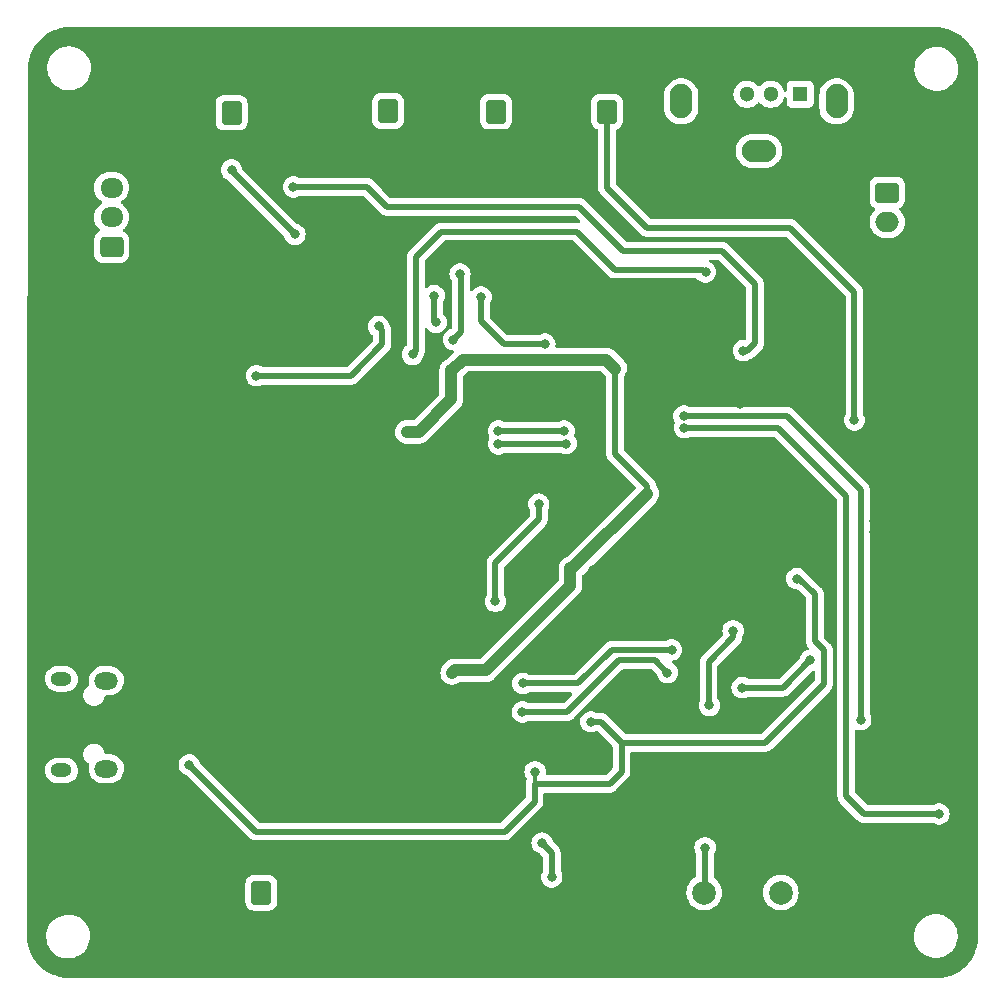
<source format=gbr>
%TF.GenerationSoftware,KiCad,Pcbnew,7.0.8-7.0.8~ubuntu22.04.1*%
%TF.CreationDate,2023-10-06T08:49:59+03:00*%
%TF.ProjectId,Omarich EPS stack V1.5,4f6d6172-6963-4682-9045-505320737461,rev?*%
%TF.SameCoordinates,Original*%
%TF.FileFunction,Copper,L2,Bot*%
%TF.FilePolarity,Positive*%
%FSLAX46Y46*%
G04 Gerber Fmt 4.6, Leading zero omitted, Abs format (unit mm)*
G04 Created by KiCad (PCBNEW 7.0.8-7.0.8~ubuntu22.04.1) date 2023-10-06 08:49:59*
%MOMM*%
%LPD*%
G01*
G04 APERTURE LIST*
G04 Aperture macros list*
%AMRoundRect*
0 Rectangle with rounded corners*
0 $1 Rounding radius*
0 $2 $3 $4 $5 $6 $7 $8 $9 X,Y pos of 4 corners*
0 Add a 4 corners polygon primitive as box body*
4,1,4,$2,$3,$4,$5,$6,$7,$8,$9,$2,$3,0*
0 Add four circle primitives for the rounded corners*
1,1,$1+$1,$2,$3*
1,1,$1+$1,$4,$5*
1,1,$1+$1,$6,$7*
1,1,$1+$1,$8,$9*
0 Add four rect primitives between the rounded corners*
20,1,$1+$1,$2,$3,$4,$5,0*
20,1,$1+$1,$4,$5,$6,$7,0*
20,1,$1+$1,$6,$7,$8,$9,0*
20,1,$1+$1,$8,$9,$2,$3,0*%
G04 Aperture macros list end*
%TA.AperFunction,ComponentPad*%
%ADD10O,1.800000X1.150000*%
%TD*%
%TA.AperFunction,ComponentPad*%
%ADD11O,2.000000X1.450000*%
%TD*%
%TA.AperFunction,ComponentPad*%
%ADD12RoundRect,0.250000X-0.750000X0.600000X-0.750000X-0.600000X0.750000X-0.600000X0.750000X0.600000X0*%
%TD*%
%TA.AperFunction,ComponentPad*%
%ADD13O,2.000000X1.700000*%
%TD*%
%TA.AperFunction,ComponentPad*%
%ADD14RoundRect,0.250000X0.725000X-0.600000X0.725000X0.600000X-0.725000X0.600000X-0.725000X-0.600000X0*%
%TD*%
%TA.AperFunction,ComponentPad*%
%ADD15O,1.950000X1.700000*%
%TD*%
%TA.AperFunction,ComponentPad*%
%ADD16RoundRect,0.250000X-0.600000X-0.750000X0.600000X-0.750000X0.600000X0.750000X-0.600000X0.750000X0*%
%TD*%
%TA.AperFunction,ComponentPad*%
%ADD17O,1.700000X2.000000*%
%TD*%
%TA.AperFunction,ComponentPad*%
%ADD18R,1.300000X1.300000*%
%TD*%
%TA.AperFunction,ComponentPad*%
%ADD19C,1.300000*%
%TD*%
%TA.AperFunction,ComponentPad*%
%ADD20O,1.900000X2.900000*%
%TD*%
%TA.AperFunction,ComponentPad*%
%ADD21O,2.900000X1.900000*%
%TD*%
%TA.AperFunction,ComponentPad*%
%ADD22C,2.000000*%
%TD*%
%TA.AperFunction,ComponentPad*%
%ADD23RoundRect,0.250000X0.600000X0.750000X-0.600000X0.750000X-0.600000X-0.750000X0.600000X-0.750000X0*%
%TD*%
%TA.AperFunction,ViaPad*%
%ADD24C,0.800000*%
%TD*%
%TA.AperFunction,Conductor*%
%ADD25C,0.500000*%
%TD*%
%TA.AperFunction,Conductor*%
%ADD26C,1.000000*%
%TD*%
%TA.AperFunction,Conductor*%
%ADD27C,0.300000*%
%TD*%
G04 APERTURE END LIST*
D10*
%TO.P,J9,6,Shield*%
%TO.N,unconnected-(J9-Shield-Pad6)*%
X132155000Y-125406000D03*
D11*
X135955000Y-125556000D03*
X135955000Y-133006000D03*
D10*
X132155000Y-133156000D03*
%TD*%
D12*
%TO.P,J3,1,Pin_1*%
%TO.N,Net-(J3-Pin_1)*%
X202077500Y-84230000D03*
D13*
%TO.P,J3,2,Pin_2*%
%TO.N,+5V*%
X202077500Y-86730000D03*
%TD*%
D14*
%TO.P,J4,1,Pin_1*%
%TO.N,CH5*%
X136398000Y-88820000D03*
D15*
%TO.P,J4,2,Pin_2*%
%TO.N,CH4*%
X136398000Y-86320000D03*
%TO.P,J4,3,Pin_3*%
%TO.N,CH3*%
X136398000Y-83820000D03*
%TD*%
D16*
%TO.P,J2,1,Pin_1*%
%TO.N,Solar1*%
X146558000Y-77470000D03*
D17*
%TO.P,J2,2,Pin_2*%
%TO.N,GND*%
X149058000Y-77470000D03*
%TD*%
D18*
%TO.P,J6,1,VBUS*%
%TO.N,Net-(J3-Pin_1)*%
X194710000Y-75915000D03*
D19*
%TO.P,J6,2,D-*%
%TO.N,unconnected-(J6-D--Pad2)*%
X192210000Y-75915000D03*
%TO.P,J6,3,D+*%
%TO.N,unconnected-(J6-D+-Pad3)*%
X190210000Y-75915000D03*
%TO.P,J6,4,GND*%
%TO.N,GND*%
X187710000Y-75915000D03*
D20*
%TO.P,J6,5,Shield*%
%TO.N,unconnected-(J6-Shield-Pad5)*%
X197780000Y-76515000D03*
D21*
X191210000Y-80695000D03*
D20*
X184640000Y-76515000D03*
%TD*%
D22*
%TO.P,SW1,2,2*%
%TO.N,GND*%
X193070000Y-148000000D03*
X186570000Y-148000000D03*
%TO.P,SW1,1,1*%
%TO.N,BtnIn*%
X193070000Y-143500000D03*
X186570000Y-143500000D03*
%TD*%
D23*
%TO.P,J1,1,Pin_1*%
%TO.N,Solar1*%
X149078000Y-143517500D03*
D17*
%TO.P,J1,2,Pin_2*%
%TO.N,GND*%
X146578000Y-143517500D03*
%TD*%
D23*
%TO.P,J12,1,Pin_1*%
%TO.N,BAT-3*%
X178350000Y-77380000D03*
D17*
%TO.P,J12,2,Pin_2*%
%TO.N,GND*%
X175850000Y-77380000D03*
%TD*%
D23*
%TO.P,J11,1,Pin_1*%
%TO.N,BAT-2*%
X168952000Y-77380000D03*
D17*
%TO.P,J11,2,Pin_2*%
%TO.N,GND*%
X166452000Y-77380000D03*
%TD*%
D23*
%TO.P,J10,1,Pin_1*%
%TO.N,BAT-1*%
X159808000Y-77334000D03*
D17*
%TO.P,J10,2,Pin_2*%
%TO.N,GND*%
X157308000Y-77334000D03*
%TD*%
D24*
%TO.N,BtnIn*%
X173670000Y-142180000D03*
%TO.N,+5V*%
X161890000Y-97930000D03*
X186690000Y-90970000D03*
%TO.N,BAT-1*%
X165340000Y-96680000D03*
X165900000Y-91110000D03*
%TO.N,5V*%
X179040000Y-99140000D03*
X181760000Y-109720000D03*
X161410000Y-104500000D03*
X165242000Y-124888000D03*
%TO.N,BAT-2*%
X173080000Y-97050000D03*
X172570000Y-110610000D03*
X168900000Y-118840000D03*
X167690000Y-93061500D03*
%TO.N,BAT-3*%
X199290000Y-103500000D03*
%TO.N,Net-(D3-K)*%
X174710000Y-104410000D03*
X199830000Y-128850000D03*
X169140000Y-104410000D03*
X184850000Y-103140000D03*
%TO.N,Net-(D4-K)*%
X174880000Y-105480000D03*
X206450000Y-136840000D03*
X169150000Y-105520000D03*
X184890000Y-104150000D03*
%TO.N,VBUS*%
X172260000Y-133270000D03*
X142975000Y-132685000D03*
X194420000Y-116920000D03*
X176980000Y-129040000D03*
%TO.N,VDD*%
X163870000Y-95220000D03*
X163710000Y-92960000D03*
X189790000Y-126150000D03*
X195547971Y-123842029D03*
%TO.N,Net-(D12-K)*%
X171220000Y-125790000D03*
X183810000Y-122950000D03*
%TO.N,Net-(D14-K)*%
X171170000Y-128200000D03*
X183460000Y-124870000D03*
%TO.N,Solar1*%
X146558000Y-82318000D03*
X151920000Y-87780000D03*
X159010000Y-95570000D03*
X148660000Y-99740000D03*
%TO.N,CH3*%
X151800000Y-83750000D03*
X189890000Y-97610000D03*
%TO.N,BtnIn*%
X189020000Y-121330000D03*
X172850000Y-139310000D03*
X186650000Y-139700000D03*
X187020000Y-127650000D03*
%TO.N,GND*%
X150000000Y-89290000D03*
X200970000Y-112060000D03*
X183820000Y-94270000D03*
X157230000Y-111620000D03*
X148650000Y-89290000D03*
X145930000Y-107550000D03*
X201410000Y-134040000D03*
X187190000Y-101550000D03*
X164280000Y-136520000D03*
X145940000Y-106520000D03*
X150290000Y-127970000D03*
X187470000Y-108610000D03*
X150540000Y-129010000D03*
X201390000Y-134960000D03*
X149220000Y-102390000D03*
X201300000Y-124890000D03*
X183490000Y-117980000D03*
X138020000Y-130600000D03*
X168570000Y-135920000D03*
X201280000Y-124020000D03*
X185040000Y-121130000D03*
X175290000Y-109780000D03*
X159510000Y-122380000D03*
X192420000Y-121920000D03*
X160910000Y-132430000D03*
X193376000Y-91614000D03*
X161520000Y-101530000D03*
X155010000Y-97420000D03*
X153140000Y-123780000D03*
X165100000Y-115670000D03*
X189600000Y-102100000D03*
X177930000Y-91820000D03*
X200950000Y-112970000D03*
X164880000Y-122000000D03*
X157140000Y-86090000D03*
X173410000Y-115880000D03*
X161510000Y-102690000D03*
X177610000Y-94350000D03*
X150440000Y-108660000D03*
X155260000Y-129920000D03*
X151350000Y-108640000D03*
X177180000Y-116230000D03*
X158900000Y-113980000D03*
%TD*%
D25*
%TO.N,VBUS*%
X172210000Y-135810000D02*
X172210000Y-134290000D01*
X142975000Y-132685000D02*
X148630000Y-138340000D01*
X148630000Y-138340000D02*
X169680000Y-138340000D01*
X169680000Y-138340000D02*
X172210000Y-135810000D01*
%TO.N,BtnIn*%
X186650000Y-139700000D02*
X186650000Y-143120000D01*
X186650000Y-143120000D02*
X186800000Y-143270000D01*
X173660000Y-142190000D02*
X173660000Y-142260000D01*
X173670000Y-142180000D02*
X173660000Y-142190000D01*
X173660000Y-142170000D02*
X173670000Y-142180000D01*
X172850000Y-139310000D02*
X173660000Y-140120000D01*
X173660000Y-140120000D02*
X173660000Y-142170000D01*
%TO.N,+5V*%
X161890000Y-97930000D02*
X162150000Y-97670000D01*
X162150000Y-89680000D02*
X164290000Y-87540000D01*
X186470000Y-90750000D02*
X186690000Y-90970000D01*
X162150000Y-97670000D02*
X162150000Y-89680000D01*
X164290000Y-87540000D02*
X175790000Y-87540000D01*
X179000000Y-90750000D02*
X186470000Y-90750000D01*
X175790000Y-87540000D02*
X179000000Y-90750000D01*
%TO.N,BAT-1*%
X165980000Y-91190000D02*
X165900000Y-91110000D01*
X165980000Y-96040000D02*
X165980000Y-91190000D01*
X165340000Y-96680000D02*
X165980000Y-96040000D01*
D26*
%TO.N,5V*%
X175240000Y-116060000D02*
X175420000Y-116060000D01*
X162400000Y-104500000D02*
X165150000Y-101750000D01*
D25*
X179040000Y-106350000D02*
X181760000Y-109070000D01*
D26*
X178270000Y-98370000D02*
X179040000Y-99140000D01*
D25*
X181760000Y-109070000D02*
X181760000Y-109720000D01*
D26*
X168060000Y-124690000D02*
X175240000Y-117510000D01*
X161410000Y-104500000D02*
X162400000Y-104500000D01*
X175240000Y-117510000D02*
X175240000Y-116060000D01*
X165242000Y-124888000D02*
X165440000Y-124690000D01*
X165150000Y-101750000D02*
X165150000Y-99290000D01*
D25*
X179040000Y-99140000D02*
X179040000Y-106350000D01*
D26*
X166170000Y-98370000D02*
X178270000Y-98370000D01*
X165150000Y-99290000D02*
X165250000Y-99290000D01*
X175420000Y-116060000D02*
X181760000Y-109720000D01*
X165440000Y-124690000D02*
X168060000Y-124690000D01*
D25*
X181760000Y-109720000D02*
X181760000Y-109977918D01*
D26*
X165250000Y-99290000D02*
X166170000Y-98370000D01*
D25*
%TO.N,BAT-2*%
X167690000Y-93061500D02*
X167690000Y-95120000D01*
X172570000Y-111900000D02*
X169660000Y-114810000D01*
X169660000Y-114810000D02*
X168900000Y-115570000D01*
X168900000Y-115570000D02*
X168900000Y-118840000D01*
X169620000Y-97050000D02*
X173080000Y-97050000D01*
X172570000Y-110610000D02*
X172570000Y-111900000D01*
X167690000Y-95120000D02*
X169620000Y-97050000D01*
%TO.N,BAT-3*%
X193850000Y-87210000D02*
X181740000Y-87210000D01*
X199290000Y-92650000D02*
X193850000Y-87210000D01*
X181740000Y-87210000D02*
X178350000Y-83820000D01*
X178350000Y-83820000D02*
X178350000Y-77380000D01*
X199290000Y-103500000D02*
X199290000Y-92650000D01*
%TO.N,Net-(D3-K)*%
X199860000Y-109430000D02*
X199860000Y-117310000D01*
X169140000Y-104410000D02*
X174710000Y-104410000D01*
X184850000Y-103140000D02*
X193570000Y-103140000D01*
X199860000Y-117310000D02*
X199860000Y-128820000D01*
X199860000Y-128820000D02*
X199830000Y-128850000D01*
X195450000Y-105020000D02*
X199860000Y-109430000D01*
X193570000Y-103140000D02*
X195450000Y-105020000D01*
%TO.N,Net-(D4-K)*%
X198610000Y-135350000D02*
X198610000Y-109900000D01*
X200100000Y-136840000D02*
X198610000Y-135350000D01*
X169150000Y-105520000D02*
X174840000Y-105520000D01*
X174840000Y-105520000D02*
X174880000Y-105480000D01*
X198610000Y-109900000D02*
X192860000Y-104150000D01*
X206450000Y-136840000D02*
X200100000Y-136840000D01*
X192860000Y-104150000D02*
X184890000Y-104150000D01*
%TO.N,VBUS*%
X191740000Y-130810000D02*
X179578000Y-130810000D01*
X177808000Y-129040000D02*
X179578000Y-130810000D01*
X179578000Y-133274000D02*
X178562000Y-134290000D01*
X179578000Y-130810000D02*
X179578000Y-133274000D01*
X194630000Y-116920000D02*
X195950000Y-118240000D01*
X195950000Y-118240000D02*
X195950000Y-122220000D01*
X196700000Y-125850000D02*
X191740000Y-130810000D01*
D27*
X172260000Y-133270000D02*
X172260000Y-134240000D01*
D25*
X178562000Y-134290000D02*
X172210000Y-134290000D01*
X194420000Y-116920000D02*
X194630000Y-116920000D01*
X176980000Y-129040000D02*
X177808000Y-129040000D01*
X196700000Y-122970000D02*
X196700000Y-125850000D01*
X195950000Y-122220000D02*
X196700000Y-122970000D01*
D27*
X172260000Y-134240000D02*
X172210000Y-134290000D01*
D25*
%TO.N,VDD*%
X193240000Y-126150000D02*
X195547971Y-123842029D01*
X163710000Y-95060000D02*
X163870000Y-95220000D01*
X189790000Y-126150000D02*
X193240000Y-126150000D01*
X163710000Y-92960000D02*
X163710000Y-95060000D01*
%TO.N,Net-(D12-K)*%
X171220000Y-125790000D02*
X175930000Y-125790000D01*
X175930000Y-125790000D02*
X178770000Y-122950000D01*
X178770000Y-122950000D02*
X183810000Y-122950000D01*
%TO.N,Net-(D14-K)*%
X182430000Y-123840000D02*
X179340000Y-123840000D01*
X179340000Y-123840000D02*
X174980000Y-128200000D01*
X183460000Y-124870000D02*
X182430000Y-123840000D01*
X174980000Y-128200000D02*
X171170000Y-128200000D01*
%TO.N,Solar1*%
X148660000Y-99740000D02*
X156650000Y-99740000D01*
X159310000Y-95870000D02*
X159010000Y-95570000D01*
X151920000Y-87780000D02*
X146558000Y-82418000D01*
X156650000Y-99740000D02*
X159310000Y-97080000D01*
X146558000Y-82418000D02*
X146558000Y-82318000D01*
X159310000Y-97080000D02*
X159310000Y-95870000D01*
%TO.N,CH3*%
X188060000Y-89160000D02*
X179660000Y-89160000D01*
X158010000Y-83750000D02*
X151800000Y-83750000D01*
X175940000Y-85440000D02*
X159700000Y-85440000D01*
X190240000Y-97610000D02*
X190880000Y-96970000D01*
X179660000Y-89160000D02*
X175940000Y-85440000D01*
X159700000Y-85440000D02*
X158010000Y-83750000D01*
X190880000Y-96970000D02*
X190880000Y-91980000D01*
X189890000Y-97610000D02*
X190240000Y-97610000D01*
X190880000Y-91980000D02*
X188060000Y-89160000D01*
%TO.N,BtnIn*%
X186940000Y-123980000D02*
X186940000Y-127570000D01*
X189020000Y-121330000D02*
X189020000Y-121900000D01*
X189020000Y-121900000D02*
X186940000Y-123980000D01*
X186940000Y-127570000D02*
X187020000Y-127650000D01*
%TD*%
%TA.AperFunction,Conductor*%
%TO.N,GND*%
G36*
X132985080Y-70201391D02*
G01*
X132985865Y-70201304D01*
X201755526Y-70227578D01*
X206173327Y-70229990D01*
X206176312Y-70230064D01*
X206312339Y-70236764D01*
X206319754Y-70237154D01*
X206520519Y-70247703D01*
X206526345Y-70248288D01*
X206700069Y-70274114D01*
X206822390Y-70293530D01*
X206885233Y-70303506D01*
X206890610Y-70304605D01*
X207065117Y-70348411D01*
X207242397Y-70396016D01*
X207247224Y-70397526D01*
X207418397Y-70458908D01*
X207588283Y-70524266D01*
X207592551Y-70526095D01*
X207757878Y-70604469D01*
X207919367Y-70686945D01*
X207923061Y-70688995D01*
X208080515Y-70783601D01*
X208232198Y-70882354D01*
X208235350Y-70884548D01*
X208383143Y-70994451D01*
X208422225Y-71026188D01*
X208523608Y-71108516D01*
X208526229Y-71110768D01*
X208551259Y-71133520D01*
X208661609Y-71233830D01*
X208663791Y-71235914D01*
X208790563Y-71363081D01*
X208792662Y-71365293D01*
X208915313Y-71501068D01*
X208917557Y-71503696D01*
X209001421Y-71607634D01*
X209031171Y-71644504D01*
X209140591Y-71792610D01*
X209142788Y-71795787D01*
X209241085Y-71947805D01*
X209335167Y-72105498D01*
X209337227Y-72109238D01*
X209419201Y-72270987D01*
X209428809Y-72291418D01*
X209497045Y-72436526D01*
X209498869Y-72440818D01*
X209563694Y-72610898D01*
X209624543Y-72782264D01*
X209626046Y-72787119D01*
X209673089Y-72964510D01*
X209716354Y-73139168D01*
X209717437Y-73144549D01*
X209746254Y-73329820D01*
X209761807Y-73436732D01*
X209766681Y-73470238D01*
X209771539Y-73503628D01*
X209772109Y-73509484D01*
X209781773Y-73704229D01*
X209789432Y-73870238D01*
X209789498Y-73873119D01*
X209761696Y-147250682D01*
X209761622Y-147253701D01*
X209754206Y-147404677D01*
X209744086Y-147597764D01*
X209743500Y-147603620D01*
X209718446Y-147772523D01*
X209690691Y-147947759D01*
X209689596Y-147953127D01*
X209647298Y-148121996D01*
X209602142Y-148290517D01*
X209600630Y-148295360D01*
X209541478Y-148460677D01*
X209479355Y-148622507D01*
X209477521Y-148626797D01*
X209402080Y-148786307D01*
X209323598Y-148940335D01*
X209321535Y-148944063D01*
X209230516Y-149095918D01*
X209136466Y-149240739D01*
X209134267Y-149243905D01*
X209028563Y-149386432D01*
X208919874Y-149520652D01*
X208917629Y-149523271D01*
X208799283Y-149653847D01*
X208797184Y-149656051D01*
X208676051Y-149777184D01*
X208673847Y-149779283D01*
X208543271Y-149897629D01*
X208540652Y-149899874D01*
X208406432Y-150008563D01*
X208263905Y-150114267D01*
X208260739Y-150116466D01*
X208115918Y-150210516D01*
X207964063Y-150301535D01*
X207960335Y-150303598D01*
X207806307Y-150382080D01*
X207646797Y-150457521D01*
X207642507Y-150459355D01*
X207480677Y-150521478D01*
X207315360Y-150580630D01*
X207310517Y-150582142D01*
X207141996Y-150627298D01*
X206973127Y-150669596D01*
X206967759Y-150670691D01*
X206792523Y-150698446D01*
X206623620Y-150723500D01*
X206617764Y-150724086D01*
X206424846Y-150734197D01*
X206273709Y-150741620D01*
X206270667Y-150741695D01*
X132820041Y-150740987D01*
X132816999Y-150740912D01*
X132666130Y-150733501D01*
X132462801Y-150722846D01*
X132456945Y-150722260D01*
X132284762Y-150696719D01*
X132102776Y-150667895D01*
X132097408Y-150666800D01*
X131924633Y-150623523D01*
X131750213Y-150576787D01*
X131745372Y-150575275D01*
X131575975Y-150514666D01*
X131408701Y-150450455D01*
X131404411Y-150448620D01*
X131301626Y-150400007D01*
X131240855Y-150371264D01*
X131197439Y-150349143D01*
X131081762Y-150290202D01*
X131078046Y-150288146D01*
X130948529Y-150210516D01*
X130922294Y-150194791D01*
X130801683Y-150116466D01*
X130772748Y-150097675D01*
X130769593Y-150095484D01*
X130693279Y-150038886D01*
X130623376Y-149987042D01*
X130484817Y-149874840D01*
X130482201Y-149872598D01*
X130348216Y-149751162D01*
X130346012Y-149749063D01*
X130220935Y-149623986D01*
X130218836Y-149621782D01*
X130198280Y-149599102D01*
X130097399Y-149487796D01*
X130095164Y-149485188D01*
X129982956Y-149346622D01*
X129904428Y-149240739D01*
X129874515Y-149200405D01*
X129872323Y-149197249D01*
X129775208Y-149047705D01*
X129681860Y-148891964D01*
X129679796Y-148888236D01*
X129654221Y-148838042D01*
X129598739Y-148729154D01*
X129521376Y-148565582D01*
X129519543Y-148561296D01*
X129460272Y-148406890D01*
X129455340Y-148394043D01*
X129403660Y-148249605D01*
X129394723Y-148224626D01*
X129393211Y-148219784D01*
X129346476Y-148045366D01*
X129339719Y-148018389D01*
X129303195Y-147872577D01*
X129302105Y-147867234D01*
X129273292Y-147685317D01*
X129247734Y-147513017D01*
X129247155Y-147507228D01*
X129236509Y-147304086D01*
X129235707Y-147287763D01*
X130865787Y-147287763D01*
X130895413Y-147557013D01*
X130895415Y-147557024D01*
X130950856Y-147769088D01*
X130963928Y-147819088D01*
X131069870Y-148068390D01*
X131189949Y-148265146D01*
X131210979Y-148299605D01*
X131210986Y-148299615D01*
X131384253Y-148507819D01*
X131384259Y-148507824D01*
X131545649Y-148652429D01*
X131585998Y-148688582D01*
X131811910Y-148838044D01*
X132057176Y-148953020D01*
X132057183Y-148953022D01*
X132057185Y-148953023D01*
X132316557Y-149031057D01*
X132316564Y-149031058D01*
X132316569Y-149031060D01*
X132584561Y-149070500D01*
X132584566Y-149070500D01*
X132787636Y-149070500D01*
X132839133Y-149066730D01*
X132990156Y-149055677D01*
X133148071Y-149020500D01*
X133254546Y-148996782D01*
X133254548Y-148996781D01*
X133254553Y-148996780D01*
X133507558Y-148900014D01*
X133743777Y-148767441D01*
X133958177Y-148601888D01*
X134146186Y-148406881D01*
X134303799Y-148186579D01*
X134426585Y-147947759D01*
X134427649Y-147945690D01*
X134427651Y-147945684D01*
X134427656Y-147945675D01*
X134515118Y-147689305D01*
X134564319Y-147422933D01*
X134571086Y-147237763D01*
X204335787Y-147237763D01*
X204365413Y-147507013D01*
X204365415Y-147507024D01*
X204433926Y-147769082D01*
X204433928Y-147769088D01*
X204539870Y-148018390D01*
X204680979Y-148249605D01*
X204680986Y-148249615D01*
X204854253Y-148457819D01*
X204854259Y-148457824D01*
X204910057Y-148507819D01*
X205055998Y-148638582D01*
X205281910Y-148788044D01*
X205527176Y-148903020D01*
X205527183Y-148903022D01*
X205527185Y-148903023D01*
X205786557Y-148981057D01*
X205786564Y-148981058D01*
X205786569Y-148981060D01*
X206054561Y-149020500D01*
X206054566Y-149020500D01*
X206257636Y-149020500D01*
X206309133Y-149016730D01*
X206460156Y-149005677D01*
X206572758Y-148980593D01*
X206724546Y-148946782D01*
X206724548Y-148946781D01*
X206724553Y-148946780D01*
X206977558Y-148850014D01*
X207213777Y-148717441D01*
X207428177Y-148551888D01*
X207616186Y-148356881D01*
X207773799Y-148136579D01*
X207871942Y-147945690D01*
X207897649Y-147895690D01*
X207897651Y-147895684D01*
X207897656Y-147895675D01*
X207985118Y-147639305D01*
X208034319Y-147372933D01*
X208044212Y-147102235D01*
X208014586Y-146832982D01*
X207946072Y-146570912D01*
X207840130Y-146321610D01*
X207699018Y-146090390D01*
X207651357Y-146033119D01*
X207525746Y-145882180D01*
X207525740Y-145882175D01*
X207324002Y-145701418D01*
X207098092Y-145551957D01*
X207072558Y-145539987D01*
X206852824Y-145436980D01*
X206852819Y-145436978D01*
X206852814Y-145436976D01*
X206593442Y-145358942D01*
X206593428Y-145358939D01*
X206477791Y-145341921D01*
X206325439Y-145319500D01*
X206122369Y-145319500D01*
X206122364Y-145319500D01*
X205919844Y-145334323D01*
X205919831Y-145334325D01*
X205655453Y-145393217D01*
X205655446Y-145393220D01*
X205402439Y-145489987D01*
X205166226Y-145622557D01*
X204951822Y-145788112D01*
X204763822Y-145983109D01*
X204763816Y-145983116D01*
X204606202Y-146203419D01*
X204606199Y-146203424D01*
X204482350Y-146444309D01*
X204482343Y-146444327D01*
X204394884Y-146700685D01*
X204394881Y-146700699D01*
X204345681Y-146967068D01*
X204345680Y-146967075D01*
X204335787Y-147237763D01*
X134571086Y-147237763D01*
X134574212Y-147152235D01*
X134544586Y-146882982D01*
X134476072Y-146620912D01*
X134370130Y-146371610D01*
X134229018Y-146140390D01*
X134139747Y-146033119D01*
X134055746Y-145932180D01*
X134055740Y-145932175D01*
X133854002Y-145751418D01*
X133628092Y-145601957D01*
X133521430Y-145551956D01*
X133382824Y-145486980D01*
X133382819Y-145486978D01*
X133382814Y-145486976D01*
X133123442Y-145408942D01*
X133123428Y-145408939D01*
X133007791Y-145391921D01*
X132855439Y-145369500D01*
X132652369Y-145369500D01*
X132652364Y-145369500D01*
X132449844Y-145384323D01*
X132449831Y-145384325D01*
X132185453Y-145443217D01*
X132185446Y-145443220D01*
X131932439Y-145539987D01*
X131696226Y-145672557D01*
X131481822Y-145838112D01*
X131293822Y-146033109D01*
X131293816Y-146033116D01*
X131136202Y-146253419D01*
X131136199Y-146253424D01*
X131012350Y-146494309D01*
X131012343Y-146494327D01*
X130924884Y-146750685D01*
X130924881Y-146750699D01*
X130875681Y-147017068D01*
X130875680Y-147017075D01*
X130865787Y-147287763D01*
X129235707Y-147287763D01*
X129229087Y-147153000D01*
X129229014Y-147149931D01*
X129229175Y-146967075D01*
X129231499Y-144317501D01*
X147727500Y-144317501D01*
X147727501Y-144317518D01*
X147738000Y-144420296D01*
X147738001Y-144420299D01*
X147793185Y-144586831D01*
X147793187Y-144586836D01*
X147828069Y-144643388D01*
X147885288Y-144736156D01*
X148009344Y-144860212D01*
X148158666Y-144952314D01*
X148325203Y-145007499D01*
X148427991Y-145018000D01*
X149728008Y-145017999D01*
X149830797Y-145007499D01*
X149997334Y-144952314D01*
X150146656Y-144860212D01*
X150270712Y-144736156D01*
X150362814Y-144586834D01*
X150417999Y-144420297D01*
X150428500Y-144317509D01*
X150428499Y-143500005D01*
X185064357Y-143500005D01*
X185084890Y-143747812D01*
X185084892Y-143747824D01*
X185145936Y-143988881D01*
X185245826Y-144216606D01*
X185381833Y-144424782D01*
X185381836Y-144424785D01*
X185550256Y-144607738D01*
X185746491Y-144760474D01*
X185965190Y-144878828D01*
X186200386Y-144959571D01*
X186445665Y-145000500D01*
X186694335Y-145000500D01*
X186939614Y-144959571D01*
X187174810Y-144878828D01*
X187393509Y-144760474D01*
X187589744Y-144607738D01*
X187758164Y-144424785D01*
X187894173Y-144216607D01*
X187994063Y-143988881D01*
X188055108Y-143747821D01*
X188075643Y-143500005D01*
X191564357Y-143500005D01*
X191584890Y-143747812D01*
X191584892Y-143747824D01*
X191645936Y-143988881D01*
X191745826Y-144216606D01*
X191881833Y-144424782D01*
X191881836Y-144424785D01*
X192050256Y-144607738D01*
X192246491Y-144760474D01*
X192465190Y-144878828D01*
X192700386Y-144959571D01*
X192945665Y-145000500D01*
X193194335Y-145000500D01*
X193439614Y-144959571D01*
X193674810Y-144878828D01*
X193893509Y-144760474D01*
X194089744Y-144607738D01*
X194258164Y-144424785D01*
X194394173Y-144216607D01*
X194494063Y-143988881D01*
X194555108Y-143747821D01*
X194575643Y-143500000D01*
X194555108Y-143252179D01*
X194511633Y-143080500D01*
X194494063Y-143011118D01*
X194394173Y-142783393D01*
X194258166Y-142575217D01*
X194233366Y-142548277D01*
X194089744Y-142392262D01*
X193893509Y-142239526D01*
X193893507Y-142239525D01*
X193893506Y-142239524D01*
X193674811Y-142121172D01*
X193674802Y-142121169D01*
X193439616Y-142040429D01*
X193194335Y-141999500D01*
X192945665Y-141999500D01*
X192700383Y-142040429D01*
X192465197Y-142121169D01*
X192465188Y-142121172D01*
X192246493Y-142239524D01*
X192050257Y-142392261D01*
X191881833Y-142575217D01*
X191745826Y-142783393D01*
X191645936Y-143011118D01*
X191584892Y-143252175D01*
X191584890Y-143252187D01*
X191564357Y-143499994D01*
X191564357Y-143500005D01*
X188075643Y-143500005D01*
X188075643Y-143500000D01*
X188055108Y-143252179D01*
X188011633Y-143080500D01*
X187994063Y-143011118D01*
X187894173Y-142783393D01*
X187758166Y-142575217D01*
X187733366Y-142548277D01*
X187589744Y-142392262D01*
X187448337Y-142282200D01*
X187407524Y-142225490D01*
X187400500Y-142184347D01*
X187400500Y-140234321D01*
X187417113Y-140172321D01*
X187417794Y-140171142D01*
X187477179Y-140068284D01*
X187535674Y-139888256D01*
X187555460Y-139700000D01*
X187535674Y-139511744D01*
X187477179Y-139331716D01*
X187382533Y-139167784D01*
X187255871Y-139027112D01*
X187244062Y-139018532D01*
X187102734Y-138915851D01*
X187102729Y-138915848D01*
X186929807Y-138838857D01*
X186929802Y-138838855D01*
X186784001Y-138807865D01*
X186744646Y-138799500D01*
X186555354Y-138799500D01*
X186522897Y-138806398D01*
X186370197Y-138838855D01*
X186370192Y-138838857D01*
X186197270Y-138915848D01*
X186197265Y-138915851D01*
X186044129Y-139027111D01*
X185917466Y-139167785D01*
X185822821Y-139331715D01*
X185822818Y-139331722D01*
X185764327Y-139511740D01*
X185764326Y-139511744D01*
X185744540Y-139700000D01*
X185764326Y-139888256D01*
X185764327Y-139888259D01*
X185822818Y-140068277D01*
X185822821Y-140068284D01*
X185879084Y-140165735D01*
X185882887Y-140172321D01*
X185899500Y-140234321D01*
X185899500Y-142082832D01*
X185879815Y-142149871D01*
X185834519Y-142191886D01*
X185746496Y-142239522D01*
X185746494Y-142239523D01*
X185550257Y-142392261D01*
X185381833Y-142575217D01*
X185245826Y-142783393D01*
X185145936Y-143011118D01*
X185084892Y-143252175D01*
X185084890Y-143252187D01*
X185064357Y-143499994D01*
X185064357Y-143500005D01*
X150428499Y-143500005D01*
X150428499Y-142717492D01*
X150417999Y-142614703D01*
X150362814Y-142448166D01*
X150270712Y-142298844D01*
X150146656Y-142174788D01*
X149997334Y-142082686D01*
X149830797Y-142027501D01*
X149830795Y-142027500D01*
X149728010Y-142017000D01*
X148427998Y-142017000D01*
X148427981Y-142017001D01*
X148325203Y-142027500D01*
X148325200Y-142027501D01*
X148158668Y-142082685D01*
X148158663Y-142082687D01*
X148009342Y-142174789D01*
X147885289Y-142298842D01*
X147793187Y-142448163D01*
X147793186Y-142448166D01*
X147738001Y-142614703D01*
X147738001Y-142614704D01*
X147738000Y-142614704D01*
X147727500Y-142717483D01*
X147727500Y-144317501D01*
X129231499Y-144317501D01*
X129235891Y-139310000D01*
X171944540Y-139310000D01*
X171964326Y-139498256D01*
X171964327Y-139498259D01*
X172022818Y-139678277D01*
X172022821Y-139678284D01*
X172117467Y-139842216D01*
X172220561Y-139956713D01*
X172244129Y-139982888D01*
X172397265Y-140094148D01*
X172397270Y-140094151D01*
X172570191Y-140171142D01*
X172570193Y-140171142D01*
X172570197Y-140171144D01*
X172635329Y-140184987D01*
X172696809Y-140218178D01*
X172697228Y-140218596D01*
X172873181Y-140394549D01*
X172906666Y-140455872D01*
X172909500Y-140482230D01*
X172909500Y-141662998D01*
X172892888Y-141724997D01*
X172842820Y-141811718D01*
X172842818Y-141811722D01*
X172784327Y-141991740D01*
X172784326Y-141991744D01*
X172764540Y-142180000D01*
X172784326Y-142368256D01*
X172784327Y-142368259D01*
X172842818Y-142548277D01*
X172842821Y-142548284D01*
X172937467Y-142712216D01*
X173064129Y-142852888D01*
X173217265Y-142964148D01*
X173217270Y-142964151D01*
X173390192Y-143041142D01*
X173390197Y-143041144D01*
X173575354Y-143080500D01*
X173575355Y-143080500D01*
X173764644Y-143080500D01*
X173764646Y-143080500D01*
X173949803Y-143041144D01*
X174122730Y-142964151D01*
X174275871Y-142852888D01*
X174402533Y-142712216D01*
X174497179Y-142548284D01*
X174555674Y-142368256D01*
X174575460Y-142180000D01*
X174555674Y-141991744D01*
X174497179Y-141811716D01*
X174427111Y-141690355D01*
X174410500Y-141628357D01*
X174410500Y-140183705D01*
X174411809Y-140165735D01*
X174412129Y-140163547D01*
X174415289Y-140141977D01*
X174410735Y-140089931D01*
X174410500Y-140084528D01*
X174410500Y-140076297D01*
X174410500Y-140076291D01*
X174406693Y-140043724D01*
X174399999Y-139967203D01*
X174399999Y-139967201D01*
X174398539Y-139960129D01*
X174398597Y-139960116D01*
X174396965Y-139952757D01*
X174396906Y-139952772D01*
X174395241Y-139945751D01*
X174395241Y-139945745D01*
X174368974Y-139873576D01*
X174358582Y-139842216D01*
X174344813Y-139800663D01*
X174341764Y-139794124D01*
X174341817Y-139794099D01*
X174338531Y-139787311D01*
X174338479Y-139787338D01*
X174335236Y-139780882D01*
X174293034Y-139716716D01*
X174252714Y-139651347D01*
X174248234Y-139645681D01*
X174248280Y-139645643D01*
X174243519Y-139639799D01*
X174243474Y-139639838D01*
X174238834Y-139634308D01*
X174182982Y-139581613D01*
X173762770Y-139161402D01*
X173732521Y-139112041D01*
X173688403Y-138976260D01*
X173677181Y-138941721D01*
X173677178Y-138941715D01*
X173671981Y-138932713D01*
X173582533Y-138777784D01*
X173455871Y-138637112D01*
X173455870Y-138637111D01*
X173302734Y-138525851D01*
X173302729Y-138525848D01*
X173129807Y-138448857D01*
X173129802Y-138448855D01*
X172984001Y-138417865D01*
X172944646Y-138409500D01*
X172755354Y-138409500D01*
X172722897Y-138416398D01*
X172570197Y-138448855D01*
X172570192Y-138448857D01*
X172397270Y-138525848D01*
X172397265Y-138525851D01*
X172244129Y-138637111D01*
X172117466Y-138777785D01*
X172022821Y-138941715D01*
X172022818Y-138941722D01*
X171967479Y-139112039D01*
X171964326Y-139121744D01*
X171944540Y-139310000D01*
X129235891Y-139310000D01*
X129241334Y-133104593D01*
X130750832Y-133104593D01*
X130760605Y-133309756D01*
X130809029Y-133509362D01*
X130862528Y-133626508D01*
X130894352Y-133696195D01*
X130894356Y-133696201D01*
X131013489Y-133863501D01*
X131013495Y-133863507D01*
X131162147Y-134005246D01*
X131334933Y-134116290D01*
X131439097Y-134157991D01*
X131525618Y-134192629D01*
X131676881Y-134221782D01*
X131727301Y-134231500D01*
X131727302Y-134231500D01*
X132531226Y-134231500D01*
X132531232Y-134231500D01*
X132684466Y-134216868D01*
X132881541Y-134159001D01*
X133064104Y-134064884D01*
X133225556Y-133937916D01*
X133360061Y-133782689D01*
X133360736Y-133781521D01*
X133462757Y-133604814D01*
X133462759Y-133604811D01*
X133529937Y-133410712D01*
X133559168Y-133207407D01*
X133549395Y-133002244D01*
X133500971Y-132802638D01*
X133415647Y-132615804D01*
X133403811Y-132599182D01*
X133296510Y-132448498D01*
X133296504Y-132448492D01*
X133147852Y-132306753D01*
X132975066Y-132195709D01*
X132784391Y-132119374D01*
X132784384Y-132119371D01*
X132784382Y-132119371D01*
X132784379Y-132119370D01*
X132784378Y-132119370D01*
X132582699Y-132080500D01*
X132582698Y-132080500D01*
X131778768Y-132080500D01*
X131625534Y-132095132D01*
X131625530Y-132095133D01*
X131428462Y-132152997D01*
X131245891Y-132247118D01*
X131084446Y-132374081D01*
X131084443Y-132374084D01*
X130949936Y-132529313D01*
X130847242Y-132707185D01*
X130780064Y-132901282D01*
X130780063Y-132901287D01*
X130780063Y-132901288D01*
X130750832Y-133104593D01*
X129241334Y-133104593D01*
X129242495Y-131780999D01*
X133999540Y-131780999D01*
X134004160Y-131824960D01*
X134004500Y-131831445D01*
X134004500Y-131875646D01*
X134013688Y-131918880D01*
X134014704Y-131925291D01*
X134019325Y-131969256D01*
X134029595Y-132000861D01*
X134032740Y-132010541D01*
X134032986Y-132011296D01*
X134034666Y-132017569D01*
X134043856Y-132060803D01*
X134043855Y-132060803D01*
X134061833Y-132101179D01*
X134064160Y-132107242D01*
X134077818Y-132149277D01*
X134077820Y-132149281D01*
X134077821Y-132149284D01*
X134081514Y-132155680D01*
X134099924Y-132187567D01*
X134102872Y-132193353D01*
X134120850Y-132233732D01*
X134120853Y-132233736D01*
X134146825Y-132269484D01*
X134150362Y-132274930D01*
X134172464Y-132313212D01*
X134172471Y-132313222D01*
X134202050Y-132346072D01*
X134206137Y-132351119D01*
X134232110Y-132386869D01*
X134232111Y-132386870D01*
X134232112Y-132386871D01*
X134264966Y-132416453D01*
X134269546Y-132421034D01*
X134294270Y-132448492D01*
X134299129Y-132453888D01*
X134334892Y-132479870D01*
X134339930Y-132483951D01*
X134343360Y-132487039D01*
X134372777Y-132513528D01*
X134372787Y-132513535D01*
X134411070Y-132535638D01*
X134416516Y-132539175D01*
X134447239Y-132561496D01*
X134489904Y-132616826D01*
X134495883Y-132686439D01*
X134495244Y-132689406D01*
X134460684Y-132840826D01*
X134460682Y-132840837D01*
X134450786Y-133061199D01*
X134450786Y-133061204D01*
X134480397Y-133279802D01*
X134480398Y-133279806D01*
X134548564Y-133489600D01*
X134653095Y-133683850D01*
X134653097Y-133683853D01*
X134790634Y-133856320D01*
X134956751Y-134001451D01*
X134956759Y-134001458D01*
X135146119Y-134114596D01*
X135146126Y-134114600D01*
X135352654Y-134192111D01*
X135396063Y-134199988D01*
X135569699Y-134231500D01*
X135569703Y-134231500D01*
X136285025Y-134231500D01*
X136285032Y-134231500D01*
X136439485Y-134217598D01*
X136449707Y-134216679D01*
X136662338Y-134157997D01*
X136662343Y-134157994D01*
X136662350Y-134157993D01*
X136861098Y-134062281D01*
X137039563Y-133932619D01*
X137192007Y-133773175D01*
X137313531Y-133589073D01*
X137400230Y-133386231D01*
X137449317Y-133171168D01*
X137459214Y-132950796D01*
X137429603Y-132732198D01*
X137414267Y-132685000D01*
X142069540Y-132685000D01*
X142089326Y-132873256D01*
X142089327Y-132873259D01*
X142147818Y-133053277D01*
X142147821Y-133053284D01*
X142242467Y-133217216D01*
X142359370Y-133347050D01*
X142369129Y-133357888D01*
X142522265Y-133469148D01*
X142522270Y-133469151D01*
X142695191Y-133546142D01*
X142695193Y-133546142D01*
X142695197Y-133546144D01*
X142760329Y-133559987D01*
X142821809Y-133593178D01*
X142822228Y-133593596D01*
X148054267Y-138825634D01*
X148066048Y-138839266D01*
X148080390Y-138858530D01*
X148120420Y-138892119D01*
X148124392Y-138895759D01*
X148130224Y-138901591D01*
X148130227Y-138901594D01*
X148155947Y-138921931D01*
X148214788Y-138971304D01*
X148220818Y-138975270D01*
X148220785Y-138975319D01*
X148227147Y-138979372D01*
X148227179Y-138979321D01*
X148233319Y-138983108D01*
X148233323Y-138983111D01*
X148268132Y-138999343D01*
X148302941Y-139015575D01*
X148369444Y-139048974D01*
X148371567Y-139050040D01*
X148371569Y-139050040D01*
X148378357Y-139052511D01*
X148378336Y-139052567D01*
X148385455Y-139055042D01*
X148385474Y-139054986D01*
X148392329Y-139057258D01*
X148467562Y-139072791D01*
X148542279Y-139090500D01*
X148542289Y-139090500D01*
X148549452Y-139091338D01*
X148549444Y-139091397D01*
X148556945Y-139092164D01*
X148556951Y-139092105D01*
X148564140Y-139092734D01*
X148564144Y-139092733D01*
X148564145Y-139092734D01*
X148640918Y-139090500D01*
X169616295Y-139090500D01*
X169634265Y-139091809D01*
X169658023Y-139095289D01*
X169710068Y-139090735D01*
X169715470Y-139090500D01*
X169723704Y-139090500D01*
X169723709Y-139090500D01*
X169735327Y-139089141D01*
X169756276Y-139086693D01*
X169769028Y-139085577D01*
X169832797Y-139079999D01*
X169832805Y-139079996D01*
X169839866Y-139078539D01*
X169839878Y-139078598D01*
X169847243Y-139076965D01*
X169847229Y-139076906D01*
X169854246Y-139075241D01*
X169854255Y-139075241D01*
X169926423Y-139048974D01*
X169999334Y-139024814D01*
X169999343Y-139024807D01*
X170005882Y-139021760D01*
X170005908Y-139021816D01*
X170012690Y-139018532D01*
X170012663Y-139018478D01*
X170019106Y-139015240D01*
X170019117Y-139015237D01*
X170083283Y-138973034D01*
X170148656Y-138932712D01*
X170148662Y-138932705D01*
X170154325Y-138928229D01*
X170154362Y-138928277D01*
X170160204Y-138923518D01*
X170160164Y-138923471D01*
X170165691Y-138918832D01*
X170165696Y-138918830D01*
X170168507Y-138915851D01*
X170218386Y-138862981D01*
X170671867Y-138409500D01*
X172695638Y-136385727D01*
X172709267Y-136373950D01*
X172728530Y-136359610D01*
X172728532Y-136359606D01*
X172728534Y-136359606D01*
X172746663Y-136337999D01*
X172762113Y-136319585D01*
X172765767Y-136315599D01*
X172771589Y-136309778D01*
X172791928Y-136284054D01*
X172797162Y-136277815D01*
X172841302Y-136225214D01*
X172841304Y-136225209D01*
X172845272Y-136219179D01*
X172845323Y-136219212D01*
X172849369Y-136212860D01*
X172849317Y-136212828D01*
X172853109Y-136206679D01*
X172853111Y-136206677D01*
X172885569Y-136137069D01*
X172920040Y-136068433D01*
X172920043Y-136068417D01*
X172922510Y-136061644D01*
X172922568Y-136061665D01*
X172925043Y-136054546D01*
X172924985Y-136054527D01*
X172927256Y-136047672D01*
X172942784Y-135972467D01*
X172960500Y-135897720D01*
X172961339Y-135890548D01*
X172961397Y-135890554D01*
X172962164Y-135883056D01*
X172962104Y-135883051D01*
X172962733Y-135875860D01*
X172960500Y-135799103D01*
X172960500Y-135164500D01*
X172980185Y-135097461D01*
X173032989Y-135051706D01*
X173084500Y-135040500D01*
X178498295Y-135040500D01*
X178516265Y-135041809D01*
X178540023Y-135045289D01*
X178592068Y-135040735D01*
X178597470Y-135040500D01*
X178605704Y-135040500D01*
X178605709Y-135040500D01*
X178617411Y-135039132D01*
X178638276Y-135036693D01*
X178651028Y-135035577D01*
X178714797Y-135029999D01*
X178714805Y-135029996D01*
X178721866Y-135028539D01*
X178721878Y-135028598D01*
X178729243Y-135026965D01*
X178729229Y-135026906D01*
X178736246Y-135025241D01*
X178736255Y-135025241D01*
X178808423Y-134998974D01*
X178881334Y-134974814D01*
X178881343Y-134974807D01*
X178887882Y-134971760D01*
X178887908Y-134971816D01*
X178894690Y-134968532D01*
X178894663Y-134968478D01*
X178901106Y-134965240D01*
X178901117Y-134965237D01*
X178965283Y-134923034D01*
X179030656Y-134882712D01*
X179030662Y-134882705D01*
X179036325Y-134878229D01*
X179036363Y-134878277D01*
X179042200Y-134873522D01*
X179042161Y-134873475D01*
X179047696Y-134868830D01*
X179100385Y-134812983D01*
X179819455Y-134093912D01*
X180063642Y-133849724D01*
X180077271Y-133837947D01*
X180096530Y-133823610D01*
X180130101Y-133783601D01*
X180133761Y-133779606D01*
X180139590Y-133773778D01*
X180159941Y-133748039D01*
X180165948Y-133740879D01*
X180209302Y-133689214D01*
X180209306Y-133689205D01*
X180213274Y-133683175D01*
X180213325Y-133683208D01*
X180217372Y-133676856D01*
X180217320Y-133676824D01*
X180221112Y-133670675D01*
X180253575Y-133601058D01*
X180281155Y-133546142D01*
X180288040Y-133532433D01*
X180288042Y-133532421D01*
X180290509Y-133525646D01*
X180290567Y-133525667D01*
X180293043Y-133518546D01*
X180292986Y-133518528D01*
X180295257Y-133511673D01*
X180310792Y-133436434D01*
X180328498Y-133361728D01*
X180328500Y-133361721D01*
X180328500Y-133361710D01*
X180329338Y-133354548D01*
X180329398Y-133354555D01*
X180330164Y-133347055D01*
X180330105Y-133347050D01*
X180330734Y-133339860D01*
X180328986Y-133279802D01*
X180328500Y-133263083D01*
X180328500Y-131684500D01*
X180348185Y-131617461D01*
X180400989Y-131571706D01*
X180452500Y-131560500D01*
X191676295Y-131560500D01*
X191694265Y-131561809D01*
X191718023Y-131565289D01*
X191770068Y-131560735D01*
X191775470Y-131560500D01*
X191783704Y-131560500D01*
X191783709Y-131560500D01*
X191795327Y-131559141D01*
X191816276Y-131556693D01*
X191829028Y-131555577D01*
X191892797Y-131549999D01*
X191892805Y-131549996D01*
X191899866Y-131548539D01*
X191899878Y-131548598D01*
X191907243Y-131546965D01*
X191907229Y-131546906D01*
X191914246Y-131545241D01*
X191914255Y-131545241D01*
X191986423Y-131518974D01*
X192059334Y-131494814D01*
X192059343Y-131494807D01*
X192065882Y-131491760D01*
X192065908Y-131491816D01*
X192072690Y-131488532D01*
X192072663Y-131488478D01*
X192079106Y-131485240D01*
X192079117Y-131485237D01*
X192143283Y-131443034D01*
X192208656Y-131402712D01*
X192208662Y-131402705D01*
X192214325Y-131398229D01*
X192214362Y-131398277D01*
X192220204Y-131393518D01*
X192220164Y-131393471D01*
X192225691Y-131388832D01*
X192225696Y-131388830D01*
X192239282Y-131374430D01*
X192278386Y-131332981D01*
X192730867Y-130880500D01*
X197185638Y-126425727D01*
X197199267Y-126413950D01*
X197218530Y-126399610D01*
X197218532Y-126399606D01*
X197218534Y-126399606D01*
X197246488Y-126366290D01*
X197252113Y-126359585D01*
X197255767Y-126355599D01*
X197261589Y-126349778D01*
X197281928Y-126324054D01*
X197289625Y-126314881D01*
X197331302Y-126265214D01*
X197331304Y-126265209D01*
X197335272Y-126259179D01*
X197335323Y-126259212D01*
X197339369Y-126252860D01*
X197339317Y-126252828D01*
X197343109Y-126246679D01*
X197343111Y-126246677D01*
X197375569Y-126177069D01*
X197410040Y-126108433D01*
X197410043Y-126108417D01*
X197412510Y-126101644D01*
X197412568Y-126101665D01*
X197415043Y-126094546D01*
X197414985Y-126094527D01*
X197417256Y-126087672D01*
X197418795Y-126080221D01*
X197432784Y-126012467D01*
X197450500Y-125937721D01*
X197450500Y-125937720D01*
X197451339Y-125930548D01*
X197451397Y-125930554D01*
X197452164Y-125923056D01*
X197452104Y-125923051D01*
X197452733Y-125915860D01*
X197450500Y-125839103D01*
X197450500Y-123033705D01*
X197451809Y-123015735D01*
X197455289Y-122991974D01*
X197450736Y-122939939D01*
X197450500Y-122934532D01*
X197450500Y-122926296D01*
X197450500Y-122926291D01*
X197446691Y-122893705D01*
X197439998Y-122817203D01*
X197439995Y-122817194D01*
X197438538Y-122810135D01*
X197438598Y-122810122D01*
X197436966Y-122802764D01*
X197436908Y-122802778D01*
X197435241Y-122795747D01*
X197435241Y-122795745D01*
X197408969Y-122723563D01*
X197384814Y-122650666D01*
X197381762Y-122644121D01*
X197381815Y-122644095D01*
X197378531Y-122637311D01*
X197378479Y-122637338D01*
X197375236Y-122630882D01*
X197342903Y-122581722D01*
X197333034Y-122566716D01*
X197320193Y-122545898D01*
X197292714Y-122501347D01*
X197288234Y-122495681D01*
X197288280Y-122495643D01*
X197283519Y-122489799D01*
X197283474Y-122489838D01*
X197278834Y-122484308D01*
X197222982Y-122431613D01*
X196736819Y-121945450D01*
X196703334Y-121884127D01*
X196700500Y-121857769D01*
X196700500Y-118303705D01*
X196701809Y-118285735D01*
X196702129Y-118283547D01*
X196705289Y-118261977D01*
X196700735Y-118209931D01*
X196700500Y-118204528D01*
X196700500Y-118196297D01*
X196700500Y-118196291D01*
X196696693Y-118163724D01*
X196689999Y-118087203D01*
X196689999Y-118087201D01*
X196688539Y-118080129D01*
X196688597Y-118080116D01*
X196686965Y-118072757D01*
X196686906Y-118072772D01*
X196685242Y-118065753D01*
X196685241Y-118065745D01*
X196658974Y-117993576D01*
X196634814Y-117920666D01*
X196634809Y-117920659D01*
X196631760Y-117914118D01*
X196631815Y-117914091D01*
X196628533Y-117907313D01*
X196628480Y-117907340D01*
X196625235Y-117900880D01*
X196583028Y-117836708D01*
X196542710Y-117771342D01*
X196538234Y-117765682D01*
X196538281Y-117765644D01*
X196533519Y-117759799D01*
X196533474Y-117759838D01*
X196528834Y-117754309D01*
X196528832Y-117754307D01*
X196528830Y-117754304D01*
X196498061Y-117725275D01*
X196472965Y-117701597D01*
X195205729Y-116434361D01*
X195193949Y-116420730D01*
X195186482Y-116410701D01*
X195179612Y-116401472D01*
X195179610Y-116401470D01*
X195139587Y-116367886D01*
X195135612Y-116364244D01*
X195129777Y-116358409D01*
X195129776Y-116358408D01*
X195129775Y-116358407D01*
X195129771Y-116358403D01*
X195125179Y-116354772D01*
X195109943Y-116340481D01*
X195025871Y-116247112D01*
X195025864Y-116247106D01*
X194872734Y-116135851D01*
X194872729Y-116135848D01*
X194699807Y-116058857D01*
X194699802Y-116058855D01*
X194554001Y-116027865D01*
X194514646Y-116019500D01*
X194325354Y-116019500D01*
X194292897Y-116026398D01*
X194140197Y-116058855D01*
X194140192Y-116058857D01*
X193967270Y-116135848D01*
X193967265Y-116135851D01*
X193814129Y-116247111D01*
X193687466Y-116387785D01*
X193592821Y-116551715D01*
X193592818Y-116551722D01*
X193534327Y-116731740D01*
X193534326Y-116731744D01*
X193514540Y-116920000D01*
X193534326Y-117108256D01*
X193534327Y-117108259D01*
X193592818Y-117288277D01*
X193592821Y-117288284D01*
X193687467Y-117452216D01*
X193771630Y-117545688D01*
X193814129Y-117592888D01*
X193967265Y-117704148D01*
X193967270Y-117704151D01*
X194140192Y-117781142D01*
X194140197Y-117781144D01*
X194325354Y-117820500D01*
X194417770Y-117820500D01*
X194484809Y-117840185D01*
X194505451Y-117856819D01*
X195163181Y-118514549D01*
X195196666Y-118575872D01*
X195199500Y-118602230D01*
X195199500Y-122156294D01*
X195198191Y-122174263D01*
X195194710Y-122198025D01*
X195199264Y-122250064D01*
X195199500Y-122255470D01*
X195199500Y-122263709D01*
X195203306Y-122296274D01*
X195210000Y-122372791D01*
X195211461Y-122379867D01*
X195211403Y-122379878D01*
X195213034Y-122387237D01*
X195213092Y-122387224D01*
X195214757Y-122394250D01*
X195241025Y-122466424D01*
X195265185Y-122539331D01*
X195268236Y-122545874D01*
X195268182Y-122545898D01*
X195271470Y-122552688D01*
X195271521Y-122552663D01*
X195274761Y-122559113D01*
X195274762Y-122559114D01*
X195274763Y-122559117D01*
X195316965Y-122623283D01*
X195357287Y-122688655D01*
X195361766Y-122694319D01*
X195361719Y-122694356D01*
X195366482Y-122700202D01*
X195366528Y-122700164D01*
X195371173Y-122705700D01*
X195418243Y-122750108D01*
X195453497Y-122810431D01*
X195450542Y-122880238D01*
X195410315Y-122937366D01*
X195358931Y-122961592D01*
X195268167Y-122980885D01*
X195268163Y-122980886D01*
X195095241Y-123057877D01*
X195095236Y-123057880D01*
X194942100Y-123169140D01*
X194815437Y-123309814D01*
X194720792Y-123473744D01*
X194720790Y-123473748D01*
X194665449Y-123644070D01*
X194635199Y-123693432D01*
X192965451Y-125363181D01*
X192904128Y-125396666D01*
X192877770Y-125399500D01*
X190329337Y-125399500D01*
X190262298Y-125379815D01*
X190256452Y-125375818D01*
X190242734Y-125365851D01*
X190242729Y-125365848D01*
X190069807Y-125288857D01*
X190069802Y-125288855D01*
X189923619Y-125257784D01*
X189884646Y-125249500D01*
X189695354Y-125249500D01*
X189662897Y-125256398D01*
X189510197Y-125288855D01*
X189510192Y-125288857D01*
X189337270Y-125365848D01*
X189337265Y-125365851D01*
X189184129Y-125477111D01*
X189057466Y-125617785D01*
X188962821Y-125781715D01*
X188962818Y-125781722D01*
X188904327Y-125961740D01*
X188904326Y-125961744D01*
X188884540Y-126150000D01*
X188904326Y-126338256D01*
X188904327Y-126338259D01*
X188962818Y-126518277D01*
X188962821Y-126518284D01*
X189057467Y-126682216D01*
X189120464Y-126752181D01*
X189184129Y-126822888D01*
X189337265Y-126934148D01*
X189337270Y-126934151D01*
X189510192Y-127011142D01*
X189510197Y-127011144D01*
X189695354Y-127050500D01*
X189695355Y-127050500D01*
X189884644Y-127050500D01*
X189884646Y-127050500D01*
X190069803Y-127011144D01*
X190242730Y-126934151D01*
X190244776Y-126932664D01*
X190256452Y-126924182D01*
X190322258Y-126900702D01*
X190329337Y-126900500D01*
X193176295Y-126900500D01*
X193194265Y-126901809D01*
X193218023Y-126905289D01*
X193270068Y-126900735D01*
X193275470Y-126900500D01*
X193283704Y-126900500D01*
X193283709Y-126900500D01*
X193295327Y-126899141D01*
X193316276Y-126896693D01*
X193329028Y-126895577D01*
X193392797Y-126889999D01*
X193392805Y-126889996D01*
X193399866Y-126888539D01*
X193399878Y-126888598D01*
X193407243Y-126886965D01*
X193407229Y-126886906D01*
X193414246Y-126885241D01*
X193414255Y-126885241D01*
X193486423Y-126858974D01*
X193559334Y-126834814D01*
X193559343Y-126834807D01*
X193565882Y-126831760D01*
X193565908Y-126831816D01*
X193572690Y-126828532D01*
X193572663Y-126828478D01*
X193579106Y-126825240D01*
X193579117Y-126825237D01*
X193643283Y-126783034D01*
X193708656Y-126742712D01*
X193708662Y-126742705D01*
X193714325Y-126738229D01*
X193714363Y-126738277D01*
X193720200Y-126733522D01*
X193720161Y-126733475D01*
X193725696Y-126728830D01*
X193778385Y-126672983D01*
X195213090Y-125238277D01*
X195700742Y-124750624D01*
X195762063Y-124717141D01*
X195762419Y-124717063D01*
X195799722Y-124709135D01*
X195869387Y-124714452D01*
X195925120Y-124756590D01*
X195949225Y-124822170D01*
X195949500Y-124830426D01*
X195949500Y-125487770D01*
X195929815Y-125554809D01*
X195913181Y-125575451D01*
X191465451Y-130023181D01*
X191404128Y-130056666D01*
X191377770Y-130059500D01*
X179940230Y-130059500D01*
X179873191Y-130039815D01*
X179852549Y-130023181D01*
X178383729Y-128554361D01*
X178371949Y-128540730D01*
X178364482Y-128530701D01*
X178357612Y-128521472D01*
X178345304Y-128511144D01*
X178317587Y-128487886D01*
X178313612Y-128484244D01*
X178310690Y-128481322D01*
X178307780Y-128478411D01*
X178282040Y-128458059D01*
X178223209Y-128408694D01*
X178217180Y-128404729D01*
X178217212Y-128404680D01*
X178210853Y-128400628D01*
X178210822Y-128400679D01*
X178204680Y-128396891D01*
X178204678Y-128396890D01*
X178204677Y-128396889D01*
X178165474Y-128378608D01*
X178135058Y-128364424D01*
X178100894Y-128347267D01*
X178066433Y-128329960D01*
X178066431Y-128329959D01*
X178066430Y-128329959D01*
X178059645Y-128327489D01*
X178059665Y-128327433D01*
X178052549Y-128324959D01*
X178052531Y-128325015D01*
X178045671Y-128322742D01*
X178017841Y-128316996D01*
X177970434Y-128307207D01*
X177921472Y-128295603D01*
X177895719Y-128289499D01*
X177888547Y-128288661D01*
X177888553Y-128288601D01*
X177881055Y-128287835D01*
X177881050Y-128287895D01*
X177873860Y-128287265D01*
X177797083Y-128289500D01*
X177519337Y-128289500D01*
X177452298Y-128269815D01*
X177446452Y-128265818D01*
X177432734Y-128255851D01*
X177432729Y-128255848D01*
X177259807Y-128178857D01*
X177259802Y-128178855D01*
X177114001Y-128147865D01*
X177074646Y-128139500D01*
X176885354Y-128139500D01*
X176852897Y-128146398D01*
X176700197Y-128178855D01*
X176700192Y-128178857D01*
X176527270Y-128255848D01*
X176527265Y-128255851D01*
X176374129Y-128367111D01*
X176247466Y-128507785D01*
X176152821Y-128671715D01*
X176152818Y-128671722D01*
X176094327Y-128851740D01*
X176094326Y-128851744D01*
X176074540Y-129040000D01*
X176094326Y-129228256D01*
X176094327Y-129228259D01*
X176152818Y-129408277D01*
X176152821Y-129408284D01*
X176247467Y-129572216D01*
X176366441Y-129704350D01*
X176374129Y-129712888D01*
X176527265Y-129824148D01*
X176527270Y-129824151D01*
X176700192Y-129901142D01*
X176700197Y-129901144D01*
X176885354Y-129940500D01*
X176885355Y-129940500D01*
X177074644Y-129940500D01*
X177074646Y-129940500D01*
X177259803Y-129901144D01*
X177422722Y-129828606D01*
X177491969Y-129819321D01*
X177555246Y-129848949D01*
X177560837Y-129854205D01*
X178791181Y-131084549D01*
X178824666Y-131145872D01*
X178827500Y-131172230D01*
X178827500Y-132911770D01*
X178807815Y-132978809D01*
X178791181Y-132999451D01*
X178287451Y-133503181D01*
X178226128Y-133536666D01*
X178199770Y-133539500D01*
X173274850Y-133539500D01*
X173207811Y-133519815D01*
X173162056Y-133467011D01*
X173151529Y-133402541D01*
X173165460Y-133270000D01*
X173145674Y-133081744D01*
X173087179Y-132901716D01*
X172992533Y-132737784D01*
X172865871Y-132597112D01*
X172865870Y-132597111D01*
X172712734Y-132485851D01*
X172712729Y-132485848D01*
X172539807Y-132408857D01*
X172539802Y-132408855D01*
X172376198Y-132374081D01*
X172354646Y-132369500D01*
X172165354Y-132369500D01*
X172143802Y-132374081D01*
X171980197Y-132408855D01*
X171980192Y-132408857D01*
X171807270Y-132485848D01*
X171807265Y-132485851D01*
X171654129Y-132597111D01*
X171527466Y-132737785D01*
X171432821Y-132901715D01*
X171432818Y-132901722D01*
X171381000Y-133061204D01*
X171374326Y-133081744D01*
X171354540Y-133270000D01*
X171374326Y-133458256D01*
X171374327Y-133458259D01*
X171432818Y-133638277D01*
X171432821Y-133638284D01*
X171527466Y-133802215D01*
X171531285Y-133807471D01*
X171530032Y-133808381D01*
X171556854Y-133864277D01*
X171548225Y-133933612D01*
X171541861Y-133946249D01*
X171516188Y-133990717D01*
X171516187Y-133990719D01*
X171512968Y-134001470D01*
X171504996Y-134021537D01*
X171499960Y-134031565D01*
X171499959Y-134031569D01*
X171485182Y-134093912D01*
X171484249Y-134097393D01*
X171465869Y-134158792D01*
X171465217Y-134169990D01*
X171462087Y-134191361D01*
X171459500Y-134202279D01*
X171459500Y-134266358D01*
X171459395Y-134269963D01*
X171455669Y-134333934D01*
X171455669Y-134333935D01*
X171457616Y-134344977D01*
X171459500Y-134366509D01*
X171459500Y-135447770D01*
X171439815Y-135514809D01*
X171423181Y-135535451D01*
X169405451Y-137553181D01*
X169344128Y-137586666D01*
X169317770Y-137589500D01*
X148992229Y-137589500D01*
X148925190Y-137569815D01*
X148904548Y-137553181D01*
X146396656Y-135045289D01*
X143887770Y-132536402D01*
X143857521Y-132487041D01*
X143813357Y-132351119D01*
X143802181Y-132316721D01*
X143802178Y-132316715D01*
X143707533Y-132152784D01*
X143580871Y-132012112D01*
X143579748Y-132011296D01*
X143427734Y-131900851D01*
X143427729Y-131900848D01*
X143254807Y-131823857D01*
X143254802Y-131823855D01*
X143109001Y-131792865D01*
X143069646Y-131784500D01*
X142880354Y-131784500D01*
X142847897Y-131791398D01*
X142695197Y-131823855D01*
X142695192Y-131823857D01*
X142522270Y-131900848D01*
X142522265Y-131900851D01*
X142369129Y-132012111D01*
X142242466Y-132152785D01*
X142147821Y-132316715D01*
X142147818Y-132316722D01*
X142092866Y-132485848D01*
X142089326Y-132496744D01*
X142069540Y-132685000D01*
X137414267Y-132685000D01*
X137361436Y-132522401D01*
X137256903Y-132328147D01*
X137210121Y-132269484D01*
X137119365Y-132155679D01*
X136953248Y-132010548D01*
X136953240Y-132010541D01*
X136763880Y-131897403D01*
X136763877Y-131897401D01*
X136763874Y-131897400D01*
X136588137Y-131831445D01*
X136557344Y-131819888D01*
X136340301Y-131780500D01*
X136340297Y-131780500D01*
X135925924Y-131780500D01*
X135858885Y-131760815D01*
X135813130Y-131708011D01*
X135804634Y-131682280D01*
X135796311Y-131643123D01*
X135795295Y-131636709D01*
X135793272Y-131617461D01*
X135790674Y-131592744D01*
X135777011Y-131550698D01*
X135775334Y-131544435D01*
X135769922Y-131518974D01*
X135766144Y-131501197D01*
X135748163Y-131460812D01*
X135745835Y-131454748D01*
X135742029Y-131443034D01*
X135732179Y-131412716D01*
X135725010Y-131400300D01*
X135710075Y-131374430D01*
X135707127Y-131368644D01*
X135691248Y-131332981D01*
X135689151Y-131328270D01*
X135689149Y-131328267D01*
X135689149Y-131328266D01*
X135663175Y-131292516D01*
X135659638Y-131287070D01*
X135637535Y-131248787D01*
X135637528Y-131248777D01*
X135607954Y-131215934D01*
X135603870Y-131210892D01*
X135577888Y-131175129D01*
X135577884Y-131175125D01*
X135545034Y-131145546D01*
X135540453Y-131140966D01*
X135510871Y-131108112D01*
X135510870Y-131108111D01*
X135510869Y-131108110D01*
X135475119Y-131082137D01*
X135470072Y-131078050D01*
X135437222Y-131048471D01*
X135437212Y-131048464D01*
X135398930Y-131026362D01*
X135398928Y-131026361D01*
X135398926Y-131026359D01*
X135393484Y-131022825D01*
X135357736Y-130996853D01*
X135357732Y-130996850D01*
X135317353Y-130978872D01*
X135311567Y-130975924D01*
X135273284Y-130953821D01*
X135273281Y-130953820D01*
X135273277Y-130953818D01*
X135231242Y-130940160D01*
X135225179Y-130937833D01*
X135184803Y-130919856D01*
X135141569Y-130910666D01*
X135135301Y-130908987D01*
X135124861Y-130905595D01*
X135093256Y-130895325D01*
X135049291Y-130890704D01*
X135042880Y-130889688D01*
X134999647Y-130880500D01*
X134999646Y-130880500D01*
X134810354Y-130880500D01*
X134810351Y-130880500D01*
X134767119Y-130889688D01*
X134760710Y-130890703D01*
X134716743Y-130895325D01*
X134674705Y-130908985D01*
X134668434Y-130910665D01*
X134625195Y-130919856D01*
X134584815Y-130937834D01*
X134578755Y-130940160D01*
X134536719Y-130953819D01*
X134498430Y-130975924D01*
X134492647Y-130978871D01*
X134452267Y-130996850D01*
X134416512Y-131022826D01*
X134411069Y-131026361D01*
X134372788Y-131048463D01*
X134372785Y-131048465D01*
X134339935Y-131078044D01*
X134334889Y-131082130D01*
X134299125Y-131108115D01*
X134269550Y-131140960D01*
X134264960Y-131145550D01*
X134232115Y-131175125D01*
X134206130Y-131210889D01*
X134202044Y-131215935D01*
X134172465Y-131248785D01*
X134172463Y-131248788D01*
X134150361Y-131287069D01*
X134146826Y-131292512D01*
X134120850Y-131328267D01*
X134102871Y-131368647D01*
X134099924Y-131374430D01*
X134077819Y-131412719D01*
X134064160Y-131454755D01*
X134061834Y-131460815D01*
X134043856Y-131501195D01*
X134034665Y-131544434D01*
X134032985Y-131550705D01*
X134019325Y-131592743D01*
X134014703Y-131636710D01*
X134013688Y-131643119D01*
X134004500Y-131686351D01*
X134004500Y-131730553D01*
X134004160Y-131737037D01*
X133999540Y-131780999D01*
X129242495Y-131780999D01*
X129245636Y-128200000D01*
X170264540Y-128200000D01*
X170284326Y-128388256D01*
X170284327Y-128388259D01*
X170342818Y-128568277D01*
X170342821Y-128568284D01*
X170437467Y-128732216D01*
X170545087Y-128851740D01*
X170564129Y-128872888D01*
X170717265Y-128984148D01*
X170717270Y-128984151D01*
X170890192Y-129061142D01*
X170890197Y-129061144D01*
X171075354Y-129100500D01*
X171075355Y-129100500D01*
X171264644Y-129100500D01*
X171264646Y-129100500D01*
X171449803Y-129061144D01*
X171622730Y-128984151D01*
X171624776Y-128982664D01*
X171636452Y-128974182D01*
X171702258Y-128950702D01*
X171709337Y-128950500D01*
X174916295Y-128950500D01*
X174934265Y-128951809D01*
X174958023Y-128955289D01*
X175010068Y-128950735D01*
X175015470Y-128950500D01*
X175023704Y-128950500D01*
X175023709Y-128950500D01*
X175035327Y-128949141D01*
X175056276Y-128946693D01*
X175069028Y-128945577D01*
X175132797Y-128939999D01*
X175132805Y-128939996D01*
X175139866Y-128938539D01*
X175139878Y-128938598D01*
X175147243Y-128936965D01*
X175147229Y-128936906D01*
X175154246Y-128935241D01*
X175154255Y-128935241D01*
X175226423Y-128908974D01*
X175299334Y-128884814D01*
X175299343Y-128884807D01*
X175305882Y-128881760D01*
X175305908Y-128881816D01*
X175312690Y-128878532D01*
X175312663Y-128878478D01*
X175319106Y-128875240D01*
X175319117Y-128875237D01*
X175383283Y-128833034D01*
X175448656Y-128792712D01*
X175448662Y-128792705D01*
X175454325Y-128788229D01*
X175454362Y-128788277D01*
X175460204Y-128783518D01*
X175460164Y-128783471D01*
X175465691Y-128778832D01*
X175465696Y-128778830D01*
X175518386Y-128722981D01*
X176591367Y-127650000D01*
X186114540Y-127650000D01*
X186134326Y-127838256D01*
X186134327Y-127838259D01*
X186192818Y-128018277D01*
X186192821Y-128018284D01*
X186287467Y-128182216D01*
X186384066Y-128289500D01*
X186414129Y-128322888D01*
X186567265Y-128434148D01*
X186567270Y-128434151D01*
X186740192Y-128511142D01*
X186740197Y-128511144D01*
X186925354Y-128550500D01*
X186925355Y-128550500D01*
X187114644Y-128550500D01*
X187114646Y-128550500D01*
X187299803Y-128511144D01*
X187472730Y-128434151D01*
X187625871Y-128322888D01*
X187752533Y-128182216D01*
X187847179Y-128018284D01*
X187905674Y-127838256D01*
X187925460Y-127650000D01*
X187905674Y-127461744D01*
X187847179Y-127281716D01*
X187792821Y-127187565D01*
X187752534Y-127117785D01*
X187752529Y-127117778D01*
X187722350Y-127084261D01*
X187692120Y-127021269D01*
X187690500Y-127001289D01*
X187690500Y-124342228D01*
X187710185Y-124275189D01*
X187726814Y-124254552D01*
X189505638Y-122475727D01*
X189519267Y-122463950D01*
X189538530Y-122449610D01*
X189538532Y-122449606D01*
X189538534Y-122449606D01*
X189557472Y-122427035D01*
X189572113Y-122409585D01*
X189575767Y-122405599D01*
X189581589Y-122399778D01*
X189601928Y-122374054D01*
X189612278Y-122361719D01*
X189651302Y-122315214D01*
X189651304Y-122315209D01*
X189655272Y-122309179D01*
X189655323Y-122309212D01*
X189659369Y-122302860D01*
X189659317Y-122302828D01*
X189663109Y-122296679D01*
X189663111Y-122296677D01*
X189695569Y-122227069D01*
X189730040Y-122158433D01*
X189730043Y-122158417D01*
X189732510Y-122151644D01*
X189732568Y-122151665D01*
X189735043Y-122144546D01*
X189734985Y-122144527D01*
X189737256Y-122137672D01*
X189752784Y-122062467D01*
X189770500Y-121987720D01*
X189771339Y-121980548D01*
X189771397Y-121980554D01*
X189772164Y-121973056D01*
X189772104Y-121973051D01*
X189772733Y-121965860D01*
X189770500Y-121889103D01*
X189770500Y-121864321D01*
X189787113Y-121802321D01*
X189847179Y-121698284D01*
X189905674Y-121518256D01*
X189925460Y-121330000D01*
X189905674Y-121141744D01*
X189847179Y-120961716D01*
X189752533Y-120797784D01*
X189625871Y-120657112D01*
X189625870Y-120657111D01*
X189472734Y-120545851D01*
X189472729Y-120545848D01*
X189299807Y-120468857D01*
X189299802Y-120468855D01*
X189154001Y-120437865D01*
X189114646Y-120429500D01*
X188925354Y-120429500D01*
X188892897Y-120436398D01*
X188740197Y-120468855D01*
X188740192Y-120468857D01*
X188567270Y-120545848D01*
X188567265Y-120545851D01*
X188414129Y-120657111D01*
X188287466Y-120797785D01*
X188192821Y-120961715D01*
X188192818Y-120961722D01*
X188134327Y-121141740D01*
X188134326Y-121141744D01*
X188114540Y-121330000D01*
X188134326Y-121518256D01*
X188134326Y-121518258D01*
X188134327Y-121518260D01*
X188161375Y-121601507D01*
X188163370Y-121671348D01*
X188131125Y-121727505D01*
X186454358Y-123404272D01*
X186440729Y-123416051D01*
X186421468Y-123430390D01*
X186387898Y-123470397D01*
X186384253Y-123474376D01*
X186378409Y-123480222D01*
X186358059Y-123505959D01*
X186308695Y-123564789D01*
X186304729Y-123570819D01*
X186304682Y-123570788D01*
X186300630Y-123577147D01*
X186300679Y-123577177D01*
X186296889Y-123583321D01*
X186264424Y-123652941D01*
X186229960Y-123721566D01*
X186227488Y-123728357D01*
X186227432Y-123728336D01*
X186224960Y-123735450D01*
X186225015Y-123735469D01*
X186222742Y-123742327D01*
X186217887Y-123765842D01*
X186207207Y-123817565D01*
X186200459Y-123846040D01*
X186189498Y-123892286D01*
X186188661Y-123899454D01*
X186188601Y-123899447D01*
X186187835Y-123906945D01*
X186187895Y-123906951D01*
X186187265Y-123914140D01*
X186189500Y-123990916D01*
X186189500Y-127272296D01*
X186183431Y-127310614D01*
X186136879Y-127453888D01*
X186134326Y-127461744D01*
X186114540Y-127650000D01*
X176591367Y-127650000D01*
X179614548Y-124626819D01*
X179675871Y-124593334D01*
X179702229Y-124590500D01*
X182067770Y-124590500D01*
X182134809Y-124610185D01*
X182155451Y-124626819D01*
X182547228Y-125018596D01*
X182577478Y-125067958D01*
X182632819Y-125238280D01*
X182632821Y-125238284D01*
X182727467Y-125402216D01*
X182816229Y-125500796D01*
X182854129Y-125542888D01*
X183007265Y-125654148D01*
X183007270Y-125654151D01*
X183180192Y-125731142D01*
X183180197Y-125731144D01*
X183365354Y-125770500D01*
X183365355Y-125770500D01*
X183554644Y-125770500D01*
X183554646Y-125770500D01*
X183739803Y-125731144D01*
X183912730Y-125654151D01*
X184065871Y-125542888D01*
X184192533Y-125402216D01*
X184287179Y-125238284D01*
X184345674Y-125058256D01*
X184365460Y-124870000D01*
X184345674Y-124681744D01*
X184287179Y-124501716D01*
X184192533Y-124337784D01*
X184065871Y-124197112D01*
X184065870Y-124197111D01*
X183912734Y-124085851D01*
X183912727Y-124085847D01*
X183900962Y-124080609D01*
X183847726Y-124035358D01*
X183827406Y-123968508D01*
X183846453Y-123901285D01*
X183898820Y-123855031D01*
X183925604Y-123846045D01*
X184089803Y-123811144D01*
X184089807Y-123811142D01*
X184089808Y-123811142D01*
X184154115Y-123782510D01*
X184262730Y-123734151D01*
X184415871Y-123622888D01*
X184542533Y-123482216D01*
X184637179Y-123318284D01*
X184695674Y-123138256D01*
X184715460Y-122950000D01*
X184695674Y-122761744D01*
X184637179Y-122581716D01*
X184542533Y-122417784D01*
X184415871Y-122277112D01*
X184415870Y-122277111D01*
X184262734Y-122165851D01*
X184262729Y-122165848D01*
X184089807Y-122088857D01*
X184089802Y-122088855D01*
X183944001Y-122057865D01*
X183904646Y-122049500D01*
X183715354Y-122049500D01*
X183682897Y-122056398D01*
X183530197Y-122088855D01*
X183530192Y-122088857D01*
X183357270Y-122165848D01*
X183357265Y-122165851D01*
X183343548Y-122175818D01*
X183277742Y-122199298D01*
X183270663Y-122199500D01*
X178833708Y-122199500D01*
X178815737Y-122198191D01*
X178791979Y-122194711D01*
X178791973Y-122194710D01*
X178746903Y-122198654D01*
X178739931Y-122199264D01*
X178734530Y-122199500D01*
X178726289Y-122199500D01*
X178704579Y-122202037D01*
X178693724Y-122203306D01*
X178678419Y-122204645D01*
X178617199Y-122210001D01*
X178610132Y-122211460D01*
X178610120Y-122211404D01*
X178602763Y-122213035D01*
X178602777Y-122213092D01*
X178595743Y-122214759D01*
X178523575Y-122241025D01*
X178450675Y-122265181D01*
X178444126Y-122268236D01*
X178444101Y-122268183D01*
X178437308Y-122271471D01*
X178437334Y-122271523D01*
X178430880Y-122274764D01*
X178366708Y-122316971D01*
X178301347Y-122357285D01*
X178295683Y-122361765D01*
X178295647Y-122361719D01*
X178289798Y-122366484D01*
X178289835Y-122366528D01*
X178284310Y-122371164D01*
X178284304Y-122371169D01*
X178284304Y-122371170D01*
X178248053Y-122409593D01*
X178231597Y-122427035D01*
X175655451Y-125003181D01*
X175594128Y-125036666D01*
X175567770Y-125039500D01*
X171759337Y-125039500D01*
X171692298Y-125019815D01*
X171686452Y-125015818D01*
X171672734Y-125005851D01*
X171672729Y-125005848D01*
X171499807Y-124928857D01*
X171499802Y-124928855D01*
X171354001Y-124897865D01*
X171314646Y-124889500D01*
X171125354Y-124889500D01*
X171092897Y-124896398D01*
X170940197Y-124928855D01*
X170940192Y-124928857D01*
X170767270Y-125005848D01*
X170767265Y-125005851D01*
X170614129Y-125117111D01*
X170487466Y-125257785D01*
X170392821Y-125421715D01*
X170392818Y-125421722D01*
X170336329Y-125595578D01*
X170334326Y-125601744D01*
X170314540Y-125790000D01*
X170334326Y-125978256D01*
X170334327Y-125978259D01*
X170392818Y-126158277D01*
X170392821Y-126158284D01*
X170487467Y-126322216D01*
X170595884Y-126442625D01*
X170614129Y-126462888D01*
X170767265Y-126574148D01*
X170767270Y-126574151D01*
X170940192Y-126651142D01*
X170940197Y-126651144D01*
X171125354Y-126690500D01*
X171125355Y-126690500D01*
X171314644Y-126690500D01*
X171314646Y-126690500D01*
X171499803Y-126651144D01*
X171672730Y-126574151D01*
X171674776Y-126572664D01*
X171686452Y-126564182D01*
X171752258Y-126540702D01*
X171759337Y-126540500D01*
X175278770Y-126540500D01*
X175345809Y-126560185D01*
X175391564Y-126612989D01*
X175401508Y-126682147D01*
X175372483Y-126745703D01*
X175366451Y-126752181D01*
X174705451Y-127413181D01*
X174644128Y-127446666D01*
X174617770Y-127449500D01*
X171709337Y-127449500D01*
X171642298Y-127429815D01*
X171636452Y-127425818D01*
X171622734Y-127415851D01*
X171622729Y-127415848D01*
X171449807Y-127338857D01*
X171449802Y-127338855D01*
X171304001Y-127307865D01*
X171264646Y-127299500D01*
X171075354Y-127299500D01*
X171042897Y-127306398D01*
X170890197Y-127338855D01*
X170890192Y-127338857D01*
X170717270Y-127415848D01*
X170717265Y-127415851D01*
X170564129Y-127527111D01*
X170437466Y-127667785D01*
X170342821Y-127831715D01*
X170342818Y-127831722D01*
X170284327Y-128011740D01*
X170284326Y-128011744D01*
X170264540Y-128200000D01*
X129245636Y-128200000D01*
X129246880Y-126781000D01*
X133999540Y-126781000D01*
X133999593Y-126781500D01*
X134004160Y-126824960D01*
X134004500Y-126831445D01*
X134004500Y-126875646D01*
X134013688Y-126918880D01*
X134014704Y-126925291D01*
X134019325Y-126969256D01*
X134029595Y-127000861D01*
X134032936Y-127011144D01*
X134032986Y-127011296D01*
X134034666Y-127017569D01*
X134043856Y-127060803D01*
X134043855Y-127060803D01*
X134061833Y-127101179D01*
X134064160Y-127107242D01*
X134077818Y-127149277D01*
X134077820Y-127149281D01*
X134077821Y-127149284D01*
X134099923Y-127187565D01*
X134099924Y-127187567D01*
X134102870Y-127193349D01*
X134120849Y-127233730D01*
X134146823Y-127269482D01*
X134146825Y-127269484D01*
X134150359Y-127274926D01*
X134154279Y-127281715D01*
X134172464Y-127313212D01*
X134172471Y-127313222D01*
X134202050Y-127346072D01*
X134206137Y-127351119D01*
X134232110Y-127386869D01*
X134232111Y-127386870D01*
X134232112Y-127386871D01*
X134264966Y-127416453D01*
X134269546Y-127421034D01*
X134273854Y-127425818D01*
X134299129Y-127453888D01*
X134334887Y-127479867D01*
X134339934Y-127483954D01*
X134372777Y-127513528D01*
X134372787Y-127513535D01*
X134411070Y-127535638D01*
X134416516Y-127539175D01*
X134452266Y-127565149D01*
X134452269Y-127565150D01*
X134452270Y-127565151D01*
X134462535Y-127569721D01*
X134492644Y-127583127D01*
X134498430Y-127586075D01*
X134524300Y-127601010D01*
X134536716Y-127608179D01*
X134578755Y-127621837D01*
X134584812Y-127624163D01*
X134625193Y-127642142D01*
X134625192Y-127642142D01*
X134625197Y-127642144D01*
X134659720Y-127649481D01*
X134668435Y-127651334D01*
X134674698Y-127653011D01*
X134716744Y-127666674D01*
X134748051Y-127669964D01*
X134760709Y-127671295D01*
X134767123Y-127672311D01*
X134810354Y-127681500D01*
X134810355Y-127681500D01*
X134999643Y-127681500D01*
X134999646Y-127681500D01*
X135042894Y-127672307D01*
X135049283Y-127671295D01*
X135093256Y-127666674D01*
X135135308Y-127653009D01*
X135141551Y-127651336D01*
X135184803Y-127642144D01*
X135225197Y-127624158D01*
X135231228Y-127621842D01*
X135273284Y-127608179D01*
X135311586Y-127586063D01*
X135317333Y-127583136D01*
X135357730Y-127565151D01*
X135393504Y-127539159D01*
X135398906Y-127535650D01*
X135437216Y-127513533D01*
X135470071Y-127483948D01*
X135475098Y-127479876D01*
X135510871Y-127453888D01*
X135540453Y-127421032D01*
X135545032Y-127416453D01*
X135577888Y-127386871D01*
X135603876Y-127351098D01*
X135607948Y-127346071D01*
X135637533Y-127313216D01*
X135659650Y-127274906D01*
X135663159Y-127269504D01*
X135689151Y-127233730D01*
X135707136Y-127193333D01*
X135710063Y-127187586D01*
X135732179Y-127149284D01*
X135745842Y-127107228D01*
X135748158Y-127101197D01*
X135766144Y-127060803D01*
X135775336Y-127017551D01*
X135777013Y-127011296D01*
X135790674Y-126969256D01*
X135795295Y-126925283D01*
X135796307Y-126918894D01*
X135804635Y-126879713D01*
X135837828Y-126818235D01*
X135898992Y-126784460D01*
X135925924Y-126781500D01*
X136285025Y-126781500D01*
X136285032Y-126781500D01*
X136439485Y-126767598D01*
X136449707Y-126766679D01*
X136662338Y-126707997D01*
X136662343Y-126707994D01*
X136662350Y-126707993D01*
X136861098Y-126612281D01*
X137039563Y-126482619D01*
X137054623Y-126466868D01*
X137187136Y-126328270D01*
X137192007Y-126323175D01*
X137313531Y-126139073D01*
X137400230Y-125936231D01*
X137449317Y-125721168D01*
X137459214Y-125500796D01*
X137429603Y-125282198D01*
X137361436Y-125072401D01*
X137256903Y-124878147D01*
X137185669Y-124788822D01*
X137119365Y-124705679D01*
X136953248Y-124560548D01*
X136953240Y-124560541D01*
X136763880Y-124447403D01*
X136763877Y-124447401D01*
X136763874Y-124447400D01*
X136616270Y-124392003D01*
X136557344Y-124369888D01*
X136340301Y-124330500D01*
X136340297Y-124330500D01*
X135624968Y-124330500D01*
X135594306Y-124333259D01*
X135460292Y-124345320D01*
X135247661Y-124404002D01*
X135247646Y-124404008D01*
X135048908Y-124499715D01*
X135048900Y-124499719D01*
X134870442Y-124629376D01*
X134870434Y-124629382D01*
X134717994Y-124788822D01*
X134596469Y-124972926D01*
X134559996Y-125058259D01*
X134520234Y-125151289D01*
X134509770Y-125175770D01*
X134509767Y-125175779D01*
X134460684Y-125390826D01*
X134460682Y-125390837D01*
X134452125Y-125581378D01*
X134450786Y-125611204D01*
X134480397Y-125829802D01*
X134480398Y-125829806D01*
X134491096Y-125862731D01*
X134493091Y-125932572D01*
X134457011Y-125992405D01*
X134446047Y-126001370D01*
X134416512Y-126022826D01*
X134411070Y-126026361D01*
X134372788Y-126048463D01*
X134372785Y-126048465D01*
X134339935Y-126078044D01*
X134334889Y-126082130D01*
X134299125Y-126108115D01*
X134269550Y-126140960D01*
X134264960Y-126145550D01*
X134232115Y-126175125D01*
X134232112Y-126175128D01*
X134232112Y-126175129D01*
X134227046Y-126182101D01*
X134206130Y-126210889D01*
X134202044Y-126215935D01*
X134172465Y-126248785D01*
X134172463Y-126248788D01*
X134150361Y-126287069D01*
X134146826Y-126292512D01*
X134120850Y-126328267D01*
X134102871Y-126368647D01*
X134099924Y-126374430D01*
X134077819Y-126412719D01*
X134064160Y-126454755D01*
X134061834Y-126460815D01*
X134043856Y-126501195D01*
X134034665Y-126544434D01*
X134032985Y-126550705D01*
X134019325Y-126592743D01*
X134014703Y-126636710D01*
X134013688Y-126643119D01*
X134004500Y-126686351D01*
X134004500Y-126730553D01*
X134004160Y-126737037D01*
X134002569Y-126752181D01*
X133999540Y-126781000D01*
X129246880Y-126781000D01*
X129248131Y-125354593D01*
X130750832Y-125354593D01*
X130760605Y-125559756D01*
X130809029Y-125759362D01*
X130852641Y-125854859D01*
X130894352Y-125946195D01*
X130894356Y-125946201D01*
X131013489Y-126113501D01*
X131013495Y-126113507D01*
X131162147Y-126255246D01*
X131334933Y-126366290D01*
X131525608Y-126442625D01*
X131525618Y-126442629D01*
X131676881Y-126471782D01*
X131727301Y-126481500D01*
X131727302Y-126481500D01*
X132531226Y-126481500D01*
X132531232Y-126481500D01*
X132684466Y-126466868D01*
X132881541Y-126409001D01*
X133064104Y-126314884D01*
X133225556Y-126187916D01*
X133360061Y-126032689D01*
X133363715Y-126026361D01*
X133427515Y-125915856D01*
X133462759Y-125854811D01*
X133529937Y-125660712D01*
X133559168Y-125457407D01*
X133549395Y-125252244D01*
X133500971Y-125052638D01*
X133415647Y-124865804D01*
X133415643Y-124865798D01*
X133296510Y-124698498D01*
X133296504Y-124698492D01*
X133147852Y-124556753D01*
X132975066Y-124445709D01*
X132784391Y-124369374D01*
X132784384Y-124369371D01*
X132784382Y-124369371D01*
X132784379Y-124369370D01*
X132784378Y-124369370D01*
X132582699Y-124330500D01*
X132582698Y-124330500D01*
X131778768Y-124330500D01*
X131625534Y-124345132D01*
X131625530Y-124345133D01*
X131428462Y-124402997D01*
X131245891Y-124497118D01*
X131084446Y-124624081D01*
X131084443Y-124624084D01*
X130949936Y-124779313D01*
X130847242Y-124957185D01*
X130780064Y-125151282D01*
X130780063Y-125151287D01*
X130780063Y-125151288D01*
X130750832Y-125354593D01*
X129248131Y-125354593D01*
X129253845Y-118840000D01*
X167994540Y-118840000D01*
X168014326Y-119028256D01*
X168014327Y-119028259D01*
X168072818Y-119208277D01*
X168072821Y-119208284D01*
X168167467Y-119372216D01*
X168294129Y-119512888D01*
X168447265Y-119624148D01*
X168447270Y-119624151D01*
X168620192Y-119701142D01*
X168620197Y-119701144D01*
X168805354Y-119740500D01*
X168805355Y-119740500D01*
X168994644Y-119740500D01*
X168994646Y-119740500D01*
X169179803Y-119701144D01*
X169352730Y-119624151D01*
X169505871Y-119512888D01*
X169632533Y-119372216D01*
X169727179Y-119208284D01*
X169785674Y-119028256D01*
X169805460Y-118840000D01*
X169785674Y-118651744D01*
X169727179Y-118471716D01*
X169667113Y-118367677D01*
X169650500Y-118305677D01*
X169650500Y-115932228D01*
X169670185Y-115865189D01*
X169686815Y-115844551D01*
X170118446Y-115412919D01*
X170118451Y-115412916D01*
X170128654Y-115402712D01*
X170128656Y-115402712D01*
X173055638Y-112475727D01*
X173069267Y-112463950D01*
X173088530Y-112449610D01*
X173088532Y-112449606D01*
X173088534Y-112449606D01*
X173106663Y-112427999D01*
X173122113Y-112409585D01*
X173125767Y-112405599D01*
X173131590Y-112399777D01*
X173151923Y-112374060D01*
X173201302Y-112315214D01*
X173201309Y-112315198D01*
X173205272Y-112309176D01*
X173205324Y-112309210D01*
X173209371Y-112302858D01*
X173209317Y-112302825D01*
X173213104Y-112296684D01*
X173213110Y-112296677D01*
X173245561Y-112227086D01*
X173280036Y-112158440D01*
X173280040Y-112158433D01*
X173280042Y-112158421D01*
X173282510Y-112151644D01*
X173282568Y-112151665D01*
X173285043Y-112144546D01*
X173284985Y-112144527D01*
X173287256Y-112137672D01*
X173302784Y-112062467D01*
X173320500Y-111987720D01*
X173321339Y-111980548D01*
X173321397Y-111980554D01*
X173322164Y-111973056D01*
X173322104Y-111973051D01*
X173322733Y-111965860D01*
X173320500Y-111889103D01*
X173320500Y-111144321D01*
X173337113Y-111082321D01*
X173397179Y-110978284D01*
X173455674Y-110798256D01*
X173475460Y-110610000D01*
X173455674Y-110421744D01*
X173397179Y-110241716D01*
X173302533Y-110077784D01*
X173175871Y-109937112D01*
X173121233Y-109897415D01*
X173022734Y-109825851D01*
X173022729Y-109825848D01*
X172849807Y-109748857D01*
X172849802Y-109748855D01*
X172704001Y-109717865D01*
X172664646Y-109709500D01*
X172475354Y-109709500D01*
X172442897Y-109716398D01*
X172290197Y-109748855D01*
X172290192Y-109748857D01*
X172117270Y-109825848D01*
X172117265Y-109825851D01*
X171964129Y-109937111D01*
X171837466Y-110077785D01*
X171742821Y-110241715D01*
X171742818Y-110241722D01*
X171694127Y-110391580D01*
X171684326Y-110421744D01*
X171664540Y-110610000D01*
X171684326Y-110798256D01*
X171684327Y-110798259D01*
X171742818Y-110978277D01*
X171742821Y-110978284D01*
X171802887Y-111082321D01*
X171819500Y-111144321D01*
X171819500Y-111537769D01*
X171799815Y-111604808D01*
X171783181Y-111625450D01*
X169173902Y-114234729D01*
X168414358Y-114994272D01*
X168400729Y-115006051D01*
X168381468Y-115020390D01*
X168347898Y-115060397D01*
X168344253Y-115064376D01*
X168338409Y-115070222D01*
X168318059Y-115095959D01*
X168268695Y-115154789D01*
X168264729Y-115160819D01*
X168264682Y-115160788D01*
X168260630Y-115167147D01*
X168260679Y-115167177D01*
X168256889Y-115173321D01*
X168224424Y-115242941D01*
X168189960Y-115311566D01*
X168187488Y-115318357D01*
X168187432Y-115318336D01*
X168184960Y-115325450D01*
X168185015Y-115325469D01*
X168182742Y-115332327D01*
X168175557Y-115367129D01*
X168167207Y-115407565D01*
X168154001Y-115463284D01*
X168149498Y-115482286D01*
X168148661Y-115489454D01*
X168148601Y-115489447D01*
X168147835Y-115496945D01*
X168147895Y-115496951D01*
X168147265Y-115504140D01*
X168149500Y-115580916D01*
X168149500Y-118305677D01*
X168132887Y-118367677D01*
X168072821Y-118471714D01*
X168038978Y-118575872D01*
X168014326Y-118651744D01*
X167994540Y-118840000D01*
X129253845Y-118840000D01*
X129266377Y-104550936D01*
X160405631Y-104550936D01*
X160436442Y-104752063D01*
X160436445Y-104752075D01*
X160507111Y-104942881D01*
X160507113Y-104942884D01*
X160507114Y-104942887D01*
X160510169Y-104947788D01*
X160614745Y-105115567D01*
X160614747Y-105115569D01*
X160614748Y-105115571D01*
X160754941Y-105263053D01*
X160883344Y-105352424D01*
X160921949Y-105379294D01*
X160921950Y-105379294D01*
X160921951Y-105379295D01*
X161108942Y-105459540D01*
X161308259Y-105500500D01*
X162387284Y-105500500D01*
X162476358Y-105502757D01*
X162476358Y-105502756D01*
X162476363Y-105502757D01*
X162536753Y-105491932D01*
X162541412Y-105491280D01*
X162583607Y-105486988D01*
X162602438Y-105485074D01*
X162635227Y-105474786D01*
X162642840Y-105472918D01*
X162676653Y-105466858D01*
X162733621Y-105444101D01*
X162738053Y-105442524D01*
X162796588Y-105424159D01*
X162826627Y-105407484D01*
X162833708Y-105404122D01*
X162865617Y-105391377D01*
X162916854Y-105357608D01*
X162920851Y-105355187D01*
X162974502Y-105325409D01*
X163000568Y-105303030D01*
X163006843Y-105298300D01*
X163016797Y-105291740D01*
X163035519Y-105279402D01*
X163078917Y-105236002D01*
X163082336Y-105232834D01*
X163128895Y-105192866D01*
X163149931Y-105165688D01*
X163155101Y-105159818D01*
X163904919Y-104410000D01*
X168234540Y-104410000D01*
X168254326Y-104598256D01*
X168254327Y-104598259D01*
X168312818Y-104778277D01*
X168312823Y-104778289D01*
X168389825Y-104911661D01*
X168406298Y-104979561D01*
X168389826Y-105035659D01*
X168322820Y-105151718D01*
X168322818Y-105151722D01*
X168264327Y-105331740D01*
X168264326Y-105331744D01*
X168244540Y-105520000D01*
X168264326Y-105708256D01*
X168264327Y-105708259D01*
X168322818Y-105888277D01*
X168322821Y-105888284D01*
X168417467Y-106052216D01*
X168508113Y-106152888D01*
X168544129Y-106192888D01*
X168697265Y-106304148D01*
X168697270Y-106304151D01*
X168870192Y-106381142D01*
X168870197Y-106381144D01*
X169055354Y-106420500D01*
X169055355Y-106420500D01*
X169244644Y-106420500D01*
X169244646Y-106420500D01*
X169429803Y-106381144D01*
X169602730Y-106304151D01*
X169604776Y-106302664D01*
X169616452Y-106294182D01*
X169682258Y-106270702D01*
X169689337Y-106270500D01*
X174415173Y-106270500D01*
X174465609Y-106281221D01*
X174600192Y-106341142D01*
X174600197Y-106341144D01*
X174785354Y-106380500D01*
X174785355Y-106380500D01*
X174974644Y-106380500D01*
X174974646Y-106380500D01*
X175159803Y-106341144D01*
X175332730Y-106264151D01*
X175485871Y-106152888D01*
X175612533Y-106012216D01*
X175707179Y-105848284D01*
X175765674Y-105668256D01*
X175785460Y-105480000D01*
X175765674Y-105291744D01*
X175707179Y-105111716D01*
X175612533Y-104947784D01*
X175564592Y-104894540D01*
X175534364Y-104831552D01*
X175538812Y-104773256D01*
X175595674Y-104598256D01*
X175615460Y-104410000D01*
X175595674Y-104221744D01*
X175537179Y-104041716D01*
X175442533Y-103877784D01*
X175315871Y-103737112D01*
X175315870Y-103737111D01*
X175162734Y-103625851D01*
X175162729Y-103625848D01*
X174989807Y-103548857D01*
X174989802Y-103548855D01*
X174844001Y-103517865D01*
X174804646Y-103509500D01*
X174615354Y-103509500D01*
X174582897Y-103516398D01*
X174430197Y-103548855D01*
X174430192Y-103548857D01*
X174257270Y-103625848D01*
X174257265Y-103625851D01*
X174243548Y-103635818D01*
X174177742Y-103659298D01*
X174170663Y-103659500D01*
X169679337Y-103659500D01*
X169612298Y-103639815D01*
X169606452Y-103635818D01*
X169592734Y-103625851D01*
X169592729Y-103625848D01*
X169419807Y-103548857D01*
X169419802Y-103548855D01*
X169274001Y-103517865D01*
X169234646Y-103509500D01*
X169045354Y-103509500D01*
X169012897Y-103516398D01*
X168860197Y-103548855D01*
X168860192Y-103548857D01*
X168687270Y-103625848D01*
X168687265Y-103625851D01*
X168534129Y-103737111D01*
X168407466Y-103877785D01*
X168312821Y-104041715D01*
X168312818Y-104041722D01*
X168277400Y-104150729D01*
X168254326Y-104221744D01*
X168234540Y-104410000D01*
X163904919Y-104410000D01*
X165848487Y-102466433D01*
X165913053Y-102405059D01*
X165947302Y-102355851D01*
X165948097Y-102354709D01*
X165950924Y-102350957D01*
X165989698Y-102303407D01*
X166005607Y-102272948D01*
X166009667Y-102266248D01*
X166029295Y-102238049D01*
X166053492Y-102181660D01*
X166055498Y-102177435D01*
X166083909Y-102123049D01*
X166093357Y-102090022D01*
X166095988Y-102082633D01*
X166109540Y-102051058D01*
X166121895Y-101990930D01*
X166122999Y-101986429D01*
X166139886Y-101927418D01*
X166142494Y-101893157D01*
X166143585Y-101885389D01*
X166150500Y-101851743D01*
X166150500Y-101790398D01*
X166150679Y-101785688D01*
X166155337Y-101724524D01*
X166150997Y-101690442D01*
X166150500Y-101682603D01*
X166150500Y-99855783D01*
X166170185Y-99788744D01*
X166186819Y-99768102D01*
X166548102Y-99406819D01*
X166609425Y-99373334D01*
X166635783Y-99370500D01*
X177804217Y-99370500D01*
X177871256Y-99390185D01*
X177891898Y-99406819D01*
X178253181Y-99768102D01*
X178286666Y-99829425D01*
X178289500Y-99855783D01*
X178289500Y-106286294D01*
X178288191Y-106304263D01*
X178284710Y-106328025D01*
X178289264Y-106380064D01*
X178289500Y-106385470D01*
X178289500Y-106393709D01*
X178293306Y-106426274D01*
X178300000Y-106502791D01*
X178301461Y-106509867D01*
X178301403Y-106509878D01*
X178303034Y-106517237D01*
X178303092Y-106517224D01*
X178304757Y-106524250D01*
X178331025Y-106596424D01*
X178355185Y-106669331D01*
X178358236Y-106675874D01*
X178358182Y-106675898D01*
X178361470Y-106682688D01*
X178361521Y-106682663D01*
X178364761Y-106689113D01*
X178364762Y-106689114D01*
X178364763Y-106689117D01*
X178406965Y-106753283D01*
X178447287Y-106818655D01*
X178451766Y-106824319D01*
X178451719Y-106824356D01*
X178456482Y-106830202D01*
X178456528Y-106830164D01*
X178461173Y-106835700D01*
X178517017Y-106888385D01*
X180759173Y-109130542D01*
X180792658Y-109191865D01*
X180787674Y-109261557D01*
X180759173Y-109305904D01*
X174992350Y-115072728D01*
X174947735Y-115101328D01*
X174917768Y-115112427D01*
X174914796Y-115113443D01*
X174843412Y-115135840D01*
X174829322Y-115143661D01*
X174812220Y-115151518D01*
X174797118Y-115157111D01*
X174797108Y-115157116D01*
X174733626Y-115196685D01*
X174730919Y-115198278D01*
X174665506Y-115234585D01*
X174665499Y-115234590D01*
X174653278Y-115245081D01*
X174638114Y-115256216D01*
X174624430Y-115264746D01*
X174624427Y-115264749D01*
X174570200Y-115316295D01*
X174567870Y-115318400D01*
X174511108Y-115367129D01*
X174511102Y-115367136D01*
X174501243Y-115379872D01*
X174488631Y-115393832D01*
X174476949Y-115404938D01*
X174476948Y-115404939D01*
X174434215Y-115466335D01*
X174432356Y-115468865D01*
X174386550Y-115528043D01*
X174379452Y-115542513D01*
X174369907Y-115558728D01*
X174360706Y-115571948D01*
X174360705Y-115571949D01*
X174331199Y-115640704D01*
X174329888Y-115643556D01*
X174296939Y-115710729D01*
X174296938Y-115710733D01*
X174292901Y-115726324D01*
X174286815Y-115744129D01*
X174280461Y-115758937D01*
X174265399Y-115832225D01*
X174264689Y-115835285D01*
X174245936Y-115907716D01*
X174245119Y-115923811D01*
X174242743Y-115942474D01*
X174239500Y-115958260D01*
X174239500Y-116033070D01*
X174239420Y-116036210D01*
X174235631Y-116110935D01*
X174235631Y-116110936D01*
X174238070Y-116126857D01*
X174239500Y-116145633D01*
X174239500Y-117044217D01*
X174219815Y-117111256D01*
X174203181Y-117131898D01*
X167681899Y-123653181D01*
X167620576Y-123686666D01*
X167594218Y-123689500D01*
X165452677Y-123689500D01*
X165363637Y-123687244D01*
X165363626Y-123687245D01*
X165303271Y-123698062D01*
X165298607Y-123698716D01*
X165237563Y-123704925D01*
X165237555Y-123704927D01*
X165204781Y-123715210D01*
X165197153Y-123717082D01*
X165163349Y-123723141D01*
X165106381Y-123745895D01*
X165101945Y-123747474D01*
X165043414Y-123765840D01*
X165043410Y-123765842D01*
X165013378Y-123782510D01*
X165006284Y-123785879D01*
X164974382Y-123798623D01*
X164974377Y-123798625D01*
X164923156Y-123832381D01*
X164919128Y-123834822D01*
X164865501Y-123864588D01*
X164839434Y-123886965D01*
X164833165Y-123891692D01*
X164804484Y-123910595D01*
X164804478Y-123910600D01*
X164761110Y-123953967D01*
X164757656Y-123957168D01*
X164711102Y-123997136D01*
X164690078Y-124024296D01*
X164684888Y-124030189D01*
X164498662Y-124216417D01*
X164450740Y-124275189D01*
X164402302Y-124334593D01*
X164383865Y-124369889D01*
X164308090Y-124514953D01*
X164252112Y-124710584D01*
X164236662Y-124913474D01*
X164236662Y-124913477D01*
X164262368Y-125115321D01*
X164262370Y-125115329D01*
X164328183Y-125307870D01*
X164328189Y-125307882D01*
X164427810Y-125477112D01*
X164431410Y-125483227D01*
X164435993Y-125488300D01*
X164532915Y-125595578D01*
X164567821Y-125634213D01*
X164603905Y-125660710D01*
X164731828Y-125754646D01*
X164731835Y-125754650D01*
X164895396Y-125829802D01*
X164916732Y-125839605D01*
X164982456Y-125854857D01*
X165114945Y-125885603D01*
X165318358Y-125890757D01*
X165318358Y-125890756D01*
X165318363Y-125890757D01*
X165497853Y-125858586D01*
X165518648Y-125854859D01*
X165518648Y-125854858D01*
X165518653Y-125854858D01*
X165707617Y-125779377D01*
X165780805Y-125731142D01*
X165811422Y-125710964D01*
X165878230Y-125690508D01*
X165879658Y-125690500D01*
X168047284Y-125690500D01*
X168136358Y-125692757D01*
X168136358Y-125692756D01*
X168136363Y-125692757D01*
X168196753Y-125681932D01*
X168201412Y-125681280D01*
X168243607Y-125676988D01*
X168262438Y-125675074D01*
X168295227Y-125664786D01*
X168302840Y-125662918D01*
X168336653Y-125656858D01*
X168393621Y-125634101D01*
X168398053Y-125632524D01*
X168456588Y-125614159D01*
X168486627Y-125597484D01*
X168493708Y-125594122D01*
X168525617Y-125581377D01*
X168576854Y-125547608D01*
X168580851Y-125545187D01*
X168634502Y-125515409D01*
X168660568Y-125493030D01*
X168666843Y-125488300D01*
X168674539Y-125483228D01*
X168695519Y-125469402D01*
X168738917Y-125426002D01*
X168742336Y-125422834D01*
X168788895Y-125382866D01*
X168809931Y-125355688D01*
X168815101Y-125349818D01*
X175938487Y-118226433D01*
X176003053Y-118165059D01*
X176038097Y-118114709D01*
X176040924Y-118110957D01*
X176079698Y-118063407D01*
X176095607Y-118032948D01*
X176099667Y-118026248D01*
X176119295Y-117998049D01*
X176143492Y-117941660D01*
X176145498Y-117937435D01*
X176173909Y-117883049D01*
X176183357Y-117850022D01*
X176185988Y-117842633D01*
X176199540Y-117811058D01*
X176211895Y-117750930D01*
X176212999Y-117746429D01*
X176229886Y-117687418D01*
X176232494Y-117653157D01*
X176233585Y-117645389D01*
X176240500Y-117611743D01*
X176240500Y-117550398D01*
X176240679Y-117545688D01*
X176245337Y-117484524D01*
X176242473Y-117462038D01*
X176240997Y-117450442D01*
X176240500Y-117442603D01*
X176240500Y-116705782D01*
X176260185Y-116638743D01*
X176276819Y-116618101D01*
X178677633Y-114217287D01*
X182503340Y-110391580D01*
X182599698Y-110273407D01*
X182693909Y-110093049D01*
X182749887Y-109897418D01*
X182765337Y-109694524D01*
X182739630Y-109492672D01*
X182673816Y-109300128D01*
X182651110Y-109261557D01*
X182570593Y-109124778D01*
X182570592Y-109124777D01*
X182570590Y-109124773D01*
X182541344Y-109092402D01*
X182511009Y-109029461D01*
X182510194Y-109023671D01*
X182506693Y-108993724D01*
X182499999Y-108917201D01*
X182498539Y-108910129D01*
X182498597Y-108910116D01*
X182496965Y-108902757D01*
X182496906Y-108902772D01*
X182495242Y-108895753D01*
X182495241Y-108895745D01*
X182468974Y-108823576D01*
X182444814Y-108750666D01*
X182444809Y-108750659D01*
X182441760Y-108744118D01*
X182441815Y-108744091D01*
X182438533Y-108737313D01*
X182438480Y-108737340D01*
X182435235Y-108730880D01*
X182393028Y-108666708D01*
X182352710Y-108601342D01*
X182348234Y-108595682D01*
X182348281Y-108595644D01*
X182343519Y-108589799D01*
X182343474Y-108589838D01*
X182338834Y-108584308D01*
X182282964Y-108531596D01*
X179826819Y-106075451D01*
X179793334Y-106014128D01*
X179790500Y-105987770D01*
X179790500Y-103140000D01*
X183944540Y-103140000D01*
X183964326Y-103328256D01*
X183964327Y-103328259D01*
X184022818Y-103508277D01*
X184022820Y-103508281D01*
X184022821Y-103508284D01*
X184046246Y-103548857D01*
X184085958Y-103617641D01*
X184102430Y-103685541D01*
X184085958Y-103741638D01*
X184062821Y-103781713D01*
X184004327Y-103961740D01*
X184004326Y-103961744D01*
X183984540Y-104150000D01*
X184004326Y-104338256D01*
X184004327Y-104338259D01*
X184062818Y-104518277D01*
X184062821Y-104518284D01*
X184157467Y-104682216D01*
X184243972Y-104778289D01*
X184284129Y-104822888D01*
X184437265Y-104934148D01*
X184437270Y-104934151D01*
X184610192Y-105011142D01*
X184610197Y-105011144D01*
X184795354Y-105050500D01*
X184795355Y-105050500D01*
X184984644Y-105050500D01*
X184984646Y-105050500D01*
X185169803Y-105011144D01*
X185342730Y-104934151D01*
X185344776Y-104932664D01*
X185356452Y-104924182D01*
X185422258Y-104900702D01*
X185429337Y-104900500D01*
X192497770Y-104900500D01*
X192564809Y-104920185D01*
X192585451Y-104936819D01*
X197823181Y-110174549D01*
X197856666Y-110235872D01*
X197859500Y-110262230D01*
X197859500Y-135286294D01*
X197858191Y-135304263D01*
X197854710Y-135328025D01*
X197859264Y-135380064D01*
X197859500Y-135385470D01*
X197859500Y-135393709D01*
X197863306Y-135426274D01*
X197870000Y-135502791D01*
X197871461Y-135509867D01*
X197871403Y-135509878D01*
X197873034Y-135517237D01*
X197873092Y-135517224D01*
X197874757Y-135524250D01*
X197901025Y-135596424D01*
X197925185Y-135669331D01*
X197928236Y-135675874D01*
X197928182Y-135675898D01*
X197931470Y-135682688D01*
X197931521Y-135682663D01*
X197934761Y-135689113D01*
X197934762Y-135689114D01*
X197934763Y-135689117D01*
X197976965Y-135753283D01*
X198017287Y-135818655D01*
X198021766Y-135824319D01*
X198021719Y-135824356D01*
X198026482Y-135830202D01*
X198026528Y-135830164D01*
X198031173Y-135835700D01*
X198087018Y-135888386D01*
X199524267Y-137325634D01*
X199536048Y-137339266D01*
X199550390Y-137358530D01*
X199590420Y-137392119D01*
X199594392Y-137395759D01*
X199600223Y-137401590D01*
X199600222Y-137401590D01*
X199625944Y-137421927D01*
X199684786Y-137471302D01*
X199684794Y-137471306D01*
X199690824Y-137475273D01*
X199690790Y-137475323D01*
X199697137Y-137479366D01*
X199697169Y-137479316D01*
X199703318Y-137483108D01*
X199703320Y-137483109D01*
X199703323Y-137483111D01*
X199772930Y-137515569D01*
X199841567Y-137550040D01*
X199841576Y-137550042D01*
X199848355Y-137552510D01*
X199848334Y-137552567D01*
X199855451Y-137555040D01*
X199855470Y-137554984D01*
X199862330Y-137557257D01*
X199937532Y-137572784D01*
X200012279Y-137590500D01*
X200012288Y-137590500D01*
X200019452Y-137591338D01*
X200019445Y-137591397D01*
X200026946Y-137592163D01*
X200026952Y-137592104D01*
X200034140Y-137592733D01*
X200034143Y-137592732D01*
X200034144Y-137592733D01*
X200110898Y-137590500D01*
X205910663Y-137590500D01*
X205977702Y-137610185D01*
X205983548Y-137614182D01*
X205997265Y-137624148D01*
X205997270Y-137624151D01*
X206170192Y-137701142D01*
X206170197Y-137701144D01*
X206355354Y-137740500D01*
X206355355Y-137740500D01*
X206544644Y-137740500D01*
X206544646Y-137740500D01*
X206729803Y-137701144D01*
X206902730Y-137624151D01*
X207055871Y-137512888D01*
X207182533Y-137372216D01*
X207277179Y-137208284D01*
X207335674Y-137028256D01*
X207355460Y-136840000D01*
X207335674Y-136651744D01*
X207277179Y-136471716D01*
X207182533Y-136307784D01*
X207055871Y-136167112D01*
X207055870Y-136167111D01*
X206902734Y-136055851D01*
X206902729Y-136055848D01*
X206729807Y-135978857D01*
X206729802Y-135978855D01*
X206584001Y-135947865D01*
X206544646Y-135939500D01*
X206355354Y-135939500D01*
X206322897Y-135946398D01*
X206170197Y-135978855D01*
X206170192Y-135978857D01*
X205997270Y-136055848D01*
X205997265Y-136055851D01*
X205983548Y-136065818D01*
X205917742Y-136089298D01*
X205910663Y-136089500D01*
X200462230Y-136089500D01*
X200395191Y-136069815D01*
X200374549Y-136053181D01*
X199396819Y-135075451D01*
X199363334Y-135014128D01*
X199360500Y-134987770D01*
X199360500Y-129817628D01*
X199380185Y-129750589D01*
X199432989Y-129704834D01*
X199502147Y-129694890D01*
X199534933Y-129704348D01*
X199550197Y-129711144D01*
X199735354Y-129750500D01*
X199735355Y-129750500D01*
X199924644Y-129750500D01*
X199924646Y-129750500D01*
X200109803Y-129711144D01*
X200282730Y-129634151D01*
X200435871Y-129522888D01*
X200562533Y-129382216D01*
X200657179Y-129218284D01*
X200715674Y-129038256D01*
X200735460Y-128850000D01*
X200715674Y-128661744D01*
X200657179Y-128481716D01*
X200627113Y-128429639D01*
X200610500Y-128367639D01*
X200610500Y-109493705D01*
X200611809Y-109475735D01*
X200612129Y-109473547D01*
X200615289Y-109451977D01*
X200610735Y-109399931D01*
X200610500Y-109394528D01*
X200610500Y-109386297D01*
X200610500Y-109386291D01*
X200606693Y-109353724D01*
X200602005Y-109300129D01*
X200599999Y-109277201D01*
X200598539Y-109270129D01*
X200598597Y-109270116D01*
X200596965Y-109262757D01*
X200596906Y-109262772D01*
X200595242Y-109255753D01*
X200595241Y-109255745D01*
X200568974Y-109183576D01*
X200544814Y-109110666D01*
X200544809Y-109110659D01*
X200541760Y-109104118D01*
X200541815Y-109104091D01*
X200538533Y-109097313D01*
X200538480Y-109097340D01*
X200535235Y-109090880D01*
X200493028Y-109026708D01*
X200452710Y-108961342D01*
X200448234Y-108955682D01*
X200448281Y-108955644D01*
X200443519Y-108949799D01*
X200443474Y-108949838D01*
X200438834Y-108944308D01*
X200382964Y-108891596D01*
X195948531Y-104457163D01*
X195948512Y-104457145D01*
X194145729Y-102654361D01*
X194133949Y-102640730D01*
X194126482Y-102630701D01*
X194119612Y-102621472D01*
X194119610Y-102621470D01*
X194079587Y-102587886D01*
X194075612Y-102584244D01*
X194072690Y-102581322D01*
X194069780Y-102578411D01*
X194044040Y-102558059D01*
X193985209Y-102508694D01*
X193979180Y-102504729D01*
X193979212Y-102504680D01*
X193972853Y-102500628D01*
X193972822Y-102500679D01*
X193966680Y-102496891D01*
X193966678Y-102496890D01*
X193966677Y-102496889D01*
X193927474Y-102478608D01*
X193897058Y-102464424D01*
X193862894Y-102447267D01*
X193828433Y-102429960D01*
X193828431Y-102429959D01*
X193828430Y-102429959D01*
X193821645Y-102427489D01*
X193821665Y-102427433D01*
X193814549Y-102424959D01*
X193814531Y-102425015D01*
X193807671Y-102422742D01*
X193779841Y-102416996D01*
X193732434Y-102407207D01*
X193683472Y-102395603D01*
X193657719Y-102389499D01*
X193650547Y-102388661D01*
X193650553Y-102388601D01*
X193643055Y-102387835D01*
X193643050Y-102387895D01*
X193635860Y-102387265D01*
X193559083Y-102389500D01*
X185389337Y-102389500D01*
X185322298Y-102369815D01*
X185316452Y-102365818D01*
X185302734Y-102355851D01*
X185302729Y-102355848D01*
X185129807Y-102278857D01*
X185129802Y-102278855D01*
X184984001Y-102247865D01*
X184944646Y-102239500D01*
X184755354Y-102239500D01*
X184722897Y-102246398D01*
X184570197Y-102278855D01*
X184570192Y-102278857D01*
X184397270Y-102355848D01*
X184397265Y-102355851D01*
X184244129Y-102467111D01*
X184117466Y-102607785D01*
X184022821Y-102771715D01*
X184022818Y-102771722D01*
X183964327Y-102951740D01*
X183964326Y-102951744D01*
X183944540Y-103140000D01*
X179790500Y-103140000D01*
X179790500Y-99848977D01*
X179810185Y-99781938D01*
X179814553Y-99775584D01*
X179840683Y-99740000D01*
X179906649Y-99650167D01*
X179991605Y-99465268D01*
X180005169Y-99406819D01*
X180037602Y-99267053D01*
X180037703Y-99263070D01*
X180042756Y-99063636D01*
X180006858Y-98863347D01*
X179931377Y-98674383D01*
X179931372Y-98674376D01*
X179931370Y-98674371D01*
X179819403Y-98504482D01*
X179819400Y-98504478D01*
X178986451Y-97671531D01*
X178925061Y-97606949D01*
X178925060Y-97606948D01*
X178925059Y-97606947D01*
X178897149Y-97587521D01*
X178874709Y-97571902D01*
X178870946Y-97569064D01*
X178823413Y-97530305D01*
X178823406Y-97530300D01*
X178792959Y-97514397D01*
X178786251Y-97510334D01*
X178758049Y-97490705D01*
X178758046Y-97490703D01*
X178758045Y-97490703D01*
X178758041Y-97490701D01*
X178701680Y-97466514D01*
X178697424Y-97464493D01*
X178643057Y-97436094D01*
X178643050Y-97436091D01*
X178643049Y-97436091D01*
X178637008Y-97434362D01*
X178610030Y-97426642D01*
X178602630Y-97424008D01*
X178571057Y-97410459D01*
X178571058Y-97410459D01*
X178510966Y-97398109D01*
X178506391Y-97396986D01*
X178447420Y-97380113D01*
X178447425Y-97380113D01*
X178413158Y-97377503D01*
X178405380Y-97376412D01*
X178371742Y-97369500D01*
X178371741Y-97369500D01*
X178310402Y-97369500D01*
X178305695Y-97369321D01*
X178300121Y-97368896D01*
X178244524Y-97364662D01*
X178224589Y-97367201D01*
X178210440Y-97369003D01*
X178202611Y-97369500D01*
X174089595Y-97369500D01*
X174022556Y-97349815D01*
X173976801Y-97297011D01*
X173966274Y-97232541D01*
X173985460Y-97050000D01*
X173965674Y-96861744D01*
X173907179Y-96681716D01*
X173812533Y-96517784D01*
X173685871Y-96377112D01*
X173672033Y-96367058D01*
X173532734Y-96265851D01*
X173532729Y-96265848D01*
X173359807Y-96188857D01*
X173359802Y-96188855D01*
X173214001Y-96157865D01*
X173174646Y-96149500D01*
X172985354Y-96149500D01*
X172952897Y-96156398D01*
X172800197Y-96188855D01*
X172800192Y-96188857D01*
X172627270Y-96265848D01*
X172627265Y-96265851D01*
X172613548Y-96275818D01*
X172547742Y-96299298D01*
X172540663Y-96299500D01*
X169982230Y-96299500D01*
X169915191Y-96279815D01*
X169894549Y-96263181D01*
X168476819Y-94845451D01*
X168443334Y-94784128D01*
X168440500Y-94757770D01*
X168440500Y-93595821D01*
X168457113Y-93533821D01*
X168517179Y-93429784D01*
X168575674Y-93249756D01*
X168595460Y-93061500D01*
X168575674Y-92873244D01*
X168520901Y-92704671D01*
X168517181Y-92693222D01*
X168517180Y-92693221D01*
X168517179Y-92693216D01*
X168422533Y-92529284D01*
X168295871Y-92388612D01*
X168295870Y-92388611D01*
X168142734Y-92277351D01*
X168142729Y-92277348D01*
X167969807Y-92200357D01*
X167969802Y-92200355D01*
X167824001Y-92169365D01*
X167784646Y-92161000D01*
X167595354Y-92161000D01*
X167579810Y-92164304D01*
X167410197Y-92200355D01*
X167410192Y-92200357D01*
X167237270Y-92277348D01*
X167237265Y-92277351D01*
X167084129Y-92388611D01*
X166957467Y-92529283D01*
X166954815Y-92532934D01*
X166899483Y-92575597D01*
X166829869Y-92581573D01*
X166768076Y-92548965D01*
X166733721Y-92488124D01*
X166730500Y-92460044D01*
X166730500Y-91487702D01*
X166736569Y-91449384D01*
X166744306Y-91425572D01*
X166785674Y-91298256D01*
X166805460Y-91110000D01*
X166785674Y-90921744D01*
X166727179Y-90741716D01*
X166632533Y-90577784D01*
X166505871Y-90437112D01*
X166505870Y-90437111D01*
X166352734Y-90325851D01*
X166352729Y-90325848D01*
X166179807Y-90248857D01*
X166179802Y-90248855D01*
X166034001Y-90217865D01*
X165994646Y-90209500D01*
X165805354Y-90209500D01*
X165772897Y-90216398D01*
X165620197Y-90248855D01*
X165620192Y-90248857D01*
X165447270Y-90325848D01*
X165447265Y-90325851D01*
X165294129Y-90437111D01*
X165167466Y-90577785D01*
X165072821Y-90741715D01*
X165072818Y-90741722D01*
X165014327Y-90921740D01*
X165014326Y-90921744D01*
X164994540Y-91110000D01*
X165014326Y-91298256D01*
X165014327Y-91298259D01*
X165072818Y-91478277D01*
X165072821Y-91478284D01*
X165167466Y-91642215D01*
X165197649Y-91675736D01*
X165227879Y-91738727D01*
X165229500Y-91758709D01*
X165229500Y-95677770D01*
X165209815Y-95744809D01*
X165193178Y-95765453D01*
X165187222Y-95771410D01*
X165125896Y-95804889D01*
X165125330Y-95805011D01*
X165060196Y-95818856D01*
X165060192Y-95818857D01*
X164887270Y-95895848D01*
X164887265Y-95895851D01*
X164734129Y-96007111D01*
X164607466Y-96147785D01*
X164512821Y-96311715D01*
X164512818Y-96311722D01*
X164466195Y-96455214D01*
X164454326Y-96491744D01*
X164434540Y-96680000D01*
X164454326Y-96868256D01*
X164454327Y-96868259D01*
X164512818Y-97048277D01*
X164512821Y-97048284D01*
X164607467Y-97212216D01*
X164721114Y-97338433D01*
X164734129Y-97352888D01*
X164887265Y-97464148D01*
X164887270Y-97464151D01*
X165060192Y-97541142D01*
X165060197Y-97541144D01*
X165245354Y-97580500D01*
X165245355Y-97580500D01*
X165251822Y-97581180D01*
X165251693Y-97582402D01*
X165312255Y-97600185D01*
X165358010Y-97652989D01*
X165367954Y-97722147D01*
X165338929Y-97785703D01*
X165332897Y-97792181D01*
X164778803Y-98346275D01*
X164751299Y-98367013D01*
X164739327Y-98373658D01*
X164722219Y-98381519D01*
X164707115Y-98387113D01*
X164707108Y-98387116D01*
X164643626Y-98426685D01*
X164640919Y-98428278D01*
X164575506Y-98464585D01*
X164575499Y-98464590D01*
X164563278Y-98475081D01*
X164548114Y-98486216D01*
X164534430Y-98494746D01*
X164534427Y-98494749D01*
X164480200Y-98546295D01*
X164477870Y-98548400D01*
X164421108Y-98597129D01*
X164421102Y-98597136D01*
X164411243Y-98609872D01*
X164398631Y-98623832D01*
X164386949Y-98634938D01*
X164386948Y-98634939D01*
X164344215Y-98696335D01*
X164342356Y-98698865D01*
X164296550Y-98758043D01*
X164289452Y-98772513D01*
X164279907Y-98788728D01*
X164270706Y-98801948D01*
X164270705Y-98801949D01*
X164241199Y-98870704D01*
X164239888Y-98873556D01*
X164206939Y-98940729D01*
X164206938Y-98940733D01*
X164202901Y-98956324D01*
X164196815Y-98974129D01*
X164190461Y-98988937D01*
X164175399Y-99062225D01*
X164174689Y-99065285D01*
X164155936Y-99137716D01*
X164155119Y-99153811D01*
X164152743Y-99172474D01*
X164149500Y-99188260D01*
X164149500Y-99263070D01*
X164149420Y-99266210D01*
X164145631Y-99340935D01*
X164145631Y-99340936D01*
X164148070Y-99356857D01*
X164149500Y-99375633D01*
X164149500Y-101284217D01*
X164129815Y-101351256D01*
X164113181Y-101371898D01*
X162021899Y-103463181D01*
X161960576Y-103496666D01*
X161934218Y-103499500D01*
X161359257Y-103499500D01*
X161207560Y-103514925D01*
X161013420Y-103575837D01*
X161013405Y-103575844D01*
X160835500Y-103674589D01*
X160835495Y-103674592D01*
X160681106Y-103807132D01*
X160681104Y-103807134D01*
X160556554Y-103968037D01*
X160556553Y-103968040D01*
X160466940Y-104150728D01*
X160415937Y-104347714D01*
X160405631Y-104550936D01*
X129266377Y-104550936D01*
X129270597Y-99740000D01*
X147754540Y-99740000D01*
X147774326Y-99928256D01*
X147774327Y-99928259D01*
X147832818Y-100108277D01*
X147832821Y-100108284D01*
X147927467Y-100272216D01*
X147977945Y-100328277D01*
X148054129Y-100412888D01*
X148207265Y-100524148D01*
X148207270Y-100524151D01*
X148380192Y-100601142D01*
X148380197Y-100601144D01*
X148565354Y-100640500D01*
X148565355Y-100640500D01*
X148754644Y-100640500D01*
X148754646Y-100640500D01*
X148939803Y-100601144D01*
X149112730Y-100524151D01*
X149114776Y-100522664D01*
X149126452Y-100514182D01*
X149192258Y-100490702D01*
X149199337Y-100490500D01*
X156586295Y-100490500D01*
X156604265Y-100491809D01*
X156628023Y-100495289D01*
X156680068Y-100490735D01*
X156685470Y-100490500D01*
X156693704Y-100490500D01*
X156693709Y-100490500D01*
X156705327Y-100489141D01*
X156726276Y-100486693D01*
X156739028Y-100485577D01*
X156802797Y-100479999D01*
X156802805Y-100479996D01*
X156809866Y-100478539D01*
X156809878Y-100478598D01*
X156817243Y-100476965D01*
X156817229Y-100476906D01*
X156824246Y-100475241D01*
X156824255Y-100475241D01*
X156896423Y-100448974D01*
X156969334Y-100424814D01*
X156969343Y-100424807D01*
X156975882Y-100421760D01*
X156975908Y-100421816D01*
X156982690Y-100418532D01*
X156982663Y-100418478D01*
X156989106Y-100415240D01*
X156989117Y-100415237D01*
X157053283Y-100373034D01*
X157118656Y-100332712D01*
X157118662Y-100332705D01*
X157124325Y-100328229D01*
X157124363Y-100328277D01*
X157130200Y-100323522D01*
X157130161Y-100323475D01*
X157135696Y-100318830D01*
X157188385Y-100262983D01*
X159132393Y-98318974D01*
X159795642Y-97655724D01*
X159809271Y-97643947D01*
X159828530Y-97629610D01*
X159862101Y-97589601D01*
X159865761Y-97585606D01*
X159871590Y-97579778D01*
X159891941Y-97554039D01*
X159911859Y-97530302D01*
X159941302Y-97495214D01*
X159941306Y-97495205D01*
X159945274Y-97489175D01*
X159945325Y-97489208D01*
X159949372Y-97482856D01*
X159949320Y-97482824D01*
X159953112Y-97476675D01*
X159985575Y-97407058D01*
X160005856Y-97366675D01*
X160020040Y-97338433D01*
X160020042Y-97338421D01*
X160022509Y-97331646D01*
X160022567Y-97331667D01*
X160025043Y-97324546D01*
X160024986Y-97324527D01*
X160027255Y-97317678D01*
X160027255Y-97317676D01*
X160027257Y-97317673D01*
X160042788Y-97242449D01*
X160060500Y-97167721D01*
X160060500Y-97167718D01*
X160061339Y-97160548D01*
X160061397Y-97160554D01*
X160062164Y-97153056D01*
X160062104Y-97153051D01*
X160062733Y-97145860D01*
X160060500Y-97069103D01*
X160060500Y-95933705D01*
X160061809Y-95915735D01*
X160062129Y-95913547D01*
X160065289Y-95891977D01*
X160060735Y-95839931D01*
X160060500Y-95834528D01*
X160060500Y-95826297D01*
X160060500Y-95826291D01*
X160056693Y-95793724D01*
X160049999Y-95717203D01*
X160049999Y-95717201D01*
X160048539Y-95710129D01*
X160048597Y-95710116D01*
X160046965Y-95702757D01*
X160046906Y-95702772D01*
X160045241Y-95695751D01*
X160045241Y-95695745D01*
X160018974Y-95623576D01*
X160013050Y-95605700D01*
X159994813Y-95550663D01*
X159991764Y-95544124D01*
X159991817Y-95544099D01*
X159988531Y-95537311D01*
X159988479Y-95537338D01*
X159985236Y-95530882D01*
X159943034Y-95466716D01*
X159934366Y-95452663D01*
X159909096Y-95411694D01*
X159896704Y-95384916D01*
X159895674Y-95381746D01*
X159895674Y-95381744D01*
X159837179Y-95201716D01*
X159742533Y-95037784D01*
X159615871Y-94897112D01*
X159615870Y-94897111D01*
X159462734Y-94785851D01*
X159462729Y-94785848D01*
X159289807Y-94708857D01*
X159289802Y-94708855D01*
X159144001Y-94677865D01*
X159104646Y-94669500D01*
X158915354Y-94669500D01*
X158882897Y-94676398D01*
X158730197Y-94708855D01*
X158730192Y-94708857D01*
X158557270Y-94785848D01*
X158557265Y-94785851D01*
X158404129Y-94897111D01*
X158277466Y-95037785D01*
X158182821Y-95201715D01*
X158182818Y-95201722D01*
X158124454Y-95381349D01*
X158124326Y-95381744D01*
X158104540Y-95570000D01*
X158124326Y-95758256D01*
X158124327Y-95758259D01*
X158182818Y-95938277D01*
X158182821Y-95938284D01*
X158277467Y-96102216D01*
X158404129Y-96242888D01*
X158480580Y-96298433D01*
X158508385Y-96318634D01*
X158551051Y-96373963D01*
X158559500Y-96418952D01*
X158559500Y-96717770D01*
X158539815Y-96784809D01*
X158523181Y-96805451D01*
X156375451Y-98953181D01*
X156314128Y-98986666D01*
X156287770Y-98989500D01*
X149199337Y-98989500D01*
X149132298Y-98969815D01*
X149126452Y-98965818D01*
X149112734Y-98955851D01*
X149112729Y-98955848D01*
X148939807Y-98878857D01*
X148939802Y-98878855D01*
X148794001Y-98847865D01*
X148754646Y-98839500D01*
X148565354Y-98839500D01*
X148532897Y-98846398D01*
X148380197Y-98878855D01*
X148380192Y-98878857D01*
X148207270Y-98955848D01*
X148207265Y-98955851D01*
X148054129Y-99067111D01*
X147927466Y-99207785D01*
X147832821Y-99371715D01*
X147832818Y-99371722D01*
X147774327Y-99551740D01*
X147774326Y-99551744D01*
X147754540Y-99740000D01*
X129270597Y-99740000D01*
X129282367Y-86320000D01*
X134917341Y-86320000D01*
X134937936Y-86555403D01*
X134937938Y-86555413D01*
X134999094Y-86783655D01*
X134999096Y-86783659D01*
X134999097Y-86783663D01*
X135032449Y-86855185D01*
X135098964Y-86997828D01*
X135098965Y-86997830D01*
X135234505Y-87191402D01*
X135381704Y-87338601D01*
X135415189Y-87399924D01*
X135410205Y-87469616D01*
X135368333Y-87525549D01*
X135359120Y-87531820D01*
X135204347Y-87627285D01*
X135204343Y-87627288D01*
X135080289Y-87751342D01*
X134988187Y-87900663D01*
X134988185Y-87900668D01*
X134967619Y-87962734D01*
X134933001Y-88067203D01*
X134933001Y-88067204D01*
X134933000Y-88067204D01*
X134922500Y-88169983D01*
X134922500Y-89470001D01*
X134922501Y-89470018D01*
X134933000Y-89572796D01*
X134933001Y-89572799D01*
X134972142Y-89690916D01*
X134988186Y-89739334D01*
X135080288Y-89888656D01*
X135204344Y-90012712D01*
X135353666Y-90104814D01*
X135520203Y-90159999D01*
X135622991Y-90170500D01*
X137173008Y-90170499D01*
X137275797Y-90159999D01*
X137442334Y-90104814D01*
X137591656Y-90012712D01*
X137715712Y-89888656D01*
X137807814Y-89739334D01*
X137862999Y-89572797D01*
X137873500Y-89470009D01*
X137873499Y-88169992D01*
X137862999Y-88067203D01*
X137807814Y-87900666D01*
X137715712Y-87751344D01*
X137591656Y-87627288D01*
X137510658Y-87577328D01*
X137436879Y-87531821D01*
X137390155Y-87479873D01*
X137378932Y-87410910D01*
X137406776Y-87346828D01*
X137414295Y-87338601D01*
X137561495Y-87191401D01*
X137697035Y-86997830D01*
X137796903Y-86783663D01*
X137858063Y-86555408D01*
X137878659Y-86320000D01*
X137858063Y-86084592D01*
X137811626Y-85911285D01*
X137796905Y-85856344D01*
X137796904Y-85856343D01*
X137796903Y-85856337D01*
X137697035Y-85642171D01*
X137697034Y-85642169D01*
X137561494Y-85448597D01*
X137394403Y-85281506D01*
X137338187Y-85242144D01*
X137237401Y-85171573D01*
X137193778Y-85116999D01*
X137186584Y-85047500D01*
X137218106Y-84985145D01*
X137237398Y-84968428D01*
X137394401Y-84858495D01*
X137561495Y-84691401D01*
X137697035Y-84497830D01*
X137796903Y-84283663D01*
X137858063Y-84055408D01*
X137878659Y-83820000D01*
X137858063Y-83584592D01*
X137796903Y-83356337D01*
X137697035Y-83142171D01*
X137697034Y-83142169D01*
X137561494Y-82948597D01*
X137394402Y-82781505D01*
X137200830Y-82645965D01*
X137200828Y-82645964D01*
X137093746Y-82596031D01*
X136986663Y-82546097D01*
X136986659Y-82546096D01*
X136986655Y-82546094D01*
X136758413Y-82484938D01*
X136758403Y-82484936D01*
X136581966Y-82469500D01*
X136214034Y-82469500D01*
X136037596Y-82484936D01*
X136037586Y-82484938D01*
X135809344Y-82546094D01*
X135809335Y-82546098D01*
X135595171Y-82645964D01*
X135595169Y-82645965D01*
X135401597Y-82781505D01*
X135234506Y-82948597D01*
X135234501Y-82948604D01*
X135098967Y-83142165D01*
X135098965Y-83142169D01*
X134999098Y-83356335D01*
X134999094Y-83356344D01*
X134937938Y-83584586D01*
X134937936Y-83584596D01*
X134917341Y-83819999D01*
X134917341Y-83820000D01*
X134937936Y-84055403D01*
X134937938Y-84055413D01*
X134999094Y-84283655D01*
X134999096Y-84283659D01*
X134999097Y-84283663D01*
X135033941Y-84358385D01*
X135098964Y-84497828D01*
X135098965Y-84497830D01*
X135234505Y-84691402D01*
X135401597Y-84858494D01*
X135558595Y-84968425D01*
X135602220Y-85023002D01*
X135609414Y-85092500D01*
X135577891Y-85154855D01*
X135558595Y-85171575D01*
X135401597Y-85281505D01*
X135234506Y-85448597D01*
X135234501Y-85448604D01*
X135098967Y-85642165D01*
X135098965Y-85642169D01*
X134999098Y-85856335D01*
X134999094Y-85856344D01*
X134937938Y-86084586D01*
X134937936Y-86084596D01*
X134917341Y-86319999D01*
X134917341Y-86320000D01*
X129282367Y-86320000D01*
X129285877Y-82318000D01*
X145652540Y-82318000D01*
X145672326Y-82506256D01*
X145672327Y-82506259D01*
X145730818Y-82686277D01*
X145730821Y-82686284D01*
X145825467Y-82850216D01*
X145860258Y-82888855D01*
X145952129Y-82990888D01*
X146105265Y-83102148D01*
X146105270Y-83102151D01*
X146220393Y-83153408D01*
X146257638Y-83179006D01*
X151007228Y-87928595D01*
X151037478Y-87977958D01*
X151092818Y-88148277D01*
X151092821Y-88148284D01*
X151187467Y-88312216D01*
X151304994Y-88442743D01*
X151314129Y-88452888D01*
X151467265Y-88564148D01*
X151467270Y-88564151D01*
X151640192Y-88641142D01*
X151640197Y-88641144D01*
X151825354Y-88680500D01*
X151825355Y-88680500D01*
X152014644Y-88680500D01*
X152014646Y-88680500D01*
X152199803Y-88641144D01*
X152372730Y-88564151D01*
X152525871Y-88452888D01*
X152652533Y-88312216D01*
X152747179Y-88148284D01*
X152805674Y-87968256D01*
X152825460Y-87780000D01*
X152805674Y-87591744D01*
X152747179Y-87411716D01*
X152652533Y-87247784D01*
X152525871Y-87107112D01*
X152525870Y-87107111D01*
X152372734Y-86995851D01*
X152372729Y-86995848D01*
X152199807Y-86918857D01*
X152199803Y-86918856D01*
X152134669Y-86905011D01*
X152073188Y-86871818D01*
X152072770Y-86871402D01*
X148951368Y-83750000D01*
X150894540Y-83750000D01*
X150914326Y-83938256D01*
X150914327Y-83938259D01*
X150972818Y-84118277D01*
X150972821Y-84118284D01*
X151067467Y-84282216D01*
X151136050Y-84358385D01*
X151194129Y-84422888D01*
X151347265Y-84534148D01*
X151347270Y-84534151D01*
X151520192Y-84611142D01*
X151520197Y-84611144D01*
X151705354Y-84650500D01*
X151705355Y-84650500D01*
X151894644Y-84650500D01*
X151894646Y-84650500D01*
X152079803Y-84611144D01*
X152252730Y-84534151D01*
X152254776Y-84532664D01*
X152266452Y-84524182D01*
X152332258Y-84500702D01*
X152339337Y-84500500D01*
X157647770Y-84500500D01*
X157714809Y-84520185D01*
X157735451Y-84536819D01*
X159124270Y-85925638D01*
X159136051Y-85939270D01*
X159150388Y-85958528D01*
X159190409Y-85992111D01*
X159194397Y-85995766D01*
X159200216Y-86001585D01*
X159200220Y-86001588D01*
X159200223Y-86001591D01*
X159225959Y-86021940D01*
X159284786Y-86071302D01*
X159284787Y-86071302D01*
X159284789Y-86071304D01*
X159290818Y-86075270D01*
X159290785Y-86075319D01*
X159297147Y-86079372D01*
X159297179Y-86079321D01*
X159303319Y-86083108D01*
X159303323Y-86083111D01*
X159306508Y-86084596D01*
X159372941Y-86115575D01*
X159441565Y-86150039D01*
X159441567Y-86150040D01*
X159441569Y-86150040D01*
X159448357Y-86152511D01*
X159448336Y-86152567D01*
X159455457Y-86155043D01*
X159455476Y-86154986D01*
X159462322Y-86157254D01*
X159462327Y-86157257D01*
X159462332Y-86157258D01*
X159462335Y-86157259D01*
X159537565Y-86172792D01*
X159612279Y-86190500D01*
X159612282Y-86190500D01*
X159612286Y-86190501D01*
X159619453Y-86191339D01*
X159619446Y-86191398D01*
X159626944Y-86192164D01*
X159626950Y-86192105D01*
X159634139Y-86192734D01*
X159634143Y-86192733D01*
X159634144Y-86192734D01*
X159710917Y-86190500D01*
X175577770Y-86190500D01*
X175644809Y-86210185D01*
X175665451Y-86226819D01*
X176027806Y-86589174D01*
X176061291Y-86650497D01*
X176056307Y-86720189D01*
X176014435Y-86776122D01*
X175948971Y-86800539D01*
X175911532Y-86797513D01*
X175877721Y-86789500D01*
X175877713Y-86789498D01*
X175870547Y-86788661D01*
X175870553Y-86788601D01*
X175863055Y-86787835D01*
X175863050Y-86787895D01*
X175855860Y-86787265D01*
X175779083Y-86789500D01*
X164353705Y-86789500D01*
X164335735Y-86788191D01*
X164311972Y-86784710D01*
X164267512Y-86788601D01*
X164259931Y-86789264D01*
X164254530Y-86789500D01*
X164246289Y-86789500D01*
X164224579Y-86792037D01*
X164213724Y-86793306D01*
X164198419Y-86794645D01*
X164137199Y-86800001D01*
X164130132Y-86801460D01*
X164130120Y-86801404D01*
X164122763Y-86803035D01*
X164122777Y-86803092D01*
X164115743Y-86804759D01*
X164043575Y-86831025D01*
X163970665Y-86855185D01*
X163964126Y-86858235D01*
X163964101Y-86858183D01*
X163957308Y-86861471D01*
X163957334Y-86861522D01*
X163950884Y-86864761D01*
X163886716Y-86906964D01*
X163821347Y-86947285D01*
X163815677Y-86951769D01*
X163815641Y-86951723D01*
X163809798Y-86956484D01*
X163809835Y-86956528D01*
X163804310Y-86961164D01*
X163804304Y-86961169D01*
X163804304Y-86961170D01*
X163769718Y-86997828D01*
X163751614Y-87017017D01*
X161664358Y-89104272D01*
X161650729Y-89116051D01*
X161631468Y-89130390D01*
X161597898Y-89170397D01*
X161594253Y-89174376D01*
X161588409Y-89180222D01*
X161568059Y-89205959D01*
X161518695Y-89264789D01*
X161514729Y-89270819D01*
X161514682Y-89270788D01*
X161510630Y-89277147D01*
X161510679Y-89277177D01*
X161506889Y-89283321D01*
X161474424Y-89352941D01*
X161439960Y-89421566D01*
X161437488Y-89428357D01*
X161437432Y-89428336D01*
X161434960Y-89435450D01*
X161435015Y-89435469D01*
X161432742Y-89442327D01*
X161427027Y-89470008D01*
X161417207Y-89517565D01*
X161404118Y-89572795D01*
X161399498Y-89592286D01*
X161398661Y-89599454D01*
X161398601Y-89599447D01*
X161397835Y-89606945D01*
X161397895Y-89606951D01*
X161397265Y-89614140D01*
X161399500Y-89690916D01*
X161399500Y-97110109D01*
X161379815Y-97177148D01*
X161348385Y-97210427D01*
X161284129Y-97257111D01*
X161157466Y-97397785D01*
X161062821Y-97561715D01*
X161062818Y-97561722D01*
X161010693Y-97722147D01*
X161004326Y-97741744D01*
X160984540Y-97930000D01*
X161004326Y-98118256D01*
X161004327Y-98118259D01*
X161062818Y-98298277D01*
X161062821Y-98298284D01*
X161157467Y-98462216D01*
X161234153Y-98547384D01*
X161284129Y-98602888D01*
X161437265Y-98714148D01*
X161437270Y-98714151D01*
X161610192Y-98791142D01*
X161610197Y-98791144D01*
X161795354Y-98830500D01*
X161795355Y-98830500D01*
X161984644Y-98830500D01*
X161984646Y-98830500D01*
X162169803Y-98791144D01*
X162342730Y-98714151D01*
X162495871Y-98602888D01*
X162622533Y-98462216D01*
X162717179Y-98298284D01*
X162775674Y-98118256D01*
X162775674Y-98118254D01*
X162775675Y-98118252D01*
X162777027Y-98111894D01*
X162777790Y-98112056D01*
X162790900Y-98073615D01*
X162790059Y-98073223D01*
X162825572Y-97997063D01*
X162860040Y-97928433D01*
X162860041Y-97928427D01*
X162862508Y-97921650D01*
X162862566Y-97921671D01*
X162865043Y-97914544D01*
X162864986Y-97914526D01*
X162867255Y-97907679D01*
X162867256Y-97907674D01*
X162867257Y-97907672D01*
X162882790Y-97832441D01*
X162900500Y-97757721D01*
X162900500Y-97757719D01*
X162901339Y-97750548D01*
X162901398Y-97750554D01*
X162902164Y-97743054D01*
X162902105Y-97743049D01*
X162902734Y-97735859D01*
X162900500Y-97659082D01*
X162900500Y-95804551D01*
X162920185Y-95737512D01*
X162972989Y-95691757D01*
X163042147Y-95681813D01*
X163105703Y-95710838D01*
X163131888Y-95742553D01*
X163137465Y-95752214D01*
X163264129Y-95892888D01*
X163417265Y-96004148D01*
X163417270Y-96004151D01*
X163590192Y-96081142D01*
X163590197Y-96081144D01*
X163775354Y-96120500D01*
X163775355Y-96120500D01*
X163964644Y-96120500D01*
X163964646Y-96120500D01*
X164149803Y-96081144D01*
X164322730Y-96004151D01*
X164475871Y-95892888D01*
X164602533Y-95752216D01*
X164697179Y-95588284D01*
X164755674Y-95408256D01*
X164775460Y-95220000D01*
X164755674Y-95031744D01*
X164697179Y-94851716D01*
X164602533Y-94687784D01*
X164538890Y-94617102D01*
X164492350Y-94565413D01*
X164462120Y-94502421D01*
X164460500Y-94482441D01*
X164460500Y-93494321D01*
X164477113Y-93432321D01*
X164478582Y-93429777D01*
X164537179Y-93328284D01*
X164595674Y-93148256D01*
X164615460Y-92960000D01*
X164595674Y-92771744D01*
X164537179Y-92591716D01*
X164442533Y-92427784D01*
X164315871Y-92287112D01*
X164315870Y-92287111D01*
X164162734Y-92175851D01*
X164162729Y-92175848D01*
X163989807Y-92098857D01*
X163989802Y-92098855D01*
X163844001Y-92067865D01*
X163804646Y-92059500D01*
X163615354Y-92059500D01*
X163582897Y-92066398D01*
X163430197Y-92098855D01*
X163430192Y-92098857D01*
X163257270Y-92175848D01*
X163257265Y-92175851D01*
X163098871Y-92290932D01*
X163097420Y-92288934D01*
X163044435Y-92314338D01*
X162975103Y-92305687D01*
X162921454Y-92260926D01*
X162900522Y-92194266D01*
X162900500Y-92191951D01*
X162900500Y-90042230D01*
X162920185Y-89975191D01*
X162936819Y-89954549D01*
X164564549Y-88326819D01*
X164625872Y-88293334D01*
X164652230Y-88290500D01*
X175427770Y-88290500D01*
X175494809Y-88310185D01*
X175515451Y-88326819D01*
X178424267Y-91235634D01*
X178436048Y-91249266D01*
X178450390Y-91268530D01*
X178490420Y-91302119D01*
X178494392Y-91305759D01*
X178500224Y-91311591D01*
X178500227Y-91311594D01*
X178525947Y-91331931D01*
X178584788Y-91381304D01*
X178590818Y-91385270D01*
X178590785Y-91385319D01*
X178597143Y-91389369D01*
X178597175Y-91389319D01*
X178603320Y-91393109D01*
X178603323Y-91393111D01*
X178672936Y-91425572D01*
X178741567Y-91460040D01*
X178741572Y-91460041D01*
X178748361Y-91462513D01*
X178748340Y-91462570D01*
X178755455Y-91465043D01*
X178755475Y-91464986D01*
X178762330Y-91467258D01*
X178815700Y-91478277D01*
X178837558Y-91482790D01*
X178912279Y-91500500D01*
X178912289Y-91500500D01*
X178919452Y-91501338D01*
X178919444Y-91501397D01*
X178926945Y-91502164D01*
X178926951Y-91502105D01*
X178934140Y-91502734D01*
X178934144Y-91502733D01*
X178934145Y-91502734D01*
X179010918Y-91500500D01*
X185900713Y-91500500D01*
X185967752Y-91520185D01*
X185992862Y-91541527D01*
X186084128Y-91642887D01*
X186084129Y-91642888D01*
X186237265Y-91754148D01*
X186237270Y-91754151D01*
X186410192Y-91831142D01*
X186410197Y-91831144D01*
X186595354Y-91870500D01*
X186595355Y-91870500D01*
X186784644Y-91870500D01*
X186784646Y-91870500D01*
X186969803Y-91831144D01*
X187142730Y-91754151D01*
X187295871Y-91642888D01*
X187422533Y-91502216D01*
X187517179Y-91338284D01*
X187575674Y-91158256D01*
X187595460Y-90970000D01*
X187575674Y-90781744D01*
X187517179Y-90601716D01*
X187422533Y-90437784D01*
X187295871Y-90297112D01*
X187295870Y-90297111D01*
X187142734Y-90185851D01*
X187142729Y-90185848D01*
X187057225Y-90147779D01*
X187003988Y-90102529D01*
X186983667Y-90035680D01*
X187002713Y-89968456D01*
X187055079Y-89922201D01*
X187107661Y-89910500D01*
X187697770Y-89910500D01*
X187764809Y-89930185D01*
X187785451Y-89946819D01*
X190093181Y-92254548D01*
X190126666Y-92315871D01*
X190129500Y-92342229D01*
X190129500Y-96587162D01*
X190109815Y-96654201D01*
X190057011Y-96699956D01*
X189991182Y-96709421D01*
X189991103Y-96710179D01*
X189988104Y-96709863D01*
X189987853Y-96709900D01*
X189986987Y-96709746D01*
X189984646Y-96709500D01*
X189795354Y-96709500D01*
X189792160Y-96710179D01*
X189610197Y-96748855D01*
X189610192Y-96748857D01*
X189437270Y-96825848D01*
X189437265Y-96825851D01*
X189284129Y-96937111D01*
X189157466Y-97077785D01*
X189062821Y-97241715D01*
X189062818Y-97241722D01*
X189004327Y-97421740D01*
X189004326Y-97421744D01*
X188984540Y-97610000D01*
X189004326Y-97798256D01*
X189004327Y-97798259D01*
X189062818Y-97978277D01*
X189062821Y-97978284D01*
X189157467Y-98142216D01*
X189207945Y-98198277D01*
X189284129Y-98282888D01*
X189437265Y-98394148D01*
X189437270Y-98394151D01*
X189610192Y-98471142D01*
X189610197Y-98471144D01*
X189795354Y-98510500D01*
X189795355Y-98510500D01*
X189984644Y-98510500D01*
X189984646Y-98510500D01*
X190169803Y-98471144D01*
X190342730Y-98394151D01*
X190391728Y-98358550D01*
X190422192Y-98342351D01*
X190474075Y-98323468D01*
X190486424Y-98318974D01*
X190500953Y-98314158D01*
X190559334Y-98294814D01*
X190559343Y-98294807D01*
X190565882Y-98291760D01*
X190565908Y-98291816D01*
X190572690Y-98288532D01*
X190572663Y-98288478D01*
X190579106Y-98285240D01*
X190579117Y-98285237D01*
X190643283Y-98243034D01*
X190708656Y-98202712D01*
X190708662Y-98202705D01*
X190714325Y-98198229D01*
X190714362Y-98198277D01*
X190720204Y-98193518D01*
X190720164Y-98193471D01*
X190725686Y-98188836D01*
X190725696Y-98188830D01*
X190747399Y-98165825D01*
X190778387Y-98132981D01*
X191267419Y-97643947D01*
X191365641Y-97545724D01*
X191379260Y-97533954D01*
X191398530Y-97519610D01*
X191432123Y-97479574D01*
X191435757Y-97475608D01*
X191441591Y-97469776D01*
X191461930Y-97444052D01*
X191511302Y-97385214D01*
X191511306Y-97385205D01*
X191515274Y-97379175D01*
X191515325Y-97379208D01*
X191519372Y-97372856D01*
X191519320Y-97372824D01*
X191523112Y-97366675D01*
X191555575Y-97297058D01*
X191573116Y-97262128D01*
X191590040Y-97228433D01*
X191590042Y-97228421D01*
X191592509Y-97221646D01*
X191592567Y-97221667D01*
X191595043Y-97214546D01*
X191594986Y-97214527D01*
X191597255Y-97207680D01*
X191597256Y-97207675D01*
X191597257Y-97207673D01*
X191612791Y-97132437D01*
X191630500Y-97057721D01*
X191630500Y-97057719D01*
X191631339Y-97050548D01*
X191631398Y-97050554D01*
X191632164Y-97043054D01*
X191632105Y-97043049D01*
X191632734Y-97035859D01*
X191630500Y-96959082D01*
X191630500Y-92043705D01*
X191631809Y-92025735D01*
X191635289Y-92001974D01*
X191630736Y-91949939D01*
X191630500Y-91944532D01*
X191630500Y-91936296D01*
X191630500Y-91936291D01*
X191626691Y-91903705D01*
X191619998Y-91827203D01*
X191619995Y-91827194D01*
X191618538Y-91820135D01*
X191618598Y-91820122D01*
X191616965Y-91812757D01*
X191616906Y-91812772D01*
X191615241Y-91805749D01*
X191615241Y-91805745D01*
X191588971Y-91733568D01*
X191564814Y-91660665D01*
X191564812Y-91660662D01*
X191561761Y-91654118D01*
X191561815Y-91654092D01*
X191558533Y-91647312D01*
X191558480Y-91647340D01*
X191555238Y-91640886D01*
X191555237Y-91640883D01*
X191513038Y-91576723D01*
X191472712Y-91511344D01*
X191472711Y-91511343D01*
X191472710Y-91511341D01*
X191468234Y-91505681D01*
X191468280Y-91505643D01*
X191463519Y-91499799D01*
X191463474Y-91499838D01*
X191458834Y-91494308D01*
X191402982Y-91441613D01*
X188635729Y-88674361D01*
X188623949Y-88660730D01*
X188616482Y-88650701D01*
X188609612Y-88641472D01*
X188609219Y-88641142D01*
X188569587Y-88607886D01*
X188565612Y-88604244D01*
X188562690Y-88601322D01*
X188559780Y-88598411D01*
X188534040Y-88578059D01*
X188517465Y-88564151D01*
X188475214Y-88528698D01*
X188475213Y-88528697D01*
X188475209Y-88528694D01*
X188469180Y-88524729D01*
X188469212Y-88524680D01*
X188462853Y-88520628D01*
X188462822Y-88520679D01*
X188456680Y-88516891D01*
X188456678Y-88516890D01*
X188456677Y-88516889D01*
X188417474Y-88498608D01*
X188387058Y-88484424D01*
X188352894Y-88467267D01*
X188318433Y-88449960D01*
X188318431Y-88449959D01*
X188318430Y-88449959D01*
X188311645Y-88447489D01*
X188311665Y-88447433D01*
X188304549Y-88444959D01*
X188304531Y-88445015D01*
X188297671Y-88442742D01*
X188269841Y-88436996D01*
X188222434Y-88427207D01*
X188173472Y-88415603D01*
X188147719Y-88409499D01*
X188140547Y-88408661D01*
X188140553Y-88408601D01*
X188133055Y-88407835D01*
X188133050Y-88407895D01*
X188125860Y-88407265D01*
X188049083Y-88409500D01*
X180022229Y-88409500D01*
X179955190Y-88389815D01*
X179934548Y-88373181D01*
X176515729Y-84954361D01*
X176503949Y-84940730D01*
X176496482Y-84930701D01*
X176489612Y-84921472D01*
X176489610Y-84921470D01*
X176449587Y-84887886D01*
X176445612Y-84884244D01*
X176441369Y-84880001D01*
X176439780Y-84878411D01*
X176414040Y-84858059D01*
X176355209Y-84808694D01*
X176349180Y-84804729D01*
X176349212Y-84804680D01*
X176342853Y-84800628D01*
X176342822Y-84800679D01*
X176336680Y-84796891D01*
X176336678Y-84796890D01*
X176336677Y-84796889D01*
X176297474Y-84778608D01*
X176267058Y-84764424D01*
X176232894Y-84747267D01*
X176198433Y-84729960D01*
X176198431Y-84729959D01*
X176198430Y-84729959D01*
X176191645Y-84727489D01*
X176191665Y-84727433D01*
X176184549Y-84724959D01*
X176184531Y-84725015D01*
X176177671Y-84722742D01*
X176149841Y-84716996D01*
X176102434Y-84707207D01*
X176053472Y-84695603D01*
X176027719Y-84689499D01*
X176020547Y-84688661D01*
X176020553Y-84688601D01*
X176013055Y-84687835D01*
X176013050Y-84687895D01*
X176005860Y-84687265D01*
X175929083Y-84689500D01*
X160062229Y-84689500D01*
X159995190Y-84669815D01*
X159974548Y-84653181D01*
X159294164Y-83972797D01*
X158585729Y-83264361D01*
X158573949Y-83250730D01*
X158566482Y-83240701D01*
X158559612Y-83231472D01*
X158559610Y-83231470D01*
X158519587Y-83197886D01*
X158515612Y-83194244D01*
X158512690Y-83191322D01*
X158509780Y-83188411D01*
X158484040Y-83168059D01*
X158453187Y-83142170D01*
X158425214Y-83118698D01*
X158425213Y-83118697D01*
X158425209Y-83118694D01*
X158419180Y-83114729D01*
X158419212Y-83114680D01*
X158412853Y-83110628D01*
X158412822Y-83110679D01*
X158406680Y-83106891D01*
X158406678Y-83106890D01*
X158406677Y-83106889D01*
X158367474Y-83088608D01*
X158337058Y-83074424D01*
X158302894Y-83057267D01*
X158268433Y-83039960D01*
X158268431Y-83039959D01*
X158268430Y-83039959D01*
X158261645Y-83037489D01*
X158261665Y-83037433D01*
X158254549Y-83034959D01*
X158254531Y-83035015D01*
X158247671Y-83032742D01*
X158219841Y-83026996D01*
X158172434Y-83017207D01*
X158123472Y-83005603D01*
X158097719Y-82999499D01*
X158090547Y-82998661D01*
X158090553Y-82998601D01*
X158083055Y-82997835D01*
X158083050Y-82997895D01*
X158075860Y-82997265D01*
X157999083Y-82999500D01*
X152339337Y-82999500D01*
X152272298Y-82979815D01*
X152266452Y-82975818D01*
X152252734Y-82965851D01*
X152252729Y-82965848D01*
X152079807Y-82888857D01*
X152079802Y-82888855D01*
X151934001Y-82857865D01*
X151894646Y-82849500D01*
X151705354Y-82849500D01*
X151672897Y-82856398D01*
X151520197Y-82888855D01*
X151520192Y-82888857D01*
X151347270Y-82965848D01*
X151347265Y-82965851D01*
X151194129Y-83077111D01*
X151067466Y-83217785D01*
X150972821Y-83381715D01*
X150972818Y-83381722D01*
X150919620Y-83545451D01*
X150914326Y-83561744D01*
X150894540Y-83750000D01*
X148951368Y-83750000D01*
X147487943Y-82286575D01*
X147454458Y-82225252D01*
X147452303Y-82211853D01*
X147443674Y-82129745D01*
X147443672Y-82129740D01*
X147385179Y-81949716D01*
X147290533Y-81785784D01*
X147163871Y-81645112D01*
X147163870Y-81645111D01*
X147010734Y-81533851D01*
X147010729Y-81533848D01*
X146837807Y-81456857D01*
X146837802Y-81456855D01*
X146692001Y-81425865D01*
X146652646Y-81417500D01*
X146463354Y-81417500D01*
X146430897Y-81424398D01*
X146278197Y-81456855D01*
X146278192Y-81456857D01*
X146105270Y-81533848D01*
X146105265Y-81533851D01*
X145952129Y-81645111D01*
X145825466Y-81785785D01*
X145730821Y-81949715D01*
X145730818Y-81949722D01*
X145672327Y-82129740D01*
X145672326Y-82129744D01*
X145652540Y-82318000D01*
X129285877Y-82318000D01*
X129289427Y-78270001D01*
X145207500Y-78270001D01*
X145207501Y-78270018D01*
X145218000Y-78372796D01*
X145218001Y-78372799D01*
X145273185Y-78539331D01*
X145273187Y-78539336D01*
X145308069Y-78595888D01*
X145365288Y-78688656D01*
X145489344Y-78812712D01*
X145638666Y-78904814D01*
X145805203Y-78959999D01*
X145907991Y-78970500D01*
X147208008Y-78970499D01*
X147310797Y-78959999D01*
X147477334Y-78904814D01*
X147626656Y-78812712D01*
X147750712Y-78688656D01*
X147842814Y-78539334D01*
X147897999Y-78372797D01*
X147908500Y-78270009D01*
X147908500Y-78134001D01*
X158457500Y-78134001D01*
X158457501Y-78134018D01*
X158468000Y-78236796D01*
X158468001Y-78236799D01*
X158504811Y-78347882D01*
X158523186Y-78403334D01*
X158615288Y-78552656D01*
X158739344Y-78676712D01*
X158888666Y-78768814D01*
X159055203Y-78823999D01*
X159157991Y-78834500D01*
X160458008Y-78834499D01*
X160560797Y-78823999D01*
X160727334Y-78768814D01*
X160876656Y-78676712D01*
X161000712Y-78552656D01*
X161092814Y-78403334D01*
X161147999Y-78236797D01*
X161153801Y-78180001D01*
X167601500Y-78180001D01*
X167601501Y-78180018D01*
X167612000Y-78282796D01*
X167612001Y-78282799D01*
X167651942Y-78403331D01*
X167667186Y-78449334D01*
X167759288Y-78598656D01*
X167883344Y-78722712D01*
X168032666Y-78814814D01*
X168199203Y-78869999D01*
X168301991Y-78880500D01*
X169602008Y-78880499D01*
X169704797Y-78869999D01*
X169871334Y-78814814D01*
X170020656Y-78722712D01*
X170144712Y-78598656D01*
X170236814Y-78449334D01*
X170291999Y-78282797D01*
X170302500Y-78180009D01*
X170302500Y-78180001D01*
X176999500Y-78180001D01*
X176999501Y-78180018D01*
X177010000Y-78282796D01*
X177010001Y-78282799D01*
X177049942Y-78403331D01*
X177065186Y-78449334D01*
X177157288Y-78598656D01*
X177281344Y-78722712D01*
X177430666Y-78814814D01*
X177514505Y-78842595D01*
X177571948Y-78882366D01*
X177598772Y-78946882D01*
X177599500Y-78960300D01*
X177599500Y-83756294D01*
X177598191Y-83774263D01*
X177594710Y-83798025D01*
X177599264Y-83850064D01*
X177599500Y-83855470D01*
X177599500Y-83863709D01*
X177603306Y-83896274D01*
X177610000Y-83972791D01*
X177611461Y-83979867D01*
X177611403Y-83979878D01*
X177613034Y-83987237D01*
X177613092Y-83987224D01*
X177614757Y-83994250D01*
X177641025Y-84066424D01*
X177665185Y-84139331D01*
X177668236Y-84145874D01*
X177668182Y-84145898D01*
X177671470Y-84152688D01*
X177671521Y-84152663D01*
X177674761Y-84159113D01*
X177674762Y-84159114D01*
X177674763Y-84159117D01*
X177716965Y-84223283D01*
X177757287Y-84288655D01*
X177761766Y-84294319D01*
X177761719Y-84294356D01*
X177766482Y-84300202D01*
X177766528Y-84300164D01*
X177771173Y-84305700D01*
X177827017Y-84358385D01*
X181164270Y-87695638D01*
X181176051Y-87709270D01*
X181190388Y-87728528D01*
X181230409Y-87762111D01*
X181234397Y-87765766D01*
X181240216Y-87771585D01*
X181240220Y-87771588D01*
X181240223Y-87771591D01*
X181265959Y-87791940D01*
X181324786Y-87841302D01*
X181324787Y-87841302D01*
X181324789Y-87841304D01*
X181330818Y-87845270D01*
X181330785Y-87845319D01*
X181337147Y-87849372D01*
X181337179Y-87849321D01*
X181343319Y-87853108D01*
X181343323Y-87853111D01*
X181378132Y-87869343D01*
X181412941Y-87885575D01*
X181481565Y-87920039D01*
X181481567Y-87920040D01*
X181481569Y-87920040D01*
X181488357Y-87922511D01*
X181488336Y-87922567D01*
X181495457Y-87925043D01*
X181495476Y-87924986D01*
X181502322Y-87927254D01*
X181502327Y-87927257D01*
X181502332Y-87927258D01*
X181502335Y-87927259D01*
X181577565Y-87942792D01*
X181652279Y-87960500D01*
X181652282Y-87960500D01*
X181652286Y-87960501D01*
X181659453Y-87961339D01*
X181659446Y-87961398D01*
X181666944Y-87962164D01*
X181666950Y-87962105D01*
X181674139Y-87962734D01*
X181674143Y-87962733D01*
X181674144Y-87962734D01*
X181750917Y-87960500D01*
X193487770Y-87960500D01*
X193554809Y-87980185D01*
X193575451Y-87996819D01*
X198503181Y-92924549D01*
X198536666Y-92985872D01*
X198539500Y-93012230D01*
X198539500Y-102965677D01*
X198522887Y-103027677D01*
X198462821Y-103131714D01*
X198460129Y-103140000D01*
X198404326Y-103311744D01*
X198384540Y-103500000D01*
X198404326Y-103688256D01*
X198404327Y-103688259D01*
X198462818Y-103868277D01*
X198462821Y-103868284D01*
X198557467Y-104032216D01*
X198664176Y-104150728D01*
X198684129Y-104172888D01*
X198837265Y-104284148D01*
X198837270Y-104284151D01*
X199010192Y-104361142D01*
X199010197Y-104361144D01*
X199195354Y-104400500D01*
X199195355Y-104400500D01*
X199384644Y-104400500D01*
X199384646Y-104400500D01*
X199569803Y-104361144D01*
X199742730Y-104284151D01*
X199895871Y-104172888D01*
X200022533Y-104032216D01*
X200117179Y-103868284D01*
X200175674Y-103688256D01*
X200195460Y-103500000D01*
X200175674Y-103311744D01*
X200117179Y-103131716D01*
X200057113Y-103027677D01*
X200040500Y-102965677D01*
X200040500Y-92713705D01*
X200041809Y-92695735D01*
X200042178Y-92693215D01*
X200045289Y-92671977D01*
X200040735Y-92619931D01*
X200040500Y-92614528D01*
X200040500Y-92606297D01*
X200040500Y-92606291D01*
X200036693Y-92573724D01*
X200032806Y-92529285D01*
X200029999Y-92497201D01*
X200028539Y-92490129D01*
X200028597Y-92490116D01*
X200026965Y-92482757D01*
X200026906Y-92482772D01*
X200025242Y-92475753D01*
X200025241Y-92475745D01*
X199998974Y-92403576D01*
X199974814Y-92330666D01*
X199974809Y-92330659D01*
X199971760Y-92324118D01*
X199971815Y-92324091D01*
X199968533Y-92317313D01*
X199968480Y-92317340D01*
X199965235Y-92310880D01*
X199961819Y-92305687D01*
X199923028Y-92246708D01*
X199882712Y-92181345D01*
X199882711Y-92181344D01*
X199882710Y-92181342D01*
X199878234Y-92175682D01*
X199878281Y-92175644D01*
X199873519Y-92169799D01*
X199873474Y-92169838D01*
X199868834Y-92164308D01*
X199812964Y-92111596D01*
X194431368Y-86730000D01*
X200571841Y-86730000D01*
X200592436Y-86965403D01*
X200592438Y-86965413D01*
X200653594Y-87193655D01*
X200653596Y-87193659D01*
X200653597Y-87193663D01*
X200678834Y-87247784D01*
X200753464Y-87407828D01*
X200753465Y-87407830D01*
X200889005Y-87601402D01*
X201056097Y-87768494D01*
X201249669Y-87904034D01*
X201249671Y-87904035D01*
X201463837Y-88003903D01*
X201692092Y-88065063D01*
X201868534Y-88080500D01*
X202286466Y-88080500D01*
X202462908Y-88065063D01*
X202691163Y-88003903D01*
X202905329Y-87904035D01*
X203098901Y-87768495D01*
X203265995Y-87601401D01*
X203401535Y-87407830D01*
X203501403Y-87193663D01*
X203562563Y-86965408D01*
X203583159Y-86730000D01*
X203562563Y-86494592D01*
X203501403Y-86266337D01*
X203401535Y-86052171D01*
X203401534Y-86052169D01*
X203265994Y-85858597D01*
X203118795Y-85711398D01*
X203085310Y-85650075D01*
X203090294Y-85580383D01*
X203132166Y-85524450D01*
X203141380Y-85518178D01*
X203146834Y-85514814D01*
X203296156Y-85422712D01*
X203420212Y-85298656D01*
X203512314Y-85149334D01*
X203567499Y-84982797D01*
X203578000Y-84880009D01*
X203577999Y-83579992D01*
X203567499Y-83477203D01*
X203512314Y-83310666D01*
X203420212Y-83161344D01*
X203296156Y-83037288D01*
X203196497Y-82975818D01*
X203146836Y-82945187D01*
X203146831Y-82945185D01*
X203145362Y-82944698D01*
X202980297Y-82890001D01*
X202980295Y-82890000D01*
X202877510Y-82879500D01*
X201277498Y-82879500D01*
X201277481Y-82879501D01*
X201174703Y-82890000D01*
X201174700Y-82890001D01*
X201008168Y-82945185D01*
X201008163Y-82945187D01*
X200858842Y-83037289D01*
X200734789Y-83161342D01*
X200642687Y-83310663D01*
X200642686Y-83310666D01*
X200587501Y-83477203D01*
X200587501Y-83477204D01*
X200587500Y-83477204D01*
X200577000Y-83579983D01*
X200577000Y-84880001D01*
X200577001Y-84880018D01*
X200587500Y-84982796D01*
X200587501Y-84982799D01*
X200608941Y-85047500D01*
X200642686Y-85149334D01*
X200724209Y-85281505D01*
X200734789Y-85298657D01*
X200858844Y-85422712D01*
X201013620Y-85518178D01*
X201060345Y-85570126D01*
X201071568Y-85639088D01*
X201043724Y-85703171D01*
X201036206Y-85711398D01*
X200889001Y-85858603D01*
X200889001Y-85858604D01*
X200753467Y-86052165D01*
X200753465Y-86052169D01*
X200653598Y-86266335D01*
X200653594Y-86266344D01*
X200592438Y-86494586D01*
X200592436Y-86494596D01*
X200571841Y-86729999D01*
X200571841Y-86730000D01*
X194431368Y-86730000D01*
X194425729Y-86724361D01*
X194413949Y-86710730D01*
X194406482Y-86700701D01*
X194399612Y-86691472D01*
X194399610Y-86691470D01*
X194359587Y-86657886D01*
X194355612Y-86654244D01*
X194351865Y-86650497D01*
X194349780Y-86648411D01*
X194324040Y-86628059D01*
X194265209Y-86578694D01*
X194259180Y-86574729D01*
X194259212Y-86574680D01*
X194252853Y-86570628D01*
X194252822Y-86570679D01*
X194246680Y-86566891D01*
X194246678Y-86566890D01*
X194246677Y-86566889D01*
X194207474Y-86548608D01*
X194177058Y-86534424D01*
X194142894Y-86517267D01*
X194108433Y-86499960D01*
X194108431Y-86499959D01*
X194108430Y-86499959D01*
X194101645Y-86497489D01*
X194101665Y-86497433D01*
X194094549Y-86494959D01*
X194094531Y-86495015D01*
X194087671Y-86492742D01*
X194059841Y-86486996D01*
X194012434Y-86477207D01*
X193963472Y-86465603D01*
X193937719Y-86459499D01*
X193930547Y-86458661D01*
X193930553Y-86458601D01*
X193923055Y-86457835D01*
X193923050Y-86457895D01*
X193915860Y-86457265D01*
X193839083Y-86459500D01*
X182102230Y-86459500D01*
X182035191Y-86439815D01*
X182014549Y-86423181D01*
X179136819Y-83545451D01*
X179103334Y-83484128D01*
X179100500Y-83457770D01*
X179100500Y-80815190D01*
X189259500Y-80815190D01*
X189299066Y-81052300D01*
X189377116Y-81279652D01*
X189377118Y-81279657D01*
X189491529Y-81491069D01*
X189491533Y-81491075D01*
X189639169Y-81680757D01*
X189639171Y-81680759D01*
X189639175Y-81680764D01*
X189816031Y-81843571D01*
X189816033Y-81843572D01*
X189978495Y-81949715D01*
X190017272Y-81975049D01*
X190237409Y-82071610D01*
X190470437Y-82130620D01*
X190650010Y-82145500D01*
X190650012Y-82145500D01*
X191769988Y-82145500D01*
X191769990Y-82145500D01*
X191949563Y-82130620D01*
X192182591Y-82071610D01*
X192402728Y-81975049D01*
X192603969Y-81843571D01*
X192780825Y-81680764D01*
X192895172Y-81533851D01*
X192928466Y-81491075D01*
X192928470Y-81491069D01*
X192928472Y-81491067D01*
X193042882Y-81279656D01*
X193120934Y-81052297D01*
X193160500Y-80815192D01*
X193160500Y-80574808D01*
X193120934Y-80337703D01*
X193042882Y-80110344D01*
X192928472Y-79898933D01*
X192928470Y-79898930D01*
X192928466Y-79898924D01*
X192780830Y-79709242D01*
X192780827Y-79709239D01*
X192780825Y-79709236D01*
X192603969Y-79546429D01*
X192603966Y-79546427D01*
X192402729Y-79414951D01*
X192274757Y-79358817D01*
X192182591Y-79318390D01*
X192182589Y-79318389D01*
X191949559Y-79259379D01*
X191805659Y-79247455D01*
X191769990Y-79244500D01*
X190650010Y-79244500D01*
X190617563Y-79247188D01*
X190470440Y-79259379D01*
X190237410Y-79318389D01*
X190017270Y-79414951D01*
X189816033Y-79546427D01*
X189816029Y-79546430D01*
X189639172Y-79709239D01*
X189639169Y-79709242D01*
X189491533Y-79898924D01*
X189491529Y-79898930D01*
X189377118Y-80110342D01*
X189377116Y-80110347D01*
X189299066Y-80337699D01*
X189259500Y-80574809D01*
X189259500Y-80815190D01*
X179100500Y-80815190D01*
X179100500Y-78960300D01*
X179120185Y-78893261D01*
X179172989Y-78847506D01*
X179185482Y-78842599D01*
X179269334Y-78814814D01*
X179418656Y-78722712D01*
X179542712Y-78598656D01*
X179634814Y-78449334D01*
X179689999Y-78282797D01*
X179700500Y-78180009D01*
X179700499Y-77074988D01*
X183189500Y-77074988D01*
X183204379Y-77254559D01*
X183263389Y-77487589D01*
X183359951Y-77707729D01*
X183491427Y-77908966D01*
X183491429Y-77908969D01*
X183654236Y-78085825D01*
X183654239Y-78085827D01*
X183654242Y-78085830D01*
X183843924Y-78233466D01*
X183843930Y-78233470D01*
X183843933Y-78233472D01*
X184055344Y-78347882D01*
X184055347Y-78347883D01*
X184282699Y-78425933D01*
X184282701Y-78425933D01*
X184282703Y-78425934D01*
X184519808Y-78465500D01*
X184519809Y-78465500D01*
X184760191Y-78465500D01*
X184760192Y-78465500D01*
X184997297Y-78425934D01*
X185224656Y-78347882D01*
X185436067Y-78233472D01*
X185625764Y-78085825D01*
X185788571Y-77908969D01*
X185920049Y-77707728D01*
X186016610Y-77487591D01*
X186075620Y-77254563D01*
X186090500Y-77074990D01*
X186090500Y-77074988D01*
X196329500Y-77074988D01*
X196344379Y-77254559D01*
X196403389Y-77487589D01*
X196499951Y-77707729D01*
X196631427Y-77908966D01*
X196631429Y-77908969D01*
X196794236Y-78085825D01*
X196794239Y-78085827D01*
X196794242Y-78085830D01*
X196983924Y-78233466D01*
X196983930Y-78233470D01*
X196983933Y-78233472D01*
X197195344Y-78347882D01*
X197195347Y-78347883D01*
X197422699Y-78425933D01*
X197422701Y-78425933D01*
X197422703Y-78425934D01*
X197659808Y-78465500D01*
X197659809Y-78465500D01*
X197900191Y-78465500D01*
X197900192Y-78465500D01*
X198137297Y-78425934D01*
X198364656Y-78347882D01*
X198576067Y-78233472D01*
X198765764Y-78085825D01*
X198928571Y-77908969D01*
X199060049Y-77707728D01*
X199156610Y-77487591D01*
X199215620Y-77254563D01*
X199230500Y-77074990D01*
X199230500Y-75955010D01*
X199215620Y-75775437D01*
X199156610Y-75542409D01*
X199060049Y-75322272D01*
X199050359Y-75307441D01*
X198966170Y-75178581D01*
X198928571Y-75121031D01*
X198765764Y-74944175D01*
X198765759Y-74944171D01*
X198765757Y-74944169D01*
X198576075Y-74796533D01*
X198576069Y-74796529D01*
X198364657Y-74682118D01*
X198364652Y-74682116D01*
X198137300Y-74604066D01*
X197959468Y-74574391D01*
X197900192Y-74564500D01*
X197659808Y-74564500D01*
X197612387Y-74572413D01*
X197422699Y-74604066D01*
X197195347Y-74682116D01*
X197195342Y-74682118D01*
X196983930Y-74796529D01*
X196983924Y-74796533D01*
X196794242Y-74944169D01*
X196794239Y-74944172D01*
X196631430Y-75121029D01*
X196631427Y-75121033D01*
X196499951Y-75322270D01*
X196403389Y-75542410D01*
X196344379Y-75775440D01*
X196329500Y-75955012D01*
X196329500Y-77074988D01*
X186090500Y-77074988D01*
X186090500Y-75955010D01*
X186087185Y-75915000D01*
X189054571Y-75915000D01*
X189074244Y-76127310D01*
X189132596Y-76332392D01*
X189132596Y-76332394D01*
X189227632Y-76523253D01*
X189338450Y-76669998D01*
X189356128Y-76693407D01*
X189513698Y-76837052D01*
X189694981Y-76949298D01*
X189893802Y-77026321D01*
X190103390Y-77065500D01*
X190103392Y-77065500D01*
X190316608Y-77065500D01*
X190316610Y-77065500D01*
X190526198Y-77026321D01*
X190725019Y-76949298D01*
X190906302Y-76837052D01*
X191063872Y-76693407D01*
X191111046Y-76630938D01*
X191167155Y-76589303D01*
X191236867Y-76584612D01*
X191298049Y-76618354D01*
X191308953Y-76630938D01*
X191356128Y-76693407D01*
X191513698Y-76837052D01*
X191694981Y-76949298D01*
X191893802Y-77026321D01*
X192103390Y-77065500D01*
X192103392Y-77065500D01*
X192316608Y-77065500D01*
X192316610Y-77065500D01*
X192526198Y-77026321D01*
X192725019Y-76949298D01*
X192906302Y-76837052D01*
X193063872Y-76693407D01*
X193192366Y-76523255D01*
X193210000Y-76487840D01*
X193287403Y-76332394D01*
X193287403Y-76332392D01*
X193287405Y-76332389D01*
X193316235Y-76231063D01*
X193353513Y-76171971D01*
X193416823Y-76142414D01*
X193486062Y-76151776D01*
X193539249Y-76197086D01*
X193559496Y-76263957D01*
X193559500Y-76264999D01*
X193559500Y-76612869D01*
X193559501Y-76612876D01*
X193565908Y-76672483D01*
X193616202Y-76807328D01*
X193616206Y-76807335D01*
X193702452Y-76922544D01*
X193702455Y-76922547D01*
X193817664Y-77008793D01*
X193817671Y-77008797D01*
X193952517Y-77059091D01*
X193952516Y-77059091D01*
X193959444Y-77059835D01*
X194012127Y-77065500D01*
X195407872Y-77065499D01*
X195467483Y-77059091D01*
X195602331Y-77008796D01*
X195717546Y-76922546D01*
X195803796Y-76807331D01*
X195854091Y-76672483D01*
X195860500Y-76612873D01*
X195860499Y-75217128D01*
X195854091Y-75157517D01*
X195848261Y-75141887D01*
X195803797Y-75022671D01*
X195803793Y-75022664D01*
X195717547Y-74907455D01*
X195717544Y-74907452D01*
X195602335Y-74821206D01*
X195602328Y-74821202D01*
X195467482Y-74770908D01*
X195467483Y-74770908D01*
X195407883Y-74764501D01*
X195407881Y-74764500D01*
X195407873Y-74764500D01*
X195407864Y-74764500D01*
X194012129Y-74764500D01*
X194012123Y-74764501D01*
X193952516Y-74770908D01*
X193817671Y-74821202D01*
X193817664Y-74821206D01*
X193702455Y-74907452D01*
X193702452Y-74907455D01*
X193616206Y-75022664D01*
X193616202Y-75022671D01*
X193565908Y-75157517D01*
X193559501Y-75217116D01*
X193559501Y-75217123D01*
X193559500Y-75217135D01*
X193559500Y-75564999D01*
X193539815Y-75632038D01*
X193487011Y-75677793D01*
X193417853Y-75687737D01*
X193354297Y-75658712D01*
X193316523Y-75599934D01*
X193316234Y-75598934D01*
X193287405Y-75497611D01*
X193287403Y-75497606D01*
X193287403Y-75497605D01*
X193192367Y-75306746D01*
X193063872Y-75136593D01*
X193014832Y-75091887D01*
X192906302Y-74992948D01*
X192725019Y-74880702D01*
X192725017Y-74880701D01*
X192618934Y-74839605D01*
X192526198Y-74803679D01*
X192316610Y-74764500D01*
X192103390Y-74764500D01*
X191893802Y-74803679D01*
X191893799Y-74803679D01*
X191893799Y-74803680D01*
X191694982Y-74880701D01*
X191694980Y-74880702D01*
X191513699Y-74992947D01*
X191356126Y-75136594D01*
X191308953Y-75199061D01*
X191252844Y-75240696D01*
X191183132Y-75245387D01*
X191121950Y-75211644D01*
X191111047Y-75199061D01*
X191063873Y-75136594D01*
X191063872Y-75136593D01*
X190906302Y-74992948D01*
X190725019Y-74880702D01*
X190725017Y-74880701D01*
X190618934Y-74839605D01*
X190526198Y-74803679D01*
X190316610Y-74764500D01*
X190103390Y-74764500D01*
X189893802Y-74803679D01*
X189893799Y-74803679D01*
X189893799Y-74803680D01*
X189694982Y-74880701D01*
X189694980Y-74880702D01*
X189513699Y-74992947D01*
X189356127Y-75136593D01*
X189227632Y-75306746D01*
X189132596Y-75497605D01*
X189132596Y-75497607D01*
X189074244Y-75702689D01*
X189054571Y-75914999D01*
X189054571Y-75915000D01*
X186087185Y-75915000D01*
X186075620Y-75775437D01*
X186016610Y-75542409D01*
X185920049Y-75322272D01*
X185910359Y-75307441D01*
X185826170Y-75178581D01*
X185788571Y-75121031D01*
X185625764Y-74944175D01*
X185625759Y-74944171D01*
X185625757Y-74944169D01*
X185436075Y-74796533D01*
X185436069Y-74796529D01*
X185224657Y-74682118D01*
X185224652Y-74682116D01*
X184997300Y-74604066D01*
X184819468Y-74574391D01*
X184760192Y-74564500D01*
X184519808Y-74564500D01*
X184472387Y-74572413D01*
X184282699Y-74604066D01*
X184055347Y-74682116D01*
X184055342Y-74682118D01*
X183843930Y-74796529D01*
X183843924Y-74796533D01*
X183654242Y-74944169D01*
X183654239Y-74944172D01*
X183491430Y-75121029D01*
X183491427Y-75121033D01*
X183359951Y-75322270D01*
X183263389Y-75542410D01*
X183204379Y-75775440D01*
X183189500Y-75955012D01*
X183189500Y-77074988D01*
X179700499Y-77074988D01*
X179700499Y-76579992D01*
X179689999Y-76477203D01*
X179634814Y-76310666D01*
X179542712Y-76161344D01*
X179418656Y-76037288D01*
X179285265Y-75955012D01*
X179269336Y-75945187D01*
X179269331Y-75945185D01*
X179267862Y-75944698D01*
X179102797Y-75890001D01*
X179102795Y-75890000D01*
X179000010Y-75879500D01*
X177699998Y-75879500D01*
X177699981Y-75879501D01*
X177597203Y-75890000D01*
X177597200Y-75890001D01*
X177430668Y-75945185D01*
X177430663Y-75945187D01*
X177281342Y-76037289D01*
X177157289Y-76161342D01*
X177065187Y-76310663D01*
X177065185Y-76310668D01*
X177057986Y-76332394D01*
X177010001Y-76477203D01*
X177010001Y-76477204D01*
X177010000Y-76477204D01*
X176999500Y-76579983D01*
X176999500Y-78180001D01*
X170302500Y-78180001D01*
X170302499Y-76579992D01*
X170291999Y-76477203D01*
X170236814Y-76310666D01*
X170144712Y-76161344D01*
X170020656Y-76037288D01*
X169887265Y-75955012D01*
X169871336Y-75945187D01*
X169871331Y-75945185D01*
X169869862Y-75944698D01*
X169704797Y-75890001D01*
X169704795Y-75890000D01*
X169602010Y-75879500D01*
X168301998Y-75879500D01*
X168301981Y-75879501D01*
X168199203Y-75890000D01*
X168199200Y-75890001D01*
X168032668Y-75945185D01*
X168032663Y-75945187D01*
X167883342Y-76037289D01*
X167759289Y-76161342D01*
X167667187Y-76310663D01*
X167667185Y-76310668D01*
X167659986Y-76332394D01*
X167612001Y-76477203D01*
X167612001Y-76477204D01*
X167612000Y-76477204D01*
X167601500Y-76579983D01*
X167601500Y-78180001D01*
X161153801Y-78180001D01*
X161158500Y-78134009D01*
X161158499Y-76533992D01*
X161147999Y-76431203D01*
X161092814Y-76264666D01*
X161000712Y-76115344D01*
X160876656Y-75991288D01*
X160727334Y-75899186D01*
X160560797Y-75844001D01*
X160560795Y-75844000D01*
X160458010Y-75833500D01*
X159157998Y-75833500D01*
X159157981Y-75833501D01*
X159055203Y-75844000D01*
X159055200Y-75844001D01*
X158888668Y-75899185D01*
X158888663Y-75899187D01*
X158739342Y-75991289D01*
X158615289Y-76115342D01*
X158523187Y-76264663D01*
X158523185Y-76264668D01*
X158507944Y-76310663D01*
X158468001Y-76431203D01*
X158468001Y-76431204D01*
X158468000Y-76431204D01*
X158457500Y-76533983D01*
X158457500Y-78134001D01*
X147908500Y-78134001D01*
X147908499Y-76669992D01*
X147899304Y-76579983D01*
X147897999Y-76567203D01*
X147897998Y-76567200D01*
X147886994Y-76533992D01*
X147842814Y-76400666D01*
X147750712Y-76251344D01*
X147626656Y-76127288D01*
X147477334Y-76035186D01*
X147310797Y-75980001D01*
X147310795Y-75980000D01*
X147208010Y-75969500D01*
X145907998Y-75969500D01*
X145907981Y-75969501D01*
X145805203Y-75980000D01*
X145805200Y-75980001D01*
X145638668Y-76035185D01*
X145638663Y-76035187D01*
X145489342Y-76127289D01*
X145365289Y-76251342D01*
X145273187Y-76400663D01*
X145273185Y-76400668D01*
X145247825Y-76477200D01*
X145218001Y-76567203D01*
X145218001Y-76567204D01*
X145218000Y-76567204D01*
X145207500Y-76669983D01*
X145207500Y-78270001D01*
X129289427Y-78270001D01*
X129293275Y-73882565D01*
X129293321Y-73882409D01*
X129293321Y-73832293D01*
X129293396Y-73829244D01*
X129295931Y-73777763D01*
X130945787Y-73777763D01*
X130975413Y-74047013D01*
X130975415Y-74047024D01*
X131023070Y-74229305D01*
X131043928Y-74309088D01*
X131149870Y-74558390D01*
X131252512Y-74726575D01*
X131290979Y-74789605D01*
X131290986Y-74789615D01*
X131464253Y-74997819D01*
X131464259Y-74997824D01*
X131491988Y-75022669D01*
X131665998Y-75178582D01*
X131891910Y-75328044D01*
X132137176Y-75443020D01*
X132137183Y-75443022D01*
X132137185Y-75443023D01*
X132396557Y-75521057D01*
X132396564Y-75521058D01*
X132396569Y-75521060D01*
X132664561Y-75560500D01*
X132664566Y-75560500D01*
X132867636Y-75560500D01*
X132919133Y-75556730D01*
X133070156Y-75545677D01*
X133182758Y-75520593D01*
X133334546Y-75486782D01*
X133334548Y-75486781D01*
X133334553Y-75486780D01*
X133587558Y-75390014D01*
X133823777Y-75257441D01*
X134038177Y-75091888D01*
X134226186Y-74896881D01*
X134383799Y-74676579D01*
X134481942Y-74485690D01*
X134507649Y-74435690D01*
X134507651Y-74435684D01*
X134507656Y-74435675D01*
X134595118Y-74179305D01*
X134644319Y-73912933D01*
X134647432Y-73827763D01*
X204375787Y-73827763D01*
X204405413Y-74097013D01*
X204405415Y-74097024D01*
X204460856Y-74309088D01*
X204473928Y-74359088D01*
X204579870Y-74608390D01*
X204699054Y-74803679D01*
X204720979Y-74839605D01*
X204720986Y-74839615D01*
X204894253Y-75047819D01*
X204894259Y-75047824D01*
X205055649Y-75192429D01*
X205095998Y-75228582D01*
X205321910Y-75378044D01*
X205567176Y-75493020D01*
X205567183Y-75493022D01*
X205567185Y-75493023D01*
X205826557Y-75571057D01*
X205826564Y-75571058D01*
X205826569Y-75571060D01*
X206094561Y-75610500D01*
X206094566Y-75610500D01*
X206297636Y-75610500D01*
X206349133Y-75606730D01*
X206500156Y-75595677D01*
X206658071Y-75560500D01*
X206764546Y-75536782D01*
X206764548Y-75536781D01*
X206764553Y-75536780D01*
X207017558Y-75440014D01*
X207253777Y-75307441D01*
X207468177Y-75141888D01*
X207656186Y-74946881D01*
X207813799Y-74726579D01*
X207887787Y-74582669D01*
X207937649Y-74485690D01*
X207937651Y-74485684D01*
X207937656Y-74485675D01*
X208025118Y-74229305D01*
X208074319Y-73962933D01*
X208084212Y-73692235D01*
X208054586Y-73422982D01*
X207986072Y-73160912D01*
X207880130Y-72911610D01*
X207739018Y-72680390D01*
X207681187Y-72610898D01*
X207565746Y-72472180D01*
X207565740Y-72472175D01*
X207364002Y-72291418D01*
X207138092Y-72141957D01*
X207068296Y-72109238D01*
X206892824Y-72026980D01*
X206892819Y-72026978D01*
X206892814Y-72026976D01*
X206633442Y-71948942D01*
X206633428Y-71948939D01*
X206517791Y-71931921D01*
X206365439Y-71909500D01*
X206162369Y-71909500D01*
X206162364Y-71909500D01*
X205959844Y-71924323D01*
X205959831Y-71924325D01*
X205695453Y-71983217D01*
X205695446Y-71983220D01*
X205442439Y-72079987D01*
X205206226Y-72212557D01*
X204991822Y-72378112D01*
X204803822Y-72573109D01*
X204803816Y-72573116D01*
X204646202Y-72793419D01*
X204646199Y-72793424D01*
X204522350Y-73034309D01*
X204522343Y-73034327D01*
X204434884Y-73290685D01*
X204434881Y-73290699D01*
X204427655Y-73329820D01*
X204402796Y-73464410D01*
X204385681Y-73557068D01*
X204385680Y-73557075D01*
X204375787Y-73827763D01*
X134647432Y-73827763D01*
X134654212Y-73642235D01*
X134624586Y-73372982D01*
X134556072Y-73110912D01*
X134450130Y-72861610D01*
X134309018Y-72630390D01*
X134261357Y-72573119D01*
X134135746Y-72422180D01*
X134135740Y-72422175D01*
X133934002Y-72241418D01*
X133708092Y-72091957D01*
X133682558Y-72079987D01*
X133462824Y-71976980D01*
X133462819Y-71976978D01*
X133462814Y-71976976D01*
X133203442Y-71898942D01*
X133203428Y-71898939D01*
X133087791Y-71881921D01*
X132935439Y-71859500D01*
X132732369Y-71859500D01*
X132732364Y-71859500D01*
X132529844Y-71874323D01*
X132529831Y-71874325D01*
X132265453Y-71933217D01*
X132265446Y-71933220D01*
X132012439Y-72029987D01*
X131776226Y-72162557D01*
X131561822Y-72328112D01*
X131373822Y-72523109D01*
X131373816Y-72523116D01*
X131216202Y-72743419D01*
X131216199Y-72743424D01*
X131092350Y-72984309D01*
X131092343Y-72984327D01*
X131004884Y-73240685D01*
X131004881Y-73240699D01*
X130955681Y-73507068D01*
X130955680Y-73507075D01*
X130945787Y-73777763D01*
X129295931Y-73777763D01*
X129300810Y-73678654D01*
X129311755Y-73470238D01*
X129312337Y-73464449D01*
X129338166Y-73290685D01*
X129367553Y-73105524D01*
X129368646Y-73100179D01*
X129412471Y-72925584D01*
X129460061Y-72748351D01*
X129461550Y-72743592D01*
X129522969Y-72572308D01*
X129588311Y-72402460D01*
X129590114Y-72398251D01*
X129668524Y-72232844D01*
X129750984Y-72071384D01*
X129753029Y-72067698D01*
X129847630Y-71910250D01*
X129946410Y-71758523D01*
X129948574Y-71755415D01*
X130058472Y-71607625D01*
X130172580Y-71467102D01*
X130174769Y-71464556D01*
X130297895Y-71329105D01*
X130299914Y-71326991D01*
X130427162Y-71200139D01*
X130429299Y-71198111D01*
X130565134Y-71075405D01*
X130567660Y-71073249D01*
X130708541Y-70959574D01*
X130856691Y-70850122D01*
X130859805Y-70847969D01*
X131011808Y-70749681D01*
X131169618Y-70655530D01*
X131173253Y-70653529D01*
X131334960Y-70571576D01*
X131500606Y-70493683D01*
X131504843Y-70491882D01*
X131674920Y-70427060D01*
X131846363Y-70366185D01*
X131851120Y-70364713D01*
X132028560Y-70317659D01*
X132203254Y-70274386D01*
X132208569Y-70273317D01*
X132393894Y-70244494D01*
X132518783Y-70226328D01*
X132567678Y-70219216D01*
X132573537Y-70218646D01*
X132772332Y-70208796D01*
X132933667Y-70201355D01*
X132936653Y-70201290D01*
X132985080Y-70201391D01*
G37*
%TD.AperFunction*%
%TD*%
M02*

</source>
